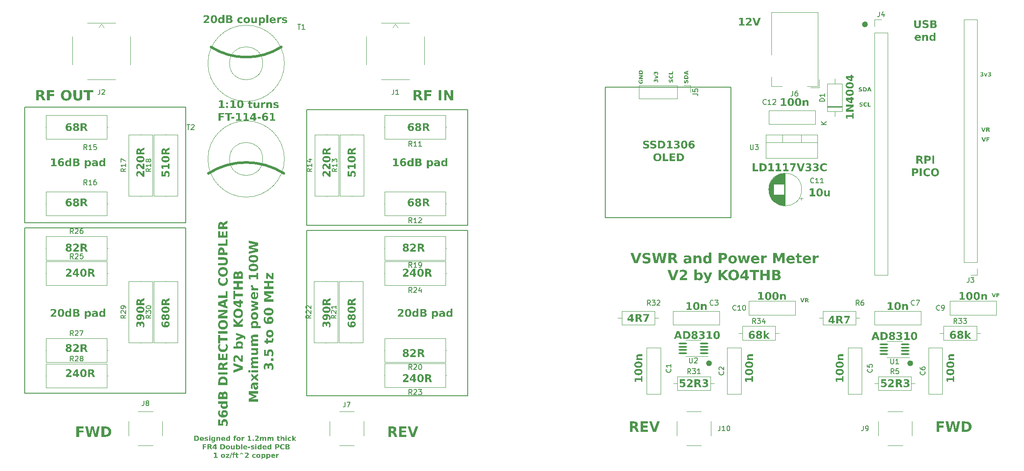
<source format=gbr>
%TF.GenerationSoftware,KiCad,Pcbnew,7.0.9*%
%TF.CreationDate,2023-12-22T07:41:01-05:00*%
%TF.ProjectId,swr_meter,7377725f-6d65-4746-9572-2e6b69636164,2*%
%TF.SameCoordinates,Original*%
%TF.FileFunction,Legend,Top*%
%TF.FilePolarity,Positive*%
%FSLAX46Y46*%
G04 Gerber Fmt 4.6, Leading zero omitted, Abs format (unit mm)*
G04 Created by KiCad (PCBNEW 7.0.9) date 2023-12-22 07:41:01*
%MOMM*%
%LPD*%
G01*
G04 APERTURE LIST*
G04 Aperture macros list*
%AMRoundRect*
0 Rectangle with rounded corners*
0 $1 Rounding radius*
0 $2 $3 $4 $5 $6 $7 $8 $9 X,Y pos of 4 corners*
0 Add a 4 corners polygon primitive as box body*
4,1,4,$2,$3,$4,$5,$6,$7,$8,$9,$2,$3,0*
0 Add four circle primitives for the rounded corners*
1,1,$1+$1,$2,$3*
1,1,$1+$1,$4,$5*
1,1,$1+$1,$6,$7*
1,1,$1+$1,$8,$9*
0 Add four rect primitives between the rounded corners*
20,1,$1+$1,$2,$3,$4,$5,0*
20,1,$1+$1,$4,$5,$6,$7,0*
20,1,$1+$1,$6,$7,$8,$9,0*
20,1,$1+$1,$8,$9,$2,$3,0*%
G04 Aperture macros list end*
%ADD10C,0.575000*%
%ADD11C,0.150000*%
%ADD12C,0.500000*%
%ADD13C,0.200000*%
%ADD14C,0.120000*%
%ADD15C,2.400000*%
%ADD16O,2.400000X2.400000*%
%ADD17C,3.000000*%
%ADD18C,1.600000*%
%ADD19R,1.700000X1.700000*%
%ADD20O,1.700000X1.700000*%
%ADD21R,1.905000X2.000000*%
%ADD22O,1.905000X2.000000*%
%ADD23R,2.200000X2.200000*%
%ADD24O,2.200000X2.200000*%
%ADD25C,2.050000*%
%ADD26C,2.250000*%
%ADD27O,1.600000X1.600000*%
%ADD28RoundRect,0.100000X0.712500X0.100000X-0.712500X0.100000X-0.712500X-0.100000X0.712500X-0.100000X0*%
%ADD29R,3.500000X3.500000*%
%ADD30C,4.000000*%
%ADD31R,4.400000X1.800000*%
%ADD32O,4.000000X1.800000*%
%ADD33O,1.800000X4.000000*%
%ADD34R,1.600000X1.600000*%
G04 APERTURE END LIST*
D10*
X223287500Y-108000000D02*
G75*
G03*
X223287500Y-108000000I-287500J0D01*
G01*
D11*
X47000000Y-81000000D02*
X79000000Y-81000000D01*
X79000000Y-114000000D01*
X47000000Y-114000000D01*
X47000000Y-81000000D01*
D10*
X183287500Y-108000000D02*
G75*
G03*
X183287500Y-108000000I-287500J0D01*
G01*
D12*
X98516257Y-70188739D02*
G75*
G03*
X83483743Y-70188739I-7516257J-11811262D01*
G01*
X84000001Y-44999998D02*
G75*
G03*
X97999999Y-44999998I6999999J10999998D01*
G01*
D11*
X162379000Y-52984000D02*
X187379000Y-52984000D01*
X187379000Y-78984000D01*
X162379000Y-78984000D01*
X162379000Y-52984000D01*
D10*
X214287500Y-40500000D02*
G75*
G03*
X214287500Y-40500000I-287500J0D01*
G01*
D11*
X103000000Y-81500000D02*
X135000000Y-81500000D01*
X135000000Y-114500000D01*
X103000000Y-114500000D01*
X103000000Y-81500000D01*
X47000000Y-57000000D02*
X79000000Y-57000000D01*
X79000000Y-80000000D01*
X47000000Y-80000000D01*
X47000000Y-57000000D01*
X103000000Y-57500000D02*
X135000000Y-57500000D01*
X135000000Y-80500000D01*
X103000000Y-80500000D01*
X103000000Y-57500000D01*
D13*
G36*
X123869831Y-60174184D02*
G01*
X123889588Y-60174648D01*
X123909235Y-60175421D01*
X123928773Y-60176502D01*
X123948201Y-60177894D01*
X123967520Y-60179594D01*
X123986730Y-60181603D01*
X124005830Y-60183921D01*
X124024820Y-60186549D01*
X124043701Y-60189485D01*
X124056228Y-60191615D01*
X124074962Y-60195067D01*
X124093657Y-60198828D01*
X124112314Y-60202898D01*
X124130932Y-60207277D01*
X124149511Y-60211965D01*
X124168052Y-60216963D01*
X124186554Y-60222269D01*
X124205017Y-60227885D01*
X124223442Y-60233810D01*
X124241828Y-60240044D01*
X124254064Y-60244371D01*
X124254064Y-60525739D01*
X124235820Y-60516963D01*
X124217769Y-60508630D01*
X124199910Y-60500742D01*
X124182246Y-60493299D01*
X124164774Y-60486300D01*
X124147495Y-60479745D01*
X124130410Y-60473634D01*
X124113518Y-60467968D01*
X124096819Y-60462746D01*
X124080313Y-60457969D01*
X124069417Y-60455031D01*
X124053241Y-60450906D01*
X124037135Y-60447187D01*
X124021101Y-60443874D01*
X124005137Y-60440966D01*
X123989244Y-60438464D01*
X123973422Y-60436368D01*
X123957671Y-60434677D01*
X123941991Y-60433393D01*
X123926381Y-60432513D01*
X123910843Y-60432040D01*
X123900523Y-60431950D01*
X123878664Y-60432328D01*
X123857418Y-60433461D01*
X123836784Y-60435350D01*
X123816763Y-60437995D01*
X123797354Y-60441395D01*
X123778558Y-60445551D01*
X123760374Y-60450463D01*
X123742803Y-60456130D01*
X123725844Y-60462553D01*
X123709498Y-60469731D01*
X123693765Y-60477665D01*
X123678644Y-60486355D01*
X123664135Y-60495800D01*
X123650239Y-60506001D01*
X123636955Y-60516958D01*
X123624284Y-60528670D01*
X123612241Y-60541081D01*
X123600843Y-60554224D01*
X123590088Y-60568100D01*
X123579977Y-60582709D01*
X123570510Y-60598050D01*
X123561687Y-60614125D01*
X123553509Y-60630932D01*
X123545974Y-60648471D01*
X123539083Y-60666744D01*
X123532836Y-60685749D01*
X123527233Y-60705487D01*
X123522275Y-60725957D01*
X123517960Y-60747161D01*
X123514289Y-60769097D01*
X123511262Y-60791765D01*
X123508879Y-60815167D01*
X123521753Y-60805844D01*
X123534820Y-60796972D01*
X123548080Y-60788550D01*
X123561533Y-60780580D01*
X123575179Y-60773060D01*
X123589019Y-60765991D01*
X123603052Y-60759373D01*
X123617278Y-60753206D01*
X123631697Y-60747489D01*
X123646309Y-60742223D01*
X123656158Y-60738963D01*
X123671190Y-60734380D01*
X123686473Y-60730248D01*
X123702007Y-60726566D01*
X123717793Y-60723335D01*
X123733830Y-60720556D01*
X123750117Y-60718226D01*
X123766656Y-60716348D01*
X123783447Y-60714921D01*
X123800488Y-60713944D01*
X123817780Y-60713418D01*
X123829448Y-60713318D01*
X123844105Y-60713454D01*
X123872885Y-60714545D01*
X123900952Y-60716726D01*
X123928306Y-60719997D01*
X123954948Y-60724359D01*
X123980877Y-60729812D01*
X124006093Y-60736355D01*
X124030596Y-60743988D01*
X124054387Y-60752712D01*
X124077465Y-60762527D01*
X124099830Y-60773432D01*
X124121483Y-60785427D01*
X124142423Y-60798514D01*
X124162650Y-60812690D01*
X124182165Y-60827957D01*
X124200967Y-60844315D01*
X124210101Y-60852903D01*
X124227625Y-60870644D01*
X124244018Y-60889064D01*
X124259281Y-60908162D01*
X124273413Y-60927938D01*
X124286415Y-60948393D01*
X124298286Y-60969527D01*
X124309026Y-60991338D01*
X124318636Y-61013828D01*
X124327115Y-61036996D01*
X124334464Y-61060843D01*
X124340682Y-61085368D01*
X124345770Y-61110571D01*
X124349727Y-61136453D01*
X124352553Y-61163013D01*
X124354249Y-61190251D01*
X124354815Y-61218168D01*
X124354656Y-61233664D01*
X124354182Y-61248968D01*
X124353391Y-61264078D01*
X124352284Y-61278996D01*
X124350861Y-61293720D01*
X124347066Y-61322588D01*
X124342005Y-61350683D01*
X124335680Y-61378006D01*
X124328089Y-61404556D01*
X124319234Y-61430333D01*
X124309113Y-61455338D01*
X124297727Y-61479569D01*
X124285076Y-61503028D01*
X124271160Y-61525714D01*
X124255979Y-61547627D01*
X124239532Y-61568768D01*
X124221821Y-61589135D01*
X124202844Y-61608730D01*
X124192882Y-61618237D01*
X124172254Y-61636427D01*
X124150761Y-61653443D01*
X124128404Y-61669285D01*
X124105183Y-61683954D01*
X124081098Y-61697449D01*
X124056148Y-61709771D01*
X124030333Y-61720920D01*
X124003654Y-61730894D01*
X123976111Y-61739696D01*
X123947704Y-61747324D01*
X123933176Y-61750697D01*
X123918432Y-61753778D01*
X123903472Y-61756565D01*
X123888295Y-61759059D01*
X123872903Y-61761259D01*
X123857295Y-61763166D01*
X123841470Y-61764780D01*
X123825430Y-61766100D01*
X123809173Y-61767127D01*
X123792700Y-61767860D01*
X123776011Y-61768300D01*
X123759106Y-61768447D01*
X123740508Y-61768249D01*
X123722174Y-61767655D01*
X123704103Y-61766666D01*
X123686297Y-61765281D01*
X123668755Y-61763501D01*
X123651477Y-61761324D01*
X123634463Y-61758752D01*
X123617713Y-61755784D01*
X123601227Y-61752421D01*
X123585005Y-61748662D01*
X123569047Y-61744507D01*
X123553353Y-61739956D01*
X123537923Y-61735010D01*
X123522757Y-61729668D01*
X123507855Y-61723930D01*
X123493217Y-61717797D01*
X123478844Y-61711268D01*
X123464734Y-61704343D01*
X123450888Y-61697023D01*
X123437307Y-61689306D01*
X123423989Y-61681195D01*
X123410936Y-61672687D01*
X123398146Y-61663784D01*
X123385621Y-61654485D01*
X123373359Y-61644790D01*
X123361362Y-61634700D01*
X123349629Y-61624213D01*
X123338159Y-61613332D01*
X123326954Y-61602054D01*
X123316013Y-61590381D01*
X123305336Y-61578312D01*
X123294923Y-61565847D01*
X123284825Y-61553020D01*
X123275047Y-61539861D01*
X123265591Y-61526372D01*
X123256454Y-61512553D01*
X123247639Y-61498403D01*
X123239144Y-61483922D01*
X123230969Y-61469111D01*
X123223115Y-61453969D01*
X123215582Y-61438496D01*
X123208369Y-61422693D01*
X123201477Y-61406560D01*
X123194905Y-61390096D01*
X123188654Y-61373301D01*
X123182724Y-61356175D01*
X123177114Y-61338719D01*
X123171824Y-61320933D01*
X123166856Y-61302816D01*
X123162207Y-61284368D01*
X123157880Y-61265590D01*
X123153872Y-61246481D01*
X123152810Y-61240882D01*
X123555408Y-61240882D01*
X123555611Y-61257472D01*
X123556221Y-61273534D01*
X123557237Y-61289071D01*
X123558659Y-61304080D01*
X123561555Y-61325607D01*
X123565365Y-61345949D01*
X123570090Y-61365106D01*
X123575730Y-61383077D01*
X123582283Y-61399864D01*
X123589752Y-61415466D01*
X123598134Y-61429883D01*
X123607431Y-61443115D01*
X123617643Y-61455162D01*
X123628769Y-61466025D01*
X123640810Y-61475702D01*
X123653765Y-61484194D01*
X123667635Y-61491501D01*
X123682419Y-61497623D01*
X123698117Y-61502561D01*
X123714730Y-61506313D01*
X123732258Y-61508881D01*
X123750700Y-61510263D01*
X123763503Y-61510526D01*
X123782751Y-61509934D01*
X123801065Y-61508156D01*
X123818445Y-61505194D01*
X123834892Y-61501047D01*
X123850405Y-61495714D01*
X123864984Y-61489197D01*
X123878629Y-61481495D01*
X123891341Y-61472608D01*
X123903119Y-61462536D01*
X123913962Y-61451278D01*
X123920673Y-61443115D01*
X123929970Y-61429883D01*
X123938353Y-61415466D01*
X123945821Y-61399864D01*
X123952375Y-61383077D01*
X123958014Y-61365106D01*
X123962739Y-61345949D01*
X123966549Y-61325607D01*
X123969445Y-61304080D01*
X123970868Y-61289071D01*
X123971884Y-61273534D01*
X123972493Y-61257472D01*
X123972697Y-61240882D01*
X123972493Y-61224293D01*
X123971884Y-61208230D01*
X123970868Y-61192694D01*
X123969445Y-61177684D01*
X123966549Y-61156158D01*
X123962739Y-61135816D01*
X123958014Y-61116659D01*
X123952375Y-61098687D01*
X123945821Y-61081900D01*
X123938353Y-61066298D01*
X123929970Y-61051881D01*
X123920673Y-61038649D01*
X123910452Y-61026602D01*
X123899296Y-61015740D01*
X123887207Y-61006063D01*
X123874185Y-60997571D01*
X123860228Y-60990263D01*
X123845338Y-60984141D01*
X123829514Y-60979204D01*
X123812756Y-60975451D01*
X123795064Y-60972884D01*
X123776438Y-60971501D01*
X123763503Y-60971238D01*
X123744451Y-60971831D01*
X123726314Y-60973608D01*
X123709091Y-60976570D01*
X123692783Y-60980718D01*
X123677389Y-60986050D01*
X123662910Y-60992567D01*
X123649345Y-61000270D01*
X123636695Y-61009157D01*
X123624959Y-61019229D01*
X123614138Y-61030486D01*
X123607431Y-61038649D01*
X123598134Y-61051881D01*
X123589752Y-61066298D01*
X123582283Y-61081900D01*
X123575730Y-61098687D01*
X123570090Y-61116659D01*
X123565365Y-61135816D01*
X123561555Y-61156158D01*
X123558659Y-61177684D01*
X123557237Y-61192694D01*
X123556221Y-61208230D01*
X123555611Y-61224293D01*
X123555408Y-61240882D01*
X123152810Y-61240882D01*
X123150186Y-61227041D01*
X123146820Y-61207271D01*
X123143775Y-61187171D01*
X123141050Y-61166739D01*
X123138645Y-61145977D01*
X123136562Y-61124885D01*
X123134799Y-61103462D01*
X123133356Y-61081708D01*
X123132234Y-61059624D01*
X123131433Y-61037209D01*
X123130952Y-61014464D01*
X123130792Y-60991388D01*
X123130979Y-60967711D01*
X123131541Y-60944353D01*
X123132479Y-60921315D01*
X123133791Y-60898595D01*
X123135478Y-60876195D01*
X123137541Y-60854113D01*
X123139978Y-60832351D01*
X123142790Y-60810908D01*
X123145977Y-60789784D01*
X123149539Y-60768979D01*
X123153476Y-60748494D01*
X123157788Y-60728327D01*
X123162475Y-60708480D01*
X123167537Y-60688952D01*
X123172974Y-60669743D01*
X123178785Y-60650853D01*
X123184972Y-60632282D01*
X123191534Y-60614030D01*
X123198470Y-60596098D01*
X123205782Y-60578484D01*
X123213468Y-60561190D01*
X123221530Y-60544215D01*
X123229966Y-60527559D01*
X123238777Y-60511222D01*
X123247964Y-60495204D01*
X123257525Y-60479506D01*
X123267461Y-60464126D01*
X123277772Y-60449066D01*
X123288458Y-60434325D01*
X123299519Y-60419903D01*
X123310955Y-60405800D01*
X123322766Y-60392016D01*
X123334927Y-60378605D01*
X123347366Y-60365619D01*
X123360083Y-60353060D01*
X123373079Y-60340926D01*
X123386352Y-60329217D01*
X123399905Y-60317935D01*
X123413735Y-60307078D01*
X123427844Y-60296647D01*
X123442232Y-60286642D01*
X123456897Y-60277062D01*
X123471841Y-60267909D01*
X123487064Y-60259181D01*
X123502564Y-60250878D01*
X123518343Y-60243002D01*
X123534401Y-60235551D01*
X123550737Y-60228526D01*
X123567351Y-60221927D01*
X123584243Y-60215754D01*
X123601414Y-60210006D01*
X123618863Y-60204684D01*
X123636591Y-60199788D01*
X123654597Y-60195317D01*
X123672881Y-60191273D01*
X123691443Y-60187654D01*
X123710284Y-60184461D01*
X123729404Y-60181693D01*
X123748801Y-60179351D01*
X123768477Y-60177436D01*
X123788432Y-60175945D01*
X123808664Y-60174881D01*
X123829175Y-60174242D01*
X123849965Y-60174030D01*
X123869831Y-60174184D01*
G37*
G36*
X125212960Y-60174127D02*
G01*
X125230037Y-60174419D01*
X125246852Y-60174905D01*
X125263404Y-60175587D01*
X125279693Y-60176462D01*
X125295720Y-60177533D01*
X125311484Y-60178798D01*
X125326985Y-60180258D01*
X125342224Y-60181912D01*
X125357200Y-60183761D01*
X125371914Y-60185805D01*
X125400553Y-60190476D01*
X125428142Y-60195925D01*
X125454681Y-60202154D01*
X125480169Y-60209160D01*
X125504606Y-60216946D01*
X125527993Y-60225509D01*
X125550330Y-60234852D01*
X125571617Y-60244973D01*
X125591852Y-60255872D01*
X125611038Y-60267550D01*
X125620237Y-60273681D01*
X125637849Y-60286452D01*
X125654326Y-60299944D01*
X125669666Y-60314158D01*
X125683870Y-60329093D01*
X125696937Y-60344750D01*
X125708868Y-60361127D01*
X125719663Y-60378226D01*
X125729322Y-60396046D01*
X125737844Y-60414588D01*
X125745230Y-60433850D01*
X125751480Y-60453834D01*
X125756593Y-60474540D01*
X125760570Y-60495966D01*
X125763411Y-60518114D01*
X125765115Y-60540983D01*
X125765683Y-60564574D01*
X125765403Y-60580436D01*
X125764561Y-60595967D01*
X125763159Y-60611165D01*
X125761195Y-60626031D01*
X125758671Y-60640566D01*
X125753832Y-60661745D01*
X125747732Y-60682177D01*
X125740368Y-60701862D01*
X125731743Y-60720800D01*
X125721856Y-60738990D01*
X125710706Y-60756434D01*
X125698294Y-60773131D01*
X125693876Y-60778531D01*
X125679875Y-60794215D01*
X125664664Y-60809121D01*
X125648242Y-60823247D01*
X125636622Y-60832231D01*
X125624463Y-60840869D01*
X125611766Y-60849161D01*
X125598531Y-60857107D01*
X125584758Y-60864706D01*
X125570447Y-60871959D01*
X125555598Y-60878865D01*
X125540211Y-60885426D01*
X125524285Y-60891639D01*
X125507822Y-60897507D01*
X125490820Y-60903028D01*
X125482117Y-60905659D01*
X125501417Y-60911369D01*
X125520116Y-60917509D01*
X125538214Y-60924077D01*
X125555711Y-60931075D01*
X125572607Y-60938503D01*
X125588901Y-60946360D01*
X125604595Y-60954646D01*
X125619687Y-60963361D01*
X125634179Y-60972506D01*
X125648069Y-60982080D01*
X125661358Y-60992084D01*
X125674047Y-61002517D01*
X125686134Y-61013379D01*
X125697620Y-61024670D01*
X125708505Y-61036391D01*
X125718789Y-61048541D01*
X125728460Y-61061109D01*
X125737508Y-61074083D01*
X125745931Y-61087464D01*
X125753731Y-61101252D01*
X125760906Y-61115445D01*
X125767458Y-61130046D01*
X125773386Y-61145052D01*
X125778689Y-61160465D01*
X125783369Y-61176285D01*
X125787425Y-61192511D01*
X125790857Y-61209143D01*
X125793664Y-61226182D01*
X125795848Y-61243627D01*
X125797408Y-61261479D01*
X125798344Y-61279737D01*
X125798656Y-61298401D01*
X125798062Y-61326994D01*
X125796281Y-61354701D01*
X125793311Y-61381525D01*
X125789154Y-61407464D01*
X125783808Y-61432518D01*
X125777275Y-61456688D01*
X125769555Y-61479974D01*
X125760646Y-61502375D01*
X125750549Y-61523892D01*
X125739265Y-61544524D01*
X125726793Y-61564272D01*
X125713133Y-61583135D01*
X125698285Y-61601114D01*
X125682250Y-61618209D01*
X125665026Y-61634419D01*
X125646615Y-61649745D01*
X125627037Y-61664119D01*
X125606315Y-61677566D01*
X125584448Y-61690085D01*
X125561435Y-61701677D01*
X125537278Y-61712342D01*
X125511976Y-61722079D01*
X125485529Y-61730889D01*
X125457937Y-61738771D01*
X125443712Y-61742365D01*
X125429201Y-61745727D01*
X125414403Y-61748856D01*
X125399319Y-61751754D01*
X125383949Y-61754420D01*
X125368293Y-61756855D01*
X125352350Y-61759057D01*
X125336121Y-61761028D01*
X125319606Y-61762767D01*
X125302805Y-61764274D01*
X125285718Y-61765549D01*
X125268344Y-61766592D01*
X125250684Y-61767404D01*
X125232738Y-61767983D01*
X125214506Y-61768331D01*
X125195987Y-61768447D01*
X125177377Y-61768331D01*
X125159054Y-61767983D01*
X125141018Y-61767404D01*
X125123269Y-61766592D01*
X125105807Y-61765549D01*
X125088632Y-61764274D01*
X125071744Y-61762767D01*
X125055143Y-61761028D01*
X125038828Y-61759057D01*
X125022801Y-61756855D01*
X125007061Y-61754420D01*
X124991607Y-61751754D01*
X124976441Y-61748856D01*
X124961561Y-61745727D01*
X124946968Y-61742365D01*
X124932663Y-61738771D01*
X124904912Y-61730889D01*
X124878309Y-61722079D01*
X124852854Y-61712342D01*
X124828546Y-61701677D01*
X124805387Y-61690085D01*
X124783375Y-61677566D01*
X124762511Y-61664119D01*
X124742794Y-61649745D01*
X124724294Y-61634419D01*
X124706988Y-61618209D01*
X124690875Y-61601114D01*
X124675956Y-61583135D01*
X124662230Y-61564272D01*
X124649698Y-61544524D01*
X124638359Y-61523892D01*
X124628214Y-61502375D01*
X124619262Y-61479974D01*
X124611504Y-61456688D01*
X124604940Y-61432518D01*
X124599569Y-61407464D01*
X124595391Y-61381525D01*
X124592408Y-61354701D01*
X124590617Y-61326994D01*
X124590020Y-61298401D01*
X124590332Y-61279737D01*
X124590502Y-61276420D01*
X124964811Y-61276420D01*
X124965336Y-61297248D01*
X124966911Y-61317142D01*
X124969535Y-61336102D01*
X124973209Y-61354129D01*
X124977933Y-61371222D01*
X124983706Y-61387381D01*
X124990529Y-61402606D01*
X124998402Y-61416897D01*
X125007325Y-61430255D01*
X125017297Y-61442679D01*
X125024528Y-61450443D01*
X125036179Y-61461180D01*
X125048739Y-61470862D01*
X125062206Y-61479487D01*
X125076581Y-61487056D01*
X125091864Y-61493569D01*
X125108055Y-61499026D01*
X125125154Y-61503427D01*
X125143162Y-61506771D01*
X125162077Y-61509059D01*
X125181901Y-61510292D01*
X125195621Y-61510526D01*
X125215843Y-61509998D01*
X125235158Y-61508414D01*
X125253564Y-61505774D01*
X125271063Y-61502077D01*
X125287653Y-61497324D01*
X125303336Y-61491515D01*
X125318110Y-61484650D01*
X125331977Y-61476729D01*
X125344935Y-61467752D01*
X125356985Y-61457718D01*
X125364515Y-61450443D01*
X125375056Y-61438641D01*
X125384560Y-61425906D01*
X125393028Y-61412237D01*
X125400458Y-61397635D01*
X125406852Y-61382098D01*
X125412209Y-61365628D01*
X125416529Y-61348224D01*
X125419813Y-61329886D01*
X125422059Y-61310614D01*
X125423269Y-61290409D01*
X125423499Y-61276420D01*
X125422981Y-61255464D01*
X125421425Y-61235461D01*
X125418833Y-61216412D01*
X125415204Y-61198315D01*
X125410539Y-61181172D01*
X125404836Y-61164982D01*
X125398097Y-61149745D01*
X125390320Y-61135461D01*
X125381507Y-61122130D01*
X125371657Y-61109752D01*
X125364515Y-61102030D01*
X125353070Y-61091227D01*
X125340717Y-61081487D01*
X125327456Y-61072809D01*
X125313286Y-61065193D01*
X125298209Y-61058641D01*
X125282224Y-61053151D01*
X125265331Y-61048723D01*
X125247530Y-61045358D01*
X125228821Y-61043056D01*
X125209203Y-61041816D01*
X125195621Y-61041580D01*
X125175192Y-61042115D01*
X125155671Y-61043718D01*
X125137058Y-61046391D01*
X125119354Y-61050132D01*
X125102557Y-61054943D01*
X125086669Y-61060823D01*
X125071688Y-61067772D01*
X125057616Y-61075789D01*
X125044451Y-61084876D01*
X125032195Y-61095032D01*
X125024528Y-61102397D01*
X125013856Y-61114260D01*
X125004234Y-61127045D01*
X124995661Y-61140750D01*
X124988138Y-61155376D01*
X124981665Y-61170924D01*
X124976241Y-61187392D01*
X124971868Y-61204781D01*
X124968543Y-61223091D01*
X124966269Y-61242322D01*
X124965044Y-61262473D01*
X124964811Y-61276420D01*
X124590502Y-61276420D01*
X124591268Y-61261479D01*
X124592828Y-61243627D01*
X124595012Y-61226182D01*
X124597820Y-61209143D01*
X124601252Y-61192511D01*
X124605308Y-61176285D01*
X124609987Y-61160465D01*
X124615291Y-61145052D01*
X124621219Y-61130046D01*
X124627770Y-61115445D01*
X124634946Y-61101252D01*
X124642745Y-61087464D01*
X124651169Y-61074083D01*
X124660216Y-61061109D01*
X124669888Y-61048541D01*
X124680170Y-61036391D01*
X124691051Y-61024670D01*
X124702530Y-61013379D01*
X124714607Y-61002517D01*
X124727283Y-60992084D01*
X124740556Y-60982080D01*
X124754428Y-60972506D01*
X124768898Y-60963361D01*
X124783966Y-60954646D01*
X124799632Y-60946360D01*
X124815897Y-60938503D01*
X124832760Y-60931075D01*
X124850221Y-60924077D01*
X124868280Y-60917509D01*
X124886937Y-60911369D01*
X124906193Y-60905659D01*
X124888924Y-60900311D01*
X124872195Y-60894617D01*
X124856008Y-60888576D01*
X124840362Y-60882189D01*
X124825256Y-60875455D01*
X124810692Y-60868376D01*
X124796668Y-60860950D01*
X124783186Y-60853177D01*
X124770244Y-60845059D01*
X124757844Y-60836594D01*
X124745984Y-60827782D01*
X124729209Y-60813916D01*
X124713651Y-60799270D01*
X124699310Y-60783845D01*
X124694801Y-60778531D01*
X124682099Y-60762083D01*
X124670646Y-60744888D01*
X124660443Y-60726946D01*
X124651489Y-60708257D01*
X124643785Y-60688821D01*
X124637330Y-60668638D01*
X124632124Y-60647708D01*
X124628168Y-60626031D01*
X124626225Y-60611165D01*
X124625884Y-60607438D01*
X124998883Y-60607438D01*
X124999331Y-60622965D01*
X125000673Y-60637809D01*
X125003856Y-60656540D01*
X125008630Y-60674057D01*
X125014996Y-60690360D01*
X125022953Y-60705449D01*
X125032501Y-60719326D01*
X125043641Y-60731988D01*
X125049808Y-60737864D01*
X125063226Y-60748597D01*
X125078018Y-60757900D01*
X125094183Y-60765771D01*
X125111723Y-60772211D01*
X125130637Y-60777220D01*
X125145723Y-60780037D01*
X125161583Y-60782050D01*
X125178215Y-60783257D01*
X125195621Y-60783660D01*
X125212630Y-60783257D01*
X125228898Y-60782050D01*
X125244426Y-60780037D01*
X125259213Y-60777220D01*
X125277778Y-60772211D01*
X125295026Y-60765771D01*
X125310957Y-60757900D01*
X125325571Y-60748597D01*
X125338869Y-60737864D01*
X125350719Y-60725808D01*
X125360988Y-60712539D01*
X125369678Y-60698056D01*
X125376788Y-60682360D01*
X125382318Y-60665450D01*
X125386267Y-60647326D01*
X125388637Y-60627989D01*
X125389378Y-60612690D01*
X125389427Y-60607438D01*
X125388983Y-60591853D01*
X125387650Y-60576969D01*
X125384490Y-60558215D01*
X125379750Y-60540710D01*
X125373430Y-60524453D01*
X125365531Y-60509443D01*
X125356051Y-60495682D01*
X125344991Y-60483168D01*
X125338869Y-60477379D01*
X125325571Y-60466732D01*
X125310957Y-60457504D01*
X125295026Y-60449696D01*
X125277778Y-60443307D01*
X125259213Y-60438338D01*
X125244426Y-60435543D01*
X125228898Y-60433547D01*
X125212630Y-60432349D01*
X125195621Y-60431950D01*
X125178215Y-60432352D01*
X125161583Y-60433560D01*
X125145723Y-60435572D01*
X125130637Y-60438390D01*
X125116323Y-60442012D01*
X125098440Y-60448095D01*
X125081930Y-60455608D01*
X125066795Y-60464552D01*
X125053033Y-60474928D01*
X125049808Y-60477745D01*
X125037872Y-60489790D01*
X125027528Y-60503025D01*
X125018775Y-60517450D01*
X125011614Y-60533066D01*
X125006044Y-60549873D01*
X125002066Y-60567871D01*
X124999679Y-60587059D01*
X124998933Y-60602232D01*
X124998883Y-60607438D01*
X124625884Y-60607438D01*
X124624836Y-60595967D01*
X124624004Y-60580436D01*
X124623726Y-60564574D01*
X124624293Y-60541071D01*
X124625993Y-60518280D01*
X124628826Y-60496203D01*
X124632793Y-60474837D01*
X124637894Y-60454185D01*
X124644128Y-60434245D01*
X124651495Y-60415018D01*
X124659996Y-60396504D01*
X124669630Y-60378703D01*
X124680398Y-60361614D01*
X124692299Y-60345238D01*
X124705334Y-60329574D01*
X124719502Y-60314623D01*
X124734803Y-60300385D01*
X124751238Y-60286860D01*
X124768806Y-60274047D01*
X124787518Y-60261935D01*
X124807292Y-60250605D01*
X124828127Y-60240057D01*
X124850025Y-60230289D01*
X124872984Y-60221303D01*
X124897005Y-60213099D01*
X124922088Y-60205676D01*
X124948233Y-60199034D01*
X124975440Y-60193173D01*
X125003709Y-60188094D01*
X125018241Y-60185848D01*
X125033039Y-60183797D01*
X125048103Y-60181941D01*
X125063432Y-60180281D01*
X125079026Y-60178815D01*
X125094886Y-60177546D01*
X125111012Y-60176471D01*
X125127402Y-60175592D01*
X125144059Y-60174909D01*
X125160981Y-60174420D01*
X125178168Y-60174127D01*
X125195621Y-60174030D01*
X125212960Y-60174127D01*
G37*
G36*
X126740740Y-60197577D02*
G01*
X126759269Y-60197876D01*
X126777480Y-60198375D01*
X126795373Y-60199074D01*
X126812949Y-60199972D01*
X126830206Y-60201070D01*
X126847146Y-60202368D01*
X126863769Y-60203865D01*
X126880073Y-60205562D01*
X126896060Y-60207459D01*
X126911729Y-60209555D01*
X126927081Y-60211851D01*
X126942115Y-60214346D01*
X126956831Y-60217042D01*
X126971229Y-60219936D01*
X126999073Y-60226325D01*
X127025646Y-60233512D01*
X127050948Y-60241497D01*
X127074979Y-60250282D01*
X127097740Y-60259864D01*
X127119229Y-60270246D01*
X127139448Y-60281425D01*
X127158396Y-60293404D01*
X127167393Y-60299692D01*
X127184562Y-60312933D01*
X127200623Y-60327101D01*
X127215577Y-60342196D01*
X127229423Y-60358219D01*
X127242161Y-60375169D01*
X127253792Y-60393047D01*
X127264315Y-60411851D01*
X127273730Y-60431584D01*
X127282038Y-60452243D01*
X127289238Y-60473830D01*
X127295330Y-60496344D01*
X127300315Y-60519786D01*
X127304191Y-60544155D01*
X127306961Y-60569451D01*
X127308622Y-60595675D01*
X127309176Y-60622826D01*
X127308887Y-60641709D01*
X127308020Y-60660166D01*
X127306574Y-60678197D01*
X127304551Y-60695801D01*
X127301949Y-60712979D01*
X127298769Y-60729730D01*
X127295011Y-60746054D01*
X127290675Y-60761953D01*
X127285760Y-60777424D01*
X127280268Y-60792470D01*
X127274197Y-60807088D01*
X127267548Y-60821281D01*
X127260321Y-60835047D01*
X127252516Y-60848386D01*
X127244132Y-60861299D01*
X127235170Y-60873785D01*
X127225674Y-60885812D01*
X127215593Y-60897439D01*
X127204928Y-60908664D01*
X127193680Y-60919489D01*
X127181847Y-60929913D01*
X127169431Y-60939937D01*
X127156431Y-60949560D01*
X127142847Y-60958782D01*
X127128679Y-60967603D01*
X127113927Y-60976024D01*
X127098591Y-60984044D01*
X127082671Y-60991663D01*
X127066168Y-60998881D01*
X127049080Y-61005699D01*
X127031409Y-61012116D01*
X127013154Y-61018133D01*
X127028256Y-61022058D01*
X127043061Y-61026827D01*
X127057570Y-61032439D01*
X127071783Y-61038895D01*
X127085700Y-61046195D01*
X127099321Y-61054338D01*
X127112645Y-61063325D01*
X127125673Y-61073156D01*
X127138405Y-61083830D01*
X127150841Y-61095348D01*
X127158967Y-61103496D01*
X127171070Y-61116535D01*
X127183198Y-61130784D01*
X127195353Y-61146244D01*
X127207533Y-61162915D01*
X127219739Y-61180797D01*
X127227890Y-61193391D01*
X127236053Y-61206523D01*
X127244228Y-61220193D01*
X127252414Y-61234401D01*
X127260611Y-61249147D01*
X127268820Y-61264431D01*
X127277040Y-61280254D01*
X127285272Y-61296614D01*
X127289392Y-61304996D01*
X127504815Y-61745000D01*
X127082397Y-61745000D01*
X126894818Y-61359951D01*
X126887714Y-61345721D01*
X126880599Y-61332067D01*
X126873472Y-61318988D01*
X126862760Y-61300448D01*
X126852022Y-61283203D01*
X126841259Y-61267252D01*
X126830470Y-61252596D01*
X126819655Y-61239234D01*
X126808814Y-61227167D01*
X126797948Y-61216393D01*
X126783419Y-61204043D01*
X126779780Y-61201315D01*
X126764616Y-61191354D01*
X126748249Y-61182722D01*
X126730681Y-61175418D01*
X126716716Y-61170811D01*
X126702075Y-61166951D01*
X126686757Y-61163838D01*
X126670763Y-61161473D01*
X126654093Y-61159854D01*
X126636747Y-61158983D01*
X126624808Y-61158817D01*
X126512700Y-61158817D01*
X126512700Y-61745000D01*
X126115928Y-61745000D01*
X126115928Y-60478845D01*
X126512700Y-60478845D01*
X126512700Y-60877449D01*
X126679396Y-60877449D01*
X126694735Y-60877266D01*
X126709518Y-60876716D01*
X126730652Y-60875205D01*
X126750536Y-60872869D01*
X126769172Y-60869709D01*
X126786557Y-60865725D01*
X126802694Y-60860917D01*
X126817581Y-60855284D01*
X126831219Y-60848827D01*
X126847459Y-60838935D01*
X126858182Y-60830554D01*
X126870890Y-60817892D01*
X126881904Y-60803352D01*
X126891223Y-60786934D01*
X126897101Y-60773389D01*
X126902025Y-60758787D01*
X126905996Y-60743129D01*
X126909015Y-60726415D01*
X126911080Y-60708645D01*
X126912192Y-60689819D01*
X126912404Y-60676681D01*
X126911927Y-60657292D01*
X126910497Y-60638964D01*
X126908115Y-60621700D01*
X126904779Y-60605498D01*
X126900490Y-60590358D01*
X126895247Y-60576282D01*
X126886775Y-60559166D01*
X126876609Y-60543939D01*
X126864748Y-60530601D01*
X126858182Y-60524640D01*
X126843607Y-60513907D01*
X126826812Y-60504605D01*
X126812757Y-60498567D01*
X126797454Y-60493335D01*
X126780901Y-60488907D01*
X126763099Y-60485285D01*
X126744047Y-60482467D01*
X126723746Y-60480455D01*
X126702196Y-60479247D01*
X126687135Y-60478889D01*
X126679396Y-60478845D01*
X126512700Y-60478845D01*
X126115928Y-60478845D01*
X126115928Y-60197477D01*
X126721894Y-60197477D01*
X126740740Y-60197577D01*
G37*
G36*
X209463632Y-111691678D02*
G01*
X209463632Y-111341433D01*
X208478845Y-111341433D01*
X208549187Y-111700837D01*
X208267819Y-111700837D01*
X208197477Y-111343265D01*
X208197477Y-110966276D01*
X209463632Y-110966276D01*
X209463632Y-110616032D01*
X209745000Y-110616032D01*
X209745000Y-111691678D01*
X209463632Y-111691678D01*
G37*
G36*
X208995316Y-109110802D02*
G01*
X209018687Y-109111285D01*
X209041716Y-109112090D01*
X209064403Y-109113217D01*
X209086750Y-109114666D01*
X209108755Y-109116437D01*
X209130419Y-109118530D01*
X209151741Y-109120945D01*
X209172722Y-109123682D01*
X209193362Y-109126741D01*
X209213661Y-109130122D01*
X209233618Y-109133825D01*
X209253234Y-109137850D01*
X209272508Y-109142197D01*
X209291442Y-109146866D01*
X209310034Y-109151857D01*
X209328284Y-109157170D01*
X209346193Y-109162805D01*
X209363761Y-109168762D01*
X209380988Y-109175041D01*
X209397873Y-109181642D01*
X209414417Y-109188565D01*
X209430620Y-109195810D01*
X209446481Y-109203377D01*
X209462001Y-109211266D01*
X209477180Y-109219477D01*
X209492017Y-109228010D01*
X209506514Y-109236865D01*
X209520668Y-109246042D01*
X209534482Y-109255541D01*
X209547954Y-109265362D01*
X209561085Y-109275505D01*
X209573842Y-109285944D01*
X209586195Y-109296653D01*
X209598143Y-109307631D01*
X209609685Y-109318879D01*
X209620823Y-109330397D01*
X209631555Y-109342185D01*
X209641883Y-109354242D01*
X209651806Y-109366570D01*
X209661323Y-109379167D01*
X209670436Y-109392033D01*
X209679143Y-109405170D01*
X209687446Y-109418576D01*
X209695344Y-109432252D01*
X209702836Y-109446198D01*
X209709924Y-109460414D01*
X209716606Y-109474899D01*
X209722884Y-109489654D01*
X209728756Y-109504679D01*
X209734224Y-109519974D01*
X209739287Y-109535538D01*
X209743944Y-109551372D01*
X209748197Y-109567476D01*
X209752044Y-109583850D01*
X209755487Y-109600493D01*
X209758524Y-109617406D01*
X209761157Y-109634589D01*
X209763384Y-109652042D01*
X209765207Y-109669765D01*
X209766624Y-109687757D01*
X209767637Y-109706019D01*
X209768244Y-109724551D01*
X209768447Y-109743352D01*
X209768244Y-109762199D01*
X209767637Y-109780775D01*
X209766624Y-109799079D01*
X209765207Y-109817112D01*
X209763384Y-109834874D01*
X209761157Y-109852364D01*
X209758524Y-109869584D01*
X209755487Y-109886532D01*
X209752044Y-109903209D01*
X209748197Y-109919615D01*
X209743944Y-109935750D01*
X209739287Y-109951613D01*
X209734224Y-109967206D01*
X209728756Y-109982527D01*
X209722884Y-109997577D01*
X209716606Y-110012355D01*
X209709924Y-110026863D01*
X209702836Y-110041099D01*
X209695344Y-110055064D01*
X209687446Y-110068758D01*
X209679143Y-110082181D01*
X209670436Y-110095333D01*
X209661323Y-110108213D01*
X209651806Y-110120822D01*
X209641883Y-110133160D01*
X209631555Y-110145227D01*
X209620823Y-110157022D01*
X209609685Y-110168547D01*
X209598143Y-110179800D01*
X209586195Y-110190782D01*
X209573842Y-110201493D01*
X209561085Y-110211932D01*
X209547954Y-110222075D01*
X209534482Y-110231896D01*
X209520668Y-110241395D01*
X209506514Y-110250572D01*
X209492017Y-110259427D01*
X209477180Y-110267960D01*
X209462001Y-110276171D01*
X209446481Y-110284060D01*
X209430620Y-110291627D01*
X209414417Y-110298872D01*
X209397873Y-110305795D01*
X209380988Y-110312396D01*
X209363761Y-110318675D01*
X209346193Y-110324632D01*
X209328284Y-110330267D01*
X209310034Y-110335580D01*
X209291442Y-110340571D01*
X209272508Y-110345240D01*
X209253234Y-110349587D01*
X209233618Y-110353612D01*
X209213661Y-110357315D01*
X209193362Y-110360696D01*
X209172722Y-110363755D01*
X209151741Y-110366492D01*
X209130419Y-110368907D01*
X209108755Y-110371000D01*
X209086750Y-110372771D01*
X209064403Y-110374220D01*
X209041716Y-110375347D01*
X209018687Y-110376152D01*
X208995316Y-110376635D01*
X208971605Y-110376796D01*
X208947848Y-110376635D01*
X208924434Y-110376152D01*
X208901362Y-110375347D01*
X208878634Y-110374220D01*
X208856248Y-110372771D01*
X208834205Y-110371000D01*
X208812505Y-110368907D01*
X208791147Y-110366492D01*
X208770132Y-110363755D01*
X208749460Y-110360696D01*
X208729131Y-110357315D01*
X208709145Y-110353612D01*
X208689501Y-110349587D01*
X208670200Y-110345240D01*
X208651242Y-110340571D01*
X208632626Y-110335580D01*
X208614353Y-110330267D01*
X208596423Y-110324632D01*
X208578836Y-110318675D01*
X208561591Y-110312396D01*
X208544690Y-110305795D01*
X208528131Y-110298872D01*
X208511914Y-110291627D01*
X208496041Y-110284060D01*
X208480510Y-110276171D01*
X208465322Y-110267960D01*
X208450477Y-110259427D01*
X208435974Y-110250572D01*
X208421814Y-110241395D01*
X208407997Y-110231896D01*
X208394523Y-110222075D01*
X208381392Y-110211932D01*
X208368634Y-110201493D01*
X208356281Y-110190782D01*
X208344334Y-110179800D01*
X208332791Y-110168547D01*
X208321654Y-110157022D01*
X208310921Y-110145227D01*
X208300593Y-110133160D01*
X208290671Y-110120822D01*
X208281153Y-110108213D01*
X208272041Y-110095333D01*
X208263333Y-110082181D01*
X208255030Y-110068758D01*
X208247133Y-110055064D01*
X208239640Y-110041099D01*
X208232553Y-110026863D01*
X208225870Y-110012355D01*
X208219592Y-109997577D01*
X208213720Y-109982527D01*
X208208252Y-109967206D01*
X208203190Y-109951613D01*
X208198532Y-109935750D01*
X208194280Y-109919615D01*
X208190432Y-109903209D01*
X208186990Y-109886532D01*
X208183952Y-109869584D01*
X208181320Y-109852364D01*
X208179092Y-109834874D01*
X208177270Y-109817112D01*
X208175852Y-109799079D01*
X208174840Y-109780775D01*
X208174232Y-109762199D01*
X208174030Y-109743352D01*
X208431950Y-109743352D01*
X208432421Y-109759049D01*
X208433833Y-109774173D01*
X208436187Y-109788724D01*
X208441484Y-109809478D01*
X208448900Y-109828944D01*
X208458434Y-109847122D01*
X208470088Y-109864012D01*
X208483860Y-109879614D01*
X208499750Y-109893928D01*
X208511521Y-109902755D01*
X208524234Y-109911010D01*
X208537888Y-109918692D01*
X208552484Y-109925802D01*
X208568232Y-109932412D01*
X208585342Y-109938596D01*
X208603815Y-109944353D01*
X208623650Y-109949684D01*
X208644848Y-109954589D01*
X208667408Y-109959067D01*
X208691330Y-109963118D01*
X208716615Y-109966743D01*
X208743262Y-109969942D01*
X208771272Y-109972714D01*
X208800644Y-109975059D01*
X208815841Y-109976072D01*
X208831379Y-109976978D01*
X208847257Y-109977778D01*
X208863476Y-109978471D01*
X208880035Y-109979057D01*
X208896935Y-109979537D01*
X208914175Y-109979910D01*
X208931757Y-109980177D01*
X208949678Y-109980337D01*
X208967941Y-109980390D01*
X208986408Y-109980337D01*
X209004532Y-109980177D01*
X209022312Y-109979910D01*
X209039748Y-109979537D01*
X209056841Y-109979057D01*
X209073591Y-109978471D01*
X209089997Y-109977778D01*
X209106060Y-109976978D01*
X209121780Y-109976072D01*
X209137155Y-109975059D01*
X209152188Y-109973940D01*
X209166877Y-109972714D01*
X209195224Y-109969942D01*
X209222198Y-109966743D01*
X209247797Y-109963118D01*
X209272023Y-109959067D01*
X209294875Y-109954589D01*
X209316353Y-109949684D01*
X209336458Y-109944353D01*
X209355188Y-109938596D01*
X209372544Y-109932412D01*
X209388527Y-109925802D01*
X209403300Y-109918692D01*
X209417121Y-109911010D01*
X209429988Y-109902755D01*
X209441902Y-109893928D01*
X209457986Y-109879614D01*
X209471925Y-109864012D01*
X209483720Y-109847122D01*
X209493370Y-109828944D01*
X209500876Y-109809478D01*
X209506237Y-109788724D01*
X209508620Y-109774173D01*
X209510050Y-109759049D01*
X209510526Y-109743352D01*
X209510050Y-109727789D01*
X209508620Y-109712790D01*
X209504689Y-109691348D01*
X209498612Y-109671174D01*
X209490392Y-109652270D01*
X209480027Y-109634634D01*
X209467517Y-109618267D01*
X209452863Y-109603168D01*
X209436064Y-109589338D01*
X209423673Y-109580823D01*
X209410330Y-109572872D01*
X209396033Y-109565484D01*
X209388527Y-109562002D01*
X209372544Y-109555392D01*
X209355188Y-109549208D01*
X209336458Y-109543451D01*
X209316353Y-109538120D01*
X209294875Y-109533215D01*
X209272023Y-109528737D01*
X209247797Y-109524686D01*
X209222198Y-109521061D01*
X209195224Y-109517862D01*
X209166877Y-109515090D01*
X209152188Y-109513864D01*
X209137155Y-109512745D01*
X209121780Y-109511732D01*
X209106060Y-109510826D01*
X209089997Y-109510026D01*
X209073591Y-109509333D01*
X209056841Y-109508747D01*
X209039748Y-109508267D01*
X209022312Y-109507894D01*
X209004532Y-109507627D01*
X208986408Y-109507467D01*
X208967941Y-109507414D01*
X208949678Y-109507467D01*
X208931757Y-109507626D01*
X208914175Y-109507890D01*
X208896935Y-109508261D01*
X208880035Y-109508738D01*
X208863476Y-109509320D01*
X208847257Y-109510008D01*
X208831379Y-109510803D01*
X208815841Y-109511703D01*
X208800644Y-109512709D01*
X208785788Y-109513821D01*
X208757097Y-109516363D01*
X208729768Y-109519328D01*
X208703802Y-109522717D01*
X208679199Y-109526529D01*
X208655957Y-109530765D01*
X208634079Y-109535425D01*
X208613562Y-109540508D01*
X208594408Y-109546015D01*
X208576617Y-109551946D01*
X208560187Y-109558300D01*
X208552484Y-109561636D01*
X208537888Y-109568657D01*
X208524234Y-109576256D01*
X208511521Y-109584433D01*
X208499750Y-109593189D01*
X208483860Y-109607406D01*
X208470088Y-109622924D01*
X208458434Y-109639744D01*
X208448900Y-109657864D01*
X208441484Y-109677284D01*
X208436187Y-109698006D01*
X208433833Y-109712543D01*
X208432421Y-109727659D01*
X208431950Y-109743352D01*
X208174030Y-109743352D01*
X208174232Y-109724551D01*
X208174840Y-109706019D01*
X208175852Y-109687757D01*
X208177270Y-109669765D01*
X208179092Y-109652042D01*
X208181320Y-109634589D01*
X208183952Y-109617406D01*
X208186990Y-109600493D01*
X208190432Y-109583850D01*
X208194280Y-109567476D01*
X208198532Y-109551372D01*
X208203190Y-109535538D01*
X208208252Y-109519974D01*
X208213720Y-109504679D01*
X208219592Y-109489654D01*
X208225870Y-109474899D01*
X208232553Y-109460414D01*
X208239640Y-109446198D01*
X208247133Y-109432252D01*
X208255030Y-109418576D01*
X208263333Y-109405170D01*
X208272041Y-109392033D01*
X208281153Y-109379167D01*
X208290671Y-109366570D01*
X208300593Y-109354242D01*
X208310921Y-109342185D01*
X208321654Y-109330397D01*
X208332791Y-109318879D01*
X208344334Y-109307631D01*
X208356281Y-109296653D01*
X208368634Y-109285944D01*
X208381392Y-109275505D01*
X208394523Y-109265362D01*
X208407997Y-109255541D01*
X208421814Y-109246042D01*
X208435974Y-109236865D01*
X208450477Y-109228010D01*
X208465322Y-109219477D01*
X208480510Y-109211266D01*
X208496041Y-109203377D01*
X208511914Y-109195810D01*
X208528131Y-109188565D01*
X208544690Y-109181642D01*
X208561591Y-109175041D01*
X208578836Y-109168762D01*
X208596423Y-109162805D01*
X208614353Y-109157170D01*
X208632626Y-109151857D01*
X208651242Y-109146866D01*
X208670200Y-109142197D01*
X208689501Y-109137850D01*
X208709145Y-109133825D01*
X208729131Y-109130122D01*
X208749460Y-109126741D01*
X208770132Y-109123682D01*
X208791147Y-109120945D01*
X208812505Y-109118530D01*
X208834205Y-109116437D01*
X208856248Y-109114666D01*
X208878634Y-109113217D01*
X208901362Y-109112090D01*
X208924434Y-109111285D01*
X208947848Y-109110802D01*
X208971605Y-109110641D01*
X208995316Y-109110802D01*
G37*
G36*
X208995316Y-107649742D02*
G01*
X209018687Y-107650225D01*
X209041716Y-107651030D01*
X209064403Y-107652157D01*
X209086750Y-107653606D01*
X209108755Y-107655377D01*
X209130419Y-107657470D01*
X209151741Y-107659885D01*
X209172722Y-107662622D01*
X209193362Y-107665681D01*
X209213661Y-107669062D01*
X209233618Y-107672765D01*
X209253234Y-107676790D01*
X209272508Y-107681137D01*
X209291442Y-107685806D01*
X209310034Y-107690797D01*
X209328284Y-107696110D01*
X209346193Y-107701745D01*
X209363761Y-107707702D01*
X209380988Y-107713981D01*
X209397873Y-107720582D01*
X209414417Y-107727505D01*
X209430620Y-107734750D01*
X209446481Y-107742317D01*
X209462001Y-107750206D01*
X209477180Y-107758417D01*
X209492017Y-107766950D01*
X209506514Y-107775805D01*
X209520668Y-107784982D01*
X209534482Y-107794481D01*
X209547954Y-107804302D01*
X209561085Y-107814445D01*
X209573842Y-107824883D01*
X209586195Y-107835592D01*
X209598143Y-107846570D01*
X209609685Y-107857819D01*
X209620823Y-107869337D01*
X209631555Y-107881124D01*
X209641883Y-107893182D01*
X209651806Y-107905509D01*
X209661323Y-107918106D01*
X209670436Y-107930973D01*
X209679143Y-107944109D01*
X209687446Y-107957516D01*
X209695344Y-107971192D01*
X209702836Y-107985137D01*
X209709924Y-107999353D01*
X209716606Y-108013838D01*
X209722884Y-108028593D01*
X209728756Y-108043618D01*
X209734224Y-108058913D01*
X209739287Y-108074477D01*
X209743944Y-108090311D01*
X209748197Y-108106415D01*
X209752044Y-108122789D01*
X209755487Y-108139433D01*
X209758524Y-108156346D01*
X209761157Y-108173529D01*
X209763384Y-108190982D01*
X209765207Y-108208704D01*
X209766624Y-108226696D01*
X209767637Y-108244958D01*
X209768244Y-108263490D01*
X209768447Y-108282292D01*
X209768244Y-108301138D01*
X209767637Y-108319714D01*
X209766624Y-108338018D01*
X209765207Y-108356051D01*
X209763384Y-108373813D01*
X209761157Y-108391304D01*
X209758524Y-108408523D01*
X209755487Y-108425471D01*
X209752044Y-108442149D01*
X209748197Y-108458554D01*
X209743944Y-108474689D01*
X209739287Y-108490553D01*
X209734224Y-108506145D01*
X209728756Y-108521466D01*
X209722884Y-108536516D01*
X209716606Y-108551295D01*
X209709924Y-108565802D01*
X209702836Y-108580039D01*
X209695344Y-108594004D01*
X209687446Y-108607698D01*
X209679143Y-108621120D01*
X209670436Y-108634272D01*
X209661323Y-108647152D01*
X209651806Y-108659761D01*
X209641883Y-108672099D01*
X209631555Y-108684166D01*
X209620823Y-108695962D01*
X209609685Y-108707486D01*
X209598143Y-108718739D01*
X209586195Y-108729721D01*
X209573842Y-108740432D01*
X209561085Y-108750872D01*
X209547954Y-108761015D01*
X209534482Y-108770836D01*
X209520668Y-108780335D01*
X209506514Y-108789512D01*
X209492017Y-108798367D01*
X209477180Y-108806900D01*
X209462001Y-108815111D01*
X209446481Y-108823000D01*
X209430620Y-108830567D01*
X209414417Y-108837812D01*
X209397873Y-108844735D01*
X209380988Y-108851336D01*
X209363761Y-108857615D01*
X209346193Y-108863572D01*
X209328284Y-108869207D01*
X209310034Y-108874520D01*
X209291442Y-108879511D01*
X209272508Y-108884180D01*
X209253234Y-108888527D01*
X209233618Y-108892552D01*
X209213661Y-108896255D01*
X209193362Y-108899636D01*
X209172722Y-108902695D01*
X209151741Y-108905432D01*
X209130419Y-108907847D01*
X209108755Y-108909940D01*
X209086750Y-108911711D01*
X209064403Y-108913160D01*
X209041716Y-108914287D01*
X209018687Y-108915092D01*
X208995316Y-108915575D01*
X208971605Y-108915736D01*
X208947848Y-108915575D01*
X208924434Y-108915092D01*
X208901362Y-108914287D01*
X208878634Y-108913160D01*
X208856248Y-108911711D01*
X208834205Y-108909940D01*
X208812505Y-108907847D01*
X208791147Y-108905432D01*
X208770132Y-108902695D01*
X208749460Y-108899636D01*
X208729131Y-108896255D01*
X208709145Y-108892552D01*
X208689501Y-108888527D01*
X208670200Y-108884180D01*
X208651242Y-108879511D01*
X208632626Y-108874520D01*
X208614353Y-108869207D01*
X208596423Y-108863572D01*
X208578836Y-108857615D01*
X208561591Y-108851336D01*
X208544690Y-108844735D01*
X208528131Y-108837812D01*
X208511914Y-108830567D01*
X208496041Y-108823000D01*
X208480510Y-108815111D01*
X208465322Y-108806900D01*
X208450477Y-108798367D01*
X208435974Y-108789512D01*
X208421814Y-108780335D01*
X208407997Y-108770836D01*
X208394523Y-108761015D01*
X208381392Y-108750872D01*
X208368634Y-108740432D01*
X208356281Y-108729721D01*
X208344334Y-108718739D01*
X208332791Y-108707486D01*
X208321654Y-108695962D01*
X208310921Y-108684166D01*
X208300593Y-108672099D01*
X208290671Y-108659761D01*
X208281153Y-108647152D01*
X208272041Y-108634272D01*
X208263333Y-108621120D01*
X208255030Y-108607698D01*
X208247133Y-108594004D01*
X208239640Y-108580039D01*
X208232553Y-108565802D01*
X208225870Y-108551295D01*
X208219592Y-108536516D01*
X208213720Y-108521466D01*
X208208252Y-108506145D01*
X208203190Y-108490553D01*
X208198532Y-108474689D01*
X208194280Y-108458554D01*
X208190432Y-108442149D01*
X208186990Y-108425471D01*
X208183952Y-108408523D01*
X208181320Y-108391304D01*
X208179092Y-108373813D01*
X208177270Y-108356051D01*
X208175852Y-108338018D01*
X208174840Y-108319714D01*
X208174232Y-108301138D01*
X208174030Y-108282292D01*
X208431950Y-108282292D01*
X208432421Y-108297988D01*
X208433833Y-108313112D01*
X208436187Y-108327664D01*
X208441484Y-108348418D01*
X208448900Y-108367884D01*
X208458434Y-108386062D01*
X208470088Y-108402951D01*
X208483860Y-108418553D01*
X208499750Y-108432867D01*
X208511521Y-108441695D01*
X208524234Y-108449949D01*
X208537888Y-108457631D01*
X208552484Y-108464741D01*
X208568232Y-108471351D01*
X208585342Y-108477535D01*
X208603815Y-108483293D01*
X208623650Y-108488623D01*
X208644848Y-108493528D01*
X208667408Y-108498006D01*
X208691330Y-108502057D01*
X208716615Y-108505682D01*
X208743262Y-108508881D01*
X208771272Y-108511653D01*
X208800644Y-108513999D01*
X208815841Y-108515011D01*
X208831379Y-108515918D01*
X208847257Y-108516717D01*
X208863476Y-108517410D01*
X208880035Y-108517997D01*
X208896935Y-108518476D01*
X208914175Y-108518850D01*
X208931757Y-108519116D01*
X208949678Y-108519276D01*
X208967941Y-108519329D01*
X208986408Y-108519276D01*
X209004532Y-108519116D01*
X209022312Y-108518850D01*
X209039748Y-108518476D01*
X209056841Y-108517997D01*
X209073591Y-108517410D01*
X209089997Y-108516717D01*
X209106060Y-108515918D01*
X209121780Y-108515011D01*
X209137155Y-108513999D01*
X209152188Y-108512879D01*
X209166877Y-108511653D01*
X209195224Y-108508881D01*
X209222198Y-108505682D01*
X209247797Y-108502057D01*
X209272023Y-108498006D01*
X209294875Y-108493528D01*
X209316353Y-108488623D01*
X209336458Y-108483293D01*
X209355188Y-108477535D01*
X209372544Y-108471351D01*
X209388527Y-108464741D01*
X209403300Y-108457631D01*
X209417121Y-108449949D01*
X209429988Y-108441695D01*
X209441902Y-108432867D01*
X209457986Y-108418553D01*
X209471925Y-108402951D01*
X209483720Y-108386062D01*
X209493370Y-108367884D01*
X209500876Y-108348418D01*
X209506237Y-108327664D01*
X209508620Y-108313112D01*
X209510050Y-108297988D01*
X209510526Y-108282292D01*
X209510050Y-108266728D01*
X209508620Y-108251729D01*
X209504689Y-108230287D01*
X209498612Y-108210114D01*
X209490392Y-108191209D01*
X209480027Y-108173573D01*
X209467517Y-108157206D01*
X209452863Y-108142107D01*
X209436064Y-108128277D01*
X209423673Y-108119762D01*
X209410330Y-108111811D01*
X209396033Y-108104424D01*
X209388527Y-108100941D01*
X209372544Y-108094331D01*
X209355188Y-108088147D01*
X209336458Y-108082390D01*
X209316353Y-108077059D01*
X209294875Y-108072155D01*
X209272023Y-108067677D01*
X209247797Y-108063625D01*
X209222198Y-108060000D01*
X209195224Y-108056802D01*
X209166877Y-108054030D01*
X209152188Y-108052803D01*
X209137155Y-108051684D01*
X209121780Y-108050671D01*
X209106060Y-108049765D01*
X209089997Y-108048965D01*
X209073591Y-108048272D01*
X209056841Y-108047686D01*
X209039748Y-108047206D01*
X209022312Y-108046833D01*
X209004532Y-108046566D01*
X208986408Y-108046406D01*
X208967941Y-108046353D01*
X208949678Y-108046406D01*
X208931757Y-108046565D01*
X208914175Y-108046830D01*
X208896935Y-108047200D01*
X208880035Y-108047677D01*
X208863476Y-108048259D01*
X208847257Y-108048948D01*
X208831379Y-108049742D01*
X208815841Y-108050642D01*
X208800644Y-108051648D01*
X208785788Y-108052760D01*
X208757097Y-108055302D01*
X208729768Y-108058267D01*
X208703802Y-108061656D01*
X208679199Y-108065468D01*
X208655957Y-108069705D01*
X208634079Y-108074364D01*
X208613562Y-108079448D01*
X208594408Y-108084954D01*
X208576617Y-108090885D01*
X208560187Y-108097239D01*
X208552484Y-108100575D01*
X208537888Y-108107596D01*
X208524234Y-108115195D01*
X208511521Y-108123373D01*
X208499750Y-108132128D01*
X208483860Y-108146346D01*
X208470088Y-108161864D01*
X208458434Y-108178683D01*
X208448900Y-108196803D01*
X208441484Y-108216224D01*
X208436187Y-108236946D01*
X208433833Y-108251483D01*
X208432421Y-108266598D01*
X208431950Y-108282292D01*
X208174030Y-108282292D01*
X208174232Y-108263490D01*
X208174840Y-108244958D01*
X208175852Y-108226696D01*
X208177270Y-108208704D01*
X208179092Y-108190982D01*
X208181320Y-108173529D01*
X208183952Y-108156346D01*
X208186990Y-108139433D01*
X208190432Y-108122789D01*
X208194280Y-108106415D01*
X208198532Y-108090311D01*
X208203190Y-108074477D01*
X208208252Y-108058913D01*
X208213720Y-108043618D01*
X208219592Y-108028593D01*
X208225870Y-108013838D01*
X208232553Y-107999353D01*
X208239640Y-107985137D01*
X208247133Y-107971192D01*
X208255030Y-107957516D01*
X208263333Y-107944109D01*
X208272041Y-107930973D01*
X208281153Y-107918106D01*
X208290671Y-107905509D01*
X208300593Y-107893182D01*
X208310921Y-107881124D01*
X208321654Y-107869337D01*
X208332791Y-107857819D01*
X208344334Y-107846570D01*
X208356281Y-107835592D01*
X208368634Y-107824883D01*
X208381392Y-107814445D01*
X208394523Y-107804302D01*
X208407997Y-107794481D01*
X208421814Y-107784982D01*
X208435974Y-107775805D01*
X208450477Y-107766950D01*
X208465322Y-107758417D01*
X208480510Y-107750206D01*
X208496041Y-107742317D01*
X208511914Y-107734750D01*
X208528131Y-107727505D01*
X208544690Y-107720582D01*
X208561591Y-107713981D01*
X208578836Y-107707702D01*
X208596423Y-107701745D01*
X208614353Y-107696110D01*
X208632626Y-107690797D01*
X208651242Y-107685806D01*
X208670200Y-107681137D01*
X208689501Y-107676790D01*
X208709145Y-107672765D01*
X208729131Y-107669062D01*
X208749460Y-107665681D01*
X208770132Y-107662622D01*
X208791147Y-107659885D01*
X208812505Y-107657470D01*
X208834205Y-107655377D01*
X208856248Y-107653606D01*
X208878634Y-107652157D01*
X208901362Y-107651030D01*
X208924434Y-107650225D01*
X208947848Y-107649742D01*
X208971605Y-107649581D01*
X208995316Y-107649742D01*
G37*
G36*
X209052205Y-106218195D02*
G01*
X209745000Y-106218195D01*
X209745000Y-106589322D01*
X209632159Y-106589322D01*
X209214504Y-106589322D01*
X209196452Y-106589350D01*
X209179116Y-106589431D01*
X209162495Y-106589567D01*
X209146589Y-106589757D01*
X209131399Y-106590002D01*
X209109956Y-106590471D01*
X209090123Y-106591063D01*
X209071900Y-106591776D01*
X209055287Y-106592613D01*
X209040284Y-106593571D01*
X209022785Y-106595039D01*
X209011538Y-106596283D01*
X208994746Y-106598586D01*
X208979403Y-106601371D01*
X208962903Y-106605351D01*
X208948491Y-106610026D01*
X208934313Y-106616360D01*
X208929106Y-106619364D01*
X208916334Y-106628011D01*
X208904669Y-106637740D01*
X208894111Y-106648550D01*
X208884662Y-106660443D01*
X208876320Y-106673417D01*
X208873785Y-106677983D01*
X208867062Y-106692219D01*
X208861730Y-106707177D01*
X208857788Y-106722856D01*
X208855238Y-106739257D01*
X208854079Y-106756379D01*
X208854002Y-106762246D01*
X208854774Y-106783450D01*
X208857093Y-106803784D01*
X208860957Y-106823249D01*
X208866366Y-106841845D01*
X208873322Y-106859571D01*
X208881822Y-106876428D01*
X208891869Y-106892415D01*
X208903461Y-106907533D01*
X208916598Y-106921781D01*
X208931282Y-106935160D01*
X208941929Y-106943597D01*
X208959008Y-106955382D01*
X208977272Y-106966008D01*
X208996721Y-106975475D01*
X209010345Y-106981142D01*
X209024496Y-106986294D01*
X209039173Y-106990931D01*
X209054377Y-106995052D01*
X209070108Y-106998659D01*
X209086365Y-107001750D01*
X209103149Y-107004326D01*
X209120460Y-107006387D01*
X209138297Y-107007932D01*
X209156661Y-107008963D01*
X209175552Y-107009478D01*
X209185195Y-107009542D01*
X209745000Y-107009542D01*
X209745000Y-107378471D01*
X208596081Y-107378471D01*
X208596081Y-107009542D01*
X208760212Y-107009542D01*
X208748367Y-106999061D01*
X208736920Y-106988499D01*
X208725870Y-106977857D01*
X208715218Y-106967136D01*
X208704964Y-106956334D01*
X208695108Y-106945451D01*
X208681070Y-106928978D01*
X208667927Y-106912324D01*
X208655679Y-106895490D01*
X208644327Y-106878475D01*
X208633869Y-106861281D01*
X208624307Y-106843906D01*
X208618429Y-106832222D01*
X208610245Y-106814466D01*
X208602866Y-106796368D01*
X208596292Y-106777930D01*
X208590523Y-106759149D01*
X208585559Y-106740028D01*
X208581399Y-106720565D01*
X208578045Y-106700761D01*
X208575496Y-106680616D01*
X208573752Y-106660129D01*
X208572813Y-106639301D01*
X208572634Y-106625226D01*
X208573113Y-106600600D01*
X208574552Y-106576729D01*
X208576949Y-106553613D01*
X208580305Y-106531254D01*
X208584619Y-106509650D01*
X208589893Y-106488801D01*
X208596126Y-106468708D01*
X208603317Y-106449371D01*
X208611467Y-106430790D01*
X208620576Y-106412964D01*
X208630644Y-106395894D01*
X208641671Y-106379579D01*
X208653656Y-106364020D01*
X208666601Y-106349216D01*
X208680504Y-106335169D01*
X208695366Y-106321877D01*
X208711142Y-106309321D01*
X208727789Y-106297576D01*
X208745306Y-106286641D01*
X208763693Y-106276516D01*
X208782950Y-106267201D01*
X208803077Y-106258696D01*
X208824074Y-106251001D01*
X208845942Y-106244116D01*
X208868679Y-106238041D01*
X208892287Y-106232776D01*
X208916764Y-106228321D01*
X208942112Y-106224675D01*
X208968330Y-106221840D01*
X208995418Y-106219815D01*
X209023376Y-106218600D01*
X209052205Y-106218195D01*
G37*
G36*
X74197477Y-70776517D02*
G01*
X74197477Y-69790265D01*
X74502292Y-69790265D01*
X74502292Y-70459979D01*
X74737864Y-70459979D01*
X74733661Y-70442930D01*
X74729844Y-70425855D01*
X74726414Y-70408755D01*
X74723370Y-70391629D01*
X74720712Y-70374477D01*
X74719912Y-70368754D01*
X74717671Y-70351452D01*
X74716158Y-70336837D01*
X74714966Y-70322042D01*
X74714097Y-70307069D01*
X74713550Y-70291918D01*
X74713324Y-70276587D01*
X74713318Y-70273499D01*
X74713454Y-70256036D01*
X74713863Y-70238816D01*
X74714545Y-70221841D01*
X74715499Y-70205109D01*
X74716726Y-70188622D01*
X74718225Y-70172378D01*
X74719997Y-70156379D01*
X74722042Y-70140623D01*
X74724359Y-70125112D01*
X74726949Y-70109845D01*
X74729812Y-70094821D01*
X74732947Y-70080042D01*
X74736355Y-70065506D01*
X74740035Y-70051215D01*
X74748214Y-70023364D01*
X74757483Y-69996489D01*
X74767843Y-69970590D01*
X74779293Y-69945668D01*
X74791834Y-69921721D01*
X74805465Y-69898750D01*
X74820187Y-69876755D01*
X74836000Y-69855737D01*
X74852903Y-69835694D01*
X74870734Y-69816706D01*
X74889424Y-69798943D01*
X74908973Y-69782405D01*
X74929381Y-69767092D01*
X74950647Y-69753004D01*
X74972772Y-69740141D01*
X74995756Y-69728504D01*
X75019598Y-69718091D01*
X75044299Y-69708903D01*
X75069859Y-69700940D01*
X75096277Y-69694203D01*
X75123554Y-69688690D01*
X75151690Y-69684403D01*
X75180684Y-69681340D01*
X75195503Y-69680268D01*
X75210537Y-69679502D01*
X75225785Y-69679043D01*
X75241249Y-69678890D01*
X75256600Y-69679057D01*
X75271741Y-69679557D01*
X75286673Y-69680390D01*
X75301395Y-69681558D01*
X75330211Y-69684892D01*
X75358188Y-69689560D01*
X75385326Y-69695562D01*
X75411625Y-69702898D01*
X75437086Y-69711568D01*
X75461708Y-69721571D01*
X75485492Y-69732909D01*
X75508437Y-69745580D01*
X75530543Y-69759585D01*
X75551811Y-69774923D01*
X75572240Y-69791596D01*
X75591831Y-69809602D01*
X75610582Y-69828942D01*
X75628496Y-69849616D01*
X75645443Y-69871429D01*
X75661297Y-69894278D01*
X75676057Y-69918163D01*
X75689724Y-69943084D01*
X75702298Y-69969042D01*
X75713778Y-69996035D01*
X75719109Y-70009921D01*
X75724165Y-70024065D01*
X75728949Y-70038469D01*
X75733459Y-70053131D01*
X75737696Y-70068053D01*
X75741659Y-70083233D01*
X75745349Y-70098673D01*
X75748766Y-70114371D01*
X75751910Y-70130329D01*
X75754780Y-70146545D01*
X75757376Y-70163021D01*
X75759700Y-70179756D01*
X75761750Y-70196749D01*
X75763527Y-70214002D01*
X75765030Y-70231514D01*
X75766260Y-70249285D01*
X75767217Y-70267315D01*
X75767900Y-70285603D01*
X75768310Y-70304151D01*
X75768447Y-70322958D01*
X75768355Y-70339342D01*
X75768080Y-70355702D01*
X75767622Y-70372040D01*
X75766981Y-70388354D01*
X75766157Y-70404646D01*
X75765150Y-70420915D01*
X75763959Y-70437161D01*
X75762585Y-70453384D01*
X75761028Y-70469584D01*
X75759288Y-70485761D01*
X75757364Y-70501916D01*
X75755258Y-70518047D01*
X75752968Y-70534156D01*
X75750495Y-70550242D01*
X75747839Y-70566304D01*
X75745000Y-70582344D01*
X75742020Y-70598367D01*
X75738851Y-70614378D01*
X75735494Y-70630378D01*
X75731948Y-70646366D01*
X75728213Y-70662343D01*
X75724288Y-70678309D01*
X75720175Y-70694263D01*
X75715874Y-70710205D01*
X75711383Y-70726136D01*
X75706703Y-70742056D01*
X75701834Y-70757964D01*
X75696777Y-70773861D01*
X75691530Y-70789746D01*
X75686095Y-70805620D01*
X75680471Y-70821483D01*
X75674658Y-70837334D01*
X75369842Y-70837334D01*
X75378498Y-70821676D01*
X75386878Y-70806118D01*
X75394984Y-70790661D01*
X75402815Y-70775304D01*
X75410372Y-70760047D01*
X75417653Y-70744890D01*
X75424660Y-70729833D01*
X75431392Y-70714877D01*
X75437849Y-70700020D01*
X75444031Y-70685264D01*
X75449939Y-70670608D01*
X75455572Y-70656052D01*
X75460930Y-70641596D01*
X75466013Y-70627241D01*
X75470822Y-70612986D01*
X75475355Y-70598831D01*
X75479614Y-70584776D01*
X75485488Y-70563881D01*
X75490743Y-70543212D01*
X75495379Y-70522768D01*
X75499398Y-70502550D01*
X75502798Y-70482557D01*
X75505580Y-70462789D01*
X75507744Y-70443247D01*
X75509290Y-70423930D01*
X75510217Y-70404839D01*
X75510526Y-70385973D01*
X75510243Y-70368170D01*
X75509393Y-70350848D01*
X75507976Y-70334007D01*
X75505993Y-70317646D01*
X75503442Y-70301766D01*
X75500325Y-70286368D01*
X75496642Y-70271450D01*
X75492391Y-70257013D01*
X75487574Y-70243057D01*
X75479286Y-70223024D01*
X75469723Y-70204073D01*
X75458884Y-70186204D01*
X75446770Y-70169417D01*
X75437986Y-70158827D01*
X75423865Y-70143965D01*
X75408843Y-70130564D01*
X75392919Y-70118625D01*
X75376094Y-70108149D01*
X75358366Y-70099134D01*
X75339738Y-70091581D01*
X75320207Y-70085490D01*
X75299775Y-70080860D01*
X75278442Y-70077693D01*
X75263718Y-70076393D01*
X75248595Y-70075744D01*
X75240882Y-70075662D01*
X75225428Y-70075987D01*
X75210388Y-70076962D01*
X75195764Y-70078586D01*
X75174605Y-70082241D01*
X75154380Y-70087357D01*
X75135089Y-70093936D01*
X75116732Y-70101976D01*
X75099309Y-70111478D01*
X75082819Y-70122443D01*
X75067263Y-70134869D01*
X75052641Y-70148756D01*
X75043412Y-70158827D01*
X75030514Y-70174893D01*
X75018884Y-70192040D01*
X75008523Y-70210270D01*
X74999431Y-70229581D01*
X74991608Y-70249975D01*
X74987097Y-70264171D01*
X74983150Y-70278849D01*
X74979767Y-70294007D01*
X74976947Y-70309646D01*
X74974692Y-70325766D01*
X74973000Y-70342367D01*
X74971872Y-70359449D01*
X74971309Y-70377011D01*
X74971238Y-70385973D01*
X74971441Y-70402082D01*
X74972050Y-70418396D01*
X74973064Y-70434917D01*
X74974484Y-70451644D01*
X74976310Y-70468577D01*
X74978541Y-70485716D01*
X74981178Y-70503061D01*
X74984221Y-70520612D01*
X74987670Y-70538369D01*
X74991524Y-70556332D01*
X74994319Y-70568422D01*
X74998800Y-70586686D01*
X75003726Y-70605208D01*
X75009096Y-70623987D01*
X75014910Y-70643023D01*
X75021169Y-70662318D01*
X75027871Y-70681869D01*
X75035019Y-70701679D01*
X75042610Y-70721746D01*
X75050647Y-70742070D01*
X75056251Y-70755763D01*
X75062052Y-70769571D01*
X75065027Y-70776517D01*
X74197477Y-70776517D01*
G37*
G36*
X75463632Y-69291643D02*
G01*
X75463632Y-68941399D01*
X74478845Y-68941399D01*
X74549187Y-69300802D01*
X74267819Y-69300802D01*
X74197477Y-68943230D01*
X74197477Y-68566242D01*
X75463632Y-68566242D01*
X75463632Y-68215997D01*
X75745000Y-68215997D01*
X75745000Y-69291643D01*
X75463632Y-69291643D01*
G37*
G36*
X74995316Y-66710768D02*
G01*
X75018687Y-66711251D01*
X75041716Y-66712056D01*
X75064403Y-66713183D01*
X75086750Y-66714632D01*
X75108755Y-66716403D01*
X75130419Y-66718496D01*
X75151741Y-66720911D01*
X75172722Y-66723648D01*
X75193362Y-66726707D01*
X75213661Y-66730088D01*
X75233618Y-66733791D01*
X75253234Y-66737816D01*
X75272508Y-66742163D01*
X75291442Y-66746832D01*
X75310034Y-66751823D01*
X75328284Y-66757136D01*
X75346193Y-66762771D01*
X75363761Y-66768728D01*
X75380988Y-66775007D01*
X75397873Y-66781608D01*
X75414417Y-66788531D01*
X75430620Y-66795776D01*
X75446481Y-66803343D01*
X75462001Y-66811232D01*
X75477180Y-66819443D01*
X75492017Y-66827976D01*
X75506514Y-66836831D01*
X75520668Y-66846008D01*
X75534482Y-66855507D01*
X75547954Y-66865328D01*
X75561085Y-66875471D01*
X75573842Y-66885909D01*
X75586195Y-66896618D01*
X75598143Y-66907596D01*
X75609685Y-66918845D01*
X75620823Y-66930363D01*
X75631555Y-66942150D01*
X75641883Y-66954208D01*
X75651806Y-66966535D01*
X75661323Y-66979132D01*
X75670436Y-66991999D01*
X75679143Y-67005135D01*
X75687446Y-67018542D01*
X75695344Y-67032218D01*
X75702836Y-67046163D01*
X75709924Y-67060379D01*
X75716606Y-67074864D01*
X75722884Y-67089619D01*
X75728756Y-67104644D01*
X75734224Y-67119939D01*
X75739287Y-67135503D01*
X75743944Y-67151337D01*
X75748197Y-67167441D01*
X75752044Y-67183815D01*
X75755487Y-67200459D01*
X75758524Y-67217372D01*
X75761157Y-67234555D01*
X75763384Y-67252008D01*
X75765207Y-67269730D01*
X75766624Y-67287722D01*
X75767637Y-67305984D01*
X75768244Y-67324516D01*
X75768447Y-67343318D01*
X75768244Y-67362164D01*
X75767637Y-67380740D01*
X75766624Y-67399044D01*
X75765207Y-67417077D01*
X75763384Y-67434839D01*
X75761157Y-67452330D01*
X75758524Y-67469549D01*
X75755487Y-67486497D01*
X75752044Y-67503175D01*
X75748197Y-67519580D01*
X75743944Y-67535715D01*
X75739287Y-67551579D01*
X75734224Y-67567171D01*
X75728756Y-67582492D01*
X75722884Y-67597542D01*
X75716606Y-67612321D01*
X75709924Y-67626828D01*
X75702836Y-67641065D01*
X75695344Y-67655030D01*
X75687446Y-67668724D01*
X75679143Y-67682146D01*
X75670436Y-67695298D01*
X75661323Y-67708178D01*
X75651806Y-67720787D01*
X75641883Y-67733125D01*
X75631555Y-67745192D01*
X75620823Y-67756988D01*
X75609685Y-67768512D01*
X75598143Y-67779765D01*
X75586195Y-67790747D01*
X75573842Y-67801458D01*
X75561085Y-67811898D01*
X75547954Y-67822041D01*
X75534482Y-67831862D01*
X75520668Y-67841361D01*
X75506514Y-67850538D01*
X75492017Y-67859393D01*
X75477180Y-67867926D01*
X75462001Y-67876137D01*
X75446481Y-67884026D01*
X75430620Y-67891593D01*
X75414417Y-67898838D01*
X75397873Y-67905761D01*
X75380988Y-67912362D01*
X75363761Y-67918641D01*
X75346193Y-67924598D01*
X75328284Y-67930233D01*
X75310034Y-67935546D01*
X75291442Y-67940537D01*
X75272508Y-67945206D01*
X75253234Y-67949553D01*
X75233618Y-67953578D01*
X75213661Y-67957281D01*
X75193362Y-67960662D01*
X75172722Y-67963721D01*
X75151741Y-67966458D01*
X75130419Y-67968873D01*
X75108755Y-67970966D01*
X75086750Y-67972737D01*
X75064403Y-67974186D01*
X75041716Y-67975313D01*
X75018687Y-67976118D01*
X74995316Y-67976601D01*
X74971605Y-67976762D01*
X74947848Y-67976601D01*
X74924434Y-67976118D01*
X74901362Y-67975313D01*
X74878634Y-67974186D01*
X74856248Y-67972737D01*
X74834205Y-67970966D01*
X74812505Y-67968873D01*
X74791147Y-67966458D01*
X74770132Y-67963721D01*
X74749460Y-67960662D01*
X74729131Y-67957281D01*
X74709145Y-67953578D01*
X74689501Y-67949553D01*
X74670200Y-67945206D01*
X74651242Y-67940537D01*
X74632626Y-67935546D01*
X74614353Y-67930233D01*
X74596423Y-67924598D01*
X74578836Y-67918641D01*
X74561591Y-67912362D01*
X74544690Y-67905761D01*
X74528131Y-67898838D01*
X74511914Y-67891593D01*
X74496041Y-67884026D01*
X74480510Y-67876137D01*
X74465322Y-67867926D01*
X74450477Y-67859393D01*
X74435974Y-67850538D01*
X74421814Y-67841361D01*
X74407997Y-67831862D01*
X74394523Y-67822041D01*
X74381392Y-67811898D01*
X74368634Y-67801458D01*
X74356281Y-67790747D01*
X74344334Y-67779765D01*
X74332791Y-67768512D01*
X74321654Y-67756988D01*
X74310921Y-67745192D01*
X74300593Y-67733125D01*
X74290671Y-67720787D01*
X74281153Y-67708178D01*
X74272041Y-67695298D01*
X74263333Y-67682146D01*
X74255030Y-67668724D01*
X74247133Y-67655030D01*
X74239640Y-67641065D01*
X74232553Y-67626828D01*
X74225870Y-67612321D01*
X74219592Y-67597542D01*
X74213720Y-67582492D01*
X74208252Y-67567171D01*
X74203190Y-67551579D01*
X74198532Y-67535715D01*
X74194280Y-67519580D01*
X74190432Y-67503175D01*
X74186990Y-67486497D01*
X74183952Y-67469549D01*
X74181320Y-67452330D01*
X74179092Y-67434839D01*
X74177270Y-67417077D01*
X74175852Y-67399044D01*
X74174840Y-67380740D01*
X74174232Y-67362164D01*
X74174030Y-67343318D01*
X74431950Y-67343318D01*
X74432421Y-67359014D01*
X74433833Y-67374138D01*
X74436187Y-67388690D01*
X74441484Y-67409444D01*
X74448900Y-67428910D01*
X74458434Y-67447088D01*
X74470088Y-67463977D01*
X74483860Y-67479579D01*
X74499750Y-67493893D01*
X74511521Y-67502721D01*
X74524234Y-67510975D01*
X74537888Y-67518657D01*
X74552484Y-67525767D01*
X74568232Y-67532377D01*
X74585342Y-67538561D01*
X74603815Y-67544319D01*
X74623650Y-67549649D01*
X74644848Y-67554554D01*
X74667408Y-67559032D01*
X74691330Y-67563083D01*
X74716615Y-67566708D01*
X74743262Y-67569907D01*
X74771272Y-67572679D01*
X74800644Y-67575025D01*
X74815841Y-67576037D01*
X74831379Y-67576944D01*
X74847257Y-67577743D01*
X74863476Y-67578436D01*
X74880035Y-67579023D01*
X74896935Y-67579502D01*
X74914175Y-67579876D01*
X74931757Y-67580142D01*
X74949678Y-67580302D01*
X74967941Y-67580355D01*
X74986408Y-67580302D01*
X75004532Y-67580142D01*
X75022312Y-67579876D01*
X75039748Y-67579502D01*
X75056841Y-67579023D01*
X75073591Y-67578436D01*
X75089997Y-67577743D01*
X75106060Y-67576944D01*
X75121780Y-67576037D01*
X75137155Y-67575025D01*
X75152188Y-67573905D01*
X75166877Y-67572679D01*
X75195224Y-67569907D01*
X75222198Y-67566708D01*
X75247797Y-67563083D01*
X75272023Y-67559032D01*
X75294875Y-67554554D01*
X75316353Y-67549649D01*
X75336458Y-67544319D01*
X75355188Y-67538561D01*
X75372544Y-67532377D01*
X75388527Y-67525767D01*
X75403300Y-67518657D01*
X75417121Y-67510975D01*
X75429988Y-67502721D01*
X75441902Y-67493893D01*
X75457986Y-67479579D01*
X75471925Y-67463977D01*
X75483720Y-67447088D01*
X75493370Y-67428910D01*
X75500876Y-67409444D01*
X75506237Y-67388690D01*
X75508620Y-67374138D01*
X75510050Y-67359014D01*
X75510526Y-67343318D01*
X75510050Y-67327754D01*
X75508620Y-67312755D01*
X75504689Y-67291313D01*
X75498612Y-67271140D01*
X75490392Y-67252235D01*
X75480027Y-67234599D01*
X75467517Y-67218232D01*
X75452863Y-67203133D01*
X75436064Y-67189303D01*
X75423673Y-67180788D01*
X75410330Y-67172837D01*
X75396033Y-67165450D01*
X75388527Y-67161967D01*
X75372544Y-67155357D01*
X75355188Y-67149173D01*
X75336458Y-67143416D01*
X75316353Y-67138085D01*
X75294875Y-67133181D01*
X75272023Y-67128703D01*
X75247797Y-67124651D01*
X75222198Y-67121026D01*
X75195224Y-67117828D01*
X75166877Y-67115056D01*
X75152188Y-67113829D01*
X75137155Y-67112710D01*
X75121780Y-67111697D01*
X75106060Y-67110791D01*
X75089997Y-67109991D01*
X75073591Y-67109298D01*
X75056841Y-67108712D01*
X75039748Y-67108232D01*
X75022312Y-67107859D01*
X75004532Y-67107592D01*
X74986408Y-67107432D01*
X74967941Y-67107379D01*
X74949678Y-67107432D01*
X74931757Y-67107591D01*
X74914175Y-67107856D01*
X74896935Y-67108226D01*
X74880035Y-67108703D01*
X74863476Y-67109285D01*
X74847257Y-67109974D01*
X74831379Y-67110768D01*
X74815841Y-67111668D01*
X74800644Y-67112674D01*
X74785788Y-67113786D01*
X74757097Y-67116328D01*
X74729768Y-67119293D01*
X74703802Y-67122682D01*
X74679199Y-67126494D01*
X74655957Y-67130731D01*
X74634079Y-67135390D01*
X74613562Y-67140474D01*
X74594408Y-67145980D01*
X74576617Y-67151911D01*
X74560187Y-67158265D01*
X74552484Y-67161601D01*
X74537888Y-67168622D01*
X74524234Y-67176221D01*
X74511521Y-67184399D01*
X74499750Y-67193154D01*
X74483860Y-67207372D01*
X74470088Y-67222890D01*
X74458434Y-67239709D01*
X74448900Y-67257829D01*
X74441484Y-67277250D01*
X74436187Y-67297972D01*
X74433833Y-67312509D01*
X74432421Y-67327624D01*
X74431950Y-67343318D01*
X74174030Y-67343318D01*
X74174232Y-67324516D01*
X74174840Y-67305984D01*
X74175852Y-67287722D01*
X74177270Y-67269730D01*
X74179092Y-67252008D01*
X74181320Y-67234555D01*
X74183952Y-67217372D01*
X74186990Y-67200459D01*
X74190432Y-67183815D01*
X74194280Y-67167441D01*
X74198532Y-67151337D01*
X74203190Y-67135503D01*
X74208252Y-67119939D01*
X74213720Y-67104644D01*
X74219592Y-67089619D01*
X74225870Y-67074864D01*
X74232553Y-67060379D01*
X74239640Y-67046163D01*
X74247133Y-67032218D01*
X74255030Y-67018542D01*
X74263333Y-67005135D01*
X74272041Y-66991999D01*
X74281153Y-66979132D01*
X74290671Y-66966535D01*
X74300593Y-66954208D01*
X74310921Y-66942150D01*
X74321654Y-66930363D01*
X74332791Y-66918845D01*
X74344334Y-66907596D01*
X74356281Y-66896618D01*
X74368634Y-66885909D01*
X74381392Y-66875471D01*
X74394523Y-66865328D01*
X74407997Y-66855507D01*
X74421814Y-66846008D01*
X74435974Y-66836831D01*
X74450477Y-66827976D01*
X74465322Y-66819443D01*
X74480510Y-66811232D01*
X74496041Y-66803343D01*
X74511914Y-66795776D01*
X74528131Y-66788531D01*
X74544690Y-66781608D01*
X74561591Y-66775007D01*
X74578836Y-66768728D01*
X74596423Y-66762771D01*
X74614353Y-66757136D01*
X74632626Y-66751823D01*
X74651242Y-66746832D01*
X74670200Y-66742163D01*
X74689501Y-66737816D01*
X74709145Y-66733791D01*
X74729131Y-66730088D01*
X74749460Y-66726707D01*
X74770132Y-66723648D01*
X74791147Y-66720911D01*
X74812505Y-66718496D01*
X74834205Y-66716403D01*
X74856248Y-66714632D01*
X74878634Y-66713183D01*
X74901362Y-66712056D01*
X74924434Y-66711251D01*
X74947848Y-66710768D01*
X74971605Y-66710607D01*
X74995316Y-66710768D01*
G37*
G36*
X75745000Y-65456542D02*
G01*
X75359951Y-65644120D01*
X75345721Y-65651224D01*
X75332067Y-65658340D01*
X75318988Y-65665467D01*
X75300448Y-65676179D01*
X75283203Y-65686916D01*
X75267252Y-65697680D01*
X75252596Y-65708469D01*
X75239234Y-65719284D01*
X75227167Y-65730124D01*
X75216393Y-65740991D01*
X75204043Y-65755519D01*
X75201315Y-65759159D01*
X75191354Y-65774323D01*
X75182722Y-65790689D01*
X75175418Y-65808257D01*
X75170811Y-65822222D01*
X75166951Y-65836864D01*
X75163838Y-65852181D01*
X75161473Y-65868175D01*
X75159854Y-65884845D01*
X75158983Y-65902191D01*
X75158817Y-65914131D01*
X75158817Y-66026238D01*
X75745000Y-66026238D01*
X75745000Y-66423011D01*
X74197477Y-66423011D01*
X74197477Y-66026238D01*
X74478845Y-66026238D01*
X74877449Y-66026238D01*
X74877449Y-65859542D01*
X74877266Y-65844204D01*
X74876716Y-65829420D01*
X74875205Y-65808286D01*
X74872869Y-65788402D01*
X74869709Y-65769767D01*
X74865725Y-65752381D01*
X74860917Y-65736244D01*
X74855284Y-65721357D01*
X74848827Y-65707719D01*
X74838935Y-65691479D01*
X74830554Y-65680757D01*
X74817892Y-65668048D01*
X74803352Y-65657035D01*
X74786934Y-65647715D01*
X74773389Y-65641838D01*
X74758787Y-65636913D01*
X74743129Y-65632942D01*
X74726415Y-65629924D01*
X74708645Y-65627859D01*
X74689819Y-65626747D01*
X74676681Y-65626535D01*
X74657292Y-65627011D01*
X74638964Y-65628441D01*
X74621700Y-65630824D01*
X74605498Y-65634160D01*
X74590358Y-65638449D01*
X74576282Y-65643691D01*
X74559166Y-65652163D01*
X74543939Y-65662330D01*
X74530601Y-65674191D01*
X74524640Y-65680757D01*
X74513907Y-65695331D01*
X74504605Y-65712127D01*
X74498567Y-65726181D01*
X74493335Y-65741484D01*
X74488907Y-65758037D01*
X74485285Y-65775840D01*
X74482467Y-65794891D01*
X74480455Y-65815192D01*
X74479247Y-65836743D01*
X74478889Y-65851804D01*
X74478845Y-65859542D01*
X74478845Y-66026238D01*
X74197477Y-66026238D01*
X74197477Y-65817044D01*
X74197577Y-65798198D01*
X74197876Y-65779669D01*
X74198375Y-65761458D01*
X74199074Y-65743565D01*
X74199972Y-65725990D01*
X74201070Y-65708732D01*
X74202368Y-65691792D01*
X74203865Y-65675170D01*
X74205562Y-65658865D01*
X74207459Y-65642878D01*
X74209555Y-65627209D01*
X74211851Y-65611857D01*
X74214346Y-65596823D01*
X74217042Y-65582107D01*
X74219936Y-65567709D01*
X74226325Y-65539865D01*
X74233512Y-65513292D01*
X74241497Y-65487990D01*
X74250282Y-65463959D01*
X74259864Y-65441199D01*
X74270246Y-65419709D01*
X74281425Y-65399491D01*
X74293404Y-65380543D01*
X74299692Y-65371545D01*
X74312933Y-65354376D01*
X74327101Y-65338315D01*
X74342196Y-65323361D01*
X74358219Y-65309515D01*
X74375169Y-65296777D01*
X74393047Y-65285146D01*
X74411851Y-65274623D01*
X74431584Y-65265208D01*
X74452243Y-65256900D01*
X74473830Y-65249700D01*
X74496344Y-65243608D01*
X74519786Y-65238624D01*
X74544155Y-65234747D01*
X74569451Y-65231978D01*
X74595675Y-65230316D01*
X74622826Y-65229762D01*
X74641709Y-65230051D01*
X74660166Y-65230919D01*
X74678197Y-65232364D01*
X74695801Y-65234388D01*
X74712979Y-65236989D01*
X74729730Y-65240169D01*
X74746054Y-65243927D01*
X74761953Y-65248264D01*
X74777424Y-65253178D01*
X74792470Y-65258671D01*
X74807088Y-65264741D01*
X74821281Y-65271390D01*
X74835047Y-65278617D01*
X74848386Y-65286423D01*
X74861299Y-65294806D01*
X74873785Y-65303768D01*
X74885812Y-65313265D01*
X74897439Y-65323345D01*
X74908664Y-65334010D01*
X74919489Y-65345259D01*
X74929913Y-65357091D01*
X74939937Y-65369507D01*
X74949560Y-65382508D01*
X74958782Y-65396092D01*
X74967603Y-65410260D01*
X74976024Y-65425011D01*
X74984044Y-65440347D01*
X74991663Y-65456267D01*
X74998881Y-65472771D01*
X75005699Y-65489858D01*
X75012116Y-65507529D01*
X75018133Y-65525785D01*
X75022058Y-65510683D01*
X75026827Y-65495877D01*
X75032439Y-65481368D01*
X75038895Y-65467155D01*
X75046195Y-65453238D01*
X75054338Y-65439617D01*
X75063325Y-65426293D01*
X75073156Y-65413265D01*
X75083830Y-65400533D01*
X75095348Y-65388097D01*
X75103496Y-65379972D01*
X75116535Y-65367869D01*
X75130784Y-65355740D01*
X75146244Y-65343586D01*
X75162915Y-65331405D01*
X75180797Y-65319199D01*
X75193391Y-65311048D01*
X75206523Y-65302885D01*
X75220193Y-65294710D01*
X75234401Y-65286524D01*
X75249147Y-65278327D01*
X75264431Y-65270118D01*
X75280254Y-65261898D01*
X75296614Y-65253666D01*
X75304996Y-65249546D01*
X75745000Y-65034124D01*
X75745000Y-65456542D01*
G37*
G36*
X188973639Y-40463632D02*
G01*
X189323884Y-40463632D01*
X189323884Y-39478845D01*
X188964480Y-39549187D01*
X188964480Y-39267819D01*
X189322052Y-39197477D01*
X189699041Y-39197477D01*
X189699041Y-40463632D01*
X190049285Y-40463632D01*
X190049285Y-40745000D01*
X188973639Y-40745000D01*
X188973639Y-40463632D01*
G37*
G36*
X190795203Y-40440184D02*
G01*
X191472244Y-40440184D01*
X191472244Y-40745000D01*
X190354466Y-40745000D01*
X190354466Y-40440184D01*
X190915736Y-39945593D01*
X190929539Y-39932707D01*
X190942647Y-39919880D01*
X190955059Y-39907110D01*
X190966776Y-39894399D01*
X190977796Y-39881745D01*
X190988122Y-39869150D01*
X190997752Y-39856612D01*
X191006686Y-39844133D01*
X191014925Y-39831711D01*
X191024828Y-39815239D01*
X191027111Y-39811137D01*
X191035612Y-39794662D01*
X191042979Y-39778027D01*
X191049213Y-39761231D01*
X191054314Y-39744275D01*
X191058281Y-39727159D01*
X191061114Y-39709883D01*
X191062814Y-39692446D01*
X191063381Y-39674849D01*
X191062740Y-39654687D01*
X191060818Y-39635278D01*
X191057614Y-39616622D01*
X191053129Y-39598720D01*
X191047362Y-39581571D01*
X191040313Y-39565176D01*
X191031983Y-39549535D01*
X191022371Y-39534646D01*
X191011478Y-39520512D01*
X190999303Y-39507130D01*
X190990475Y-39498628D01*
X190976452Y-39486712D01*
X190961585Y-39475968D01*
X190945874Y-39466396D01*
X190929320Y-39457996D01*
X190911923Y-39450768D01*
X190893682Y-39444713D01*
X190874597Y-39439829D01*
X190854668Y-39436117D01*
X190833896Y-39433578D01*
X190812280Y-39432210D01*
X190797401Y-39431950D01*
X190779867Y-39432314D01*
X190762024Y-39433405D01*
X190743871Y-39435225D01*
X190725410Y-39437772D01*
X190706640Y-39441046D01*
X190687560Y-39445049D01*
X190668171Y-39449779D01*
X190648474Y-39455237D01*
X190628467Y-39461423D01*
X190608151Y-39468336D01*
X190594435Y-39473349D01*
X190580590Y-39478637D01*
X190566626Y-39484243D01*
X190552541Y-39490166D01*
X190538335Y-39496407D01*
X190524010Y-39502966D01*
X190509564Y-39509842D01*
X190494999Y-39517037D01*
X190480312Y-39524549D01*
X190465506Y-39532378D01*
X190450580Y-39540525D01*
X190435533Y-39548990D01*
X190420366Y-39557773D01*
X190405079Y-39566874D01*
X190389672Y-39576292D01*
X190374144Y-39586028D01*
X190358496Y-39596081D01*
X190358496Y-39267819D01*
X190375245Y-39262180D01*
X190391967Y-39256713D01*
X190408664Y-39251418D01*
X190425335Y-39246295D01*
X190441980Y-39241343D01*
X190458600Y-39236563D01*
X190475193Y-39231955D01*
X190491761Y-39227519D01*
X190508304Y-39223254D01*
X190524820Y-39219161D01*
X190541311Y-39215240D01*
X190557776Y-39211490D01*
X190574215Y-39207912D01*
X190590628Y-39204506D01*
X190607016Y-39201272D01*
X190623378Y-39198210D01*
X190639707Y-39195281D01*
X190655996Y-39192542D01*
X190672244Y-39189992D01*
X190688453Y-39187631D01*
X190704622Y-39185458D01*
X190720750Y-39183475D01*
X190736839Y-39181680D01*
X190752887Y-39180075D01*
X190768896Y-39178658D01*
X190784864Y-39177430D01*
X190800792Y-39176391D01*
X190816681Y-39175541D01*
X190832529Y-39174880D01*
X190848337Y-39174407D01*
X190864105Y-39174124D01*
X190879833Y-39174030D01*
X190896977Y-39174147D01*
X190913880Y-39174500D01*
X190930542Y-39175089D01*
X190946963Y-39175913D01*
X190963143Y-39176972D01*
X190979082Y-39178267D01*
X190994779Y-39179797D01*
X191010235Y-39181563D01*
X191025451Y-39183564D01*
X191040425Y-39185800D01*
X191055158Y-39188272D01*
X191069649Y-39190980D01*
X191097910Y-39197100D01*
X191125205Y-39204163D01*
X191151536Y-39212167D01*
X191176903Y-39221113D01*
X191201304Y-39231001D01*
X191224742Y-39241830D01*
X191247214Y-39253601D01*
X191268723Y-39266313D01*
X191289266Y-39279967D01*
X191308845Y-39294563D01*
X191327390Y-39310002D01*
X191344737Y-39326185D01*
X191360889Y-39343112D01*
X191375844Y-39360784D01*
X191389603Y-39379199D01*
X191402165Y-39398359D01*
X191413531Y-39418263D01*
X191423700Y-39438911D01*
X191432674Y-39460303D01*
X191440450Y-39482440D01*
X191447030Y-39505320D01*
X191452414Y-39528945D01*
X191456602Y-39553314D01*
X191459593Y-39578427D01*
X191461387Y-39604284D01*
X191461986Y-39630886D01*
X191461732Y-39646392D01*
X191460972Y-39661769D01*
X191459706Y-39677018D01*
X191457933Y-39692137D01*
X191455653Y-39707128D01*
X191452866Y-39721990D01*
X191449573Y-39736724D01*
X191445774Y-39751328D01*
X191441468Y-39765804D01*
X191436655Y-39780151D01*
X191431335Y-39794369D01*
X191425509Y-39808458D01*
X191419177Y-39822418D01*
X191412337Y-39836250D01*
X191404992Y-39849953D01*
X191397139Y-39863527D01*
X191388474Y-39877277D01*
X191378689Y-39891600D01*
X191367786Y-39906495D01*
X191355763Y-39921962D01*
X191342621Y-39938002D01*
X191328360Y-39954614D01*
X191312980Y-39971799D01*
X191296480Y-39989556D01*
X191278862Y-40007886D01*
X191260125Y-40026788D01*
X191240268Y-40046263D01*
X191219292Y-40066310D01*
X191208385Y-40076548D01*
X191197197Y-40086929D01*
X191185730Y-40097454D01*
X191173983Y-40108121D01*
X191161956Y-40118932D01*
X191149650Y-40129885D01*
X191137064Y-40140982D01*
X191124198Y-40152222D01*
X190795203Y-40440184D01*
G37*
G36*
X191658723Y-39197477D02*
G01*
X192057694Y-39197477D01*
X192465457Y-40339801D01*
X192872488Y-39197477D01*
X193271459Y-39197477D01*
X192701396Y-40745000D01*
X192228420Y-40745000D01*
X191658723Y-39197477D01*
G37*
G36*
X224850511Y-66677577D02*
G01*
X224869040Y-66677876D01*
X224887250Y-66678375D01*
X224905144Y-66679074D01*
X224922719Y-66679972D01*
X224939977Y-66681070D01*
X224956917Y-66682368D01*
X224973539Y-66683865D01*
X224989844Y-66685562D01*
X225005831Y-66687459D01*
X225021500Y-66689555D01*
X225036852Y-66691851D01*
X225051885Y-66694346D01*
X225066602Y-66697042D01*
X225081000Y-66699936D01*
X225108844Y-66706325D01*
X225135416Y-66713512D01*
X225160718Y-66721497D01*
X225184750Y-66730282D01*
X225207510Y-66739864D01*
X225229000Y-66750246D01*
X225249218Y-66761425D01*
X225268166Y-66773404D01*
X225277164Y-66779692D01*
X225294333Y-66792933D01*
X225310394Y-66807101D01*
X225325348Y-66822196D01*
X225339194Y-66838219D01*
X225351932Y-66855169D01*
X225363563Y-66873047D01*
X225374086Y-66891851D01*
X225383501Y-66911584D01*
X225391808Y-66932243D01*
X225399008Y-66953830D01*
X225405101Y-66976344D01*
X225410085Y-66999786D01*
X225413962Y-67024155D01*
X225416731Y-67049451D01*
X225418393Y-67075675D01*
X225418947Y-67102826D01*
X225418658Y-67121709D01*
X225417790Y-67140166D01*
X225416345Y-67158197D01*
X225414321Y-67175801D01*
X225411720Y-67192979D01*
X225408540Y-67209730D01*
X225404781Y-67226054D01*
X225400445Y-67241953D01*
X225395531Y-67257424D01*
X225390038Y-67272470D01*
X225383967Y-67287088D01*
X225377318Y-67301281D01*
X225370091Y-67315047D01*
X225362286Y-67328386D01*
X225353903Y-67341299D01*
X225344941Y-67353785D01*
X225335444Y-67365812D01*
X225325363Y-67377439D01*
X225314699Y-67388664D01*
X225303450Y-67399489D01*
X225291618Y-67409913D01*
X225279202Y-67419937D01*
X225266201Y-67429560D01*
X225252617Y-67438782D01*
X225238449Y-67447603D01*
X225223697Y-67456024D01*
X225208362Y-67464044D01*
X225192442Y-67471663D01*
X225175938Y-67478881D01*
X225158851Y-67485699D01*
X225141180Y-67492116D01*
X225122924Y-67498133D01*
X225138026Y-67502058D01*
X225152832Y-67506827D01*
X225167341Y-67512439D01*
X225181554Y-67518895D01*
X225195471Y-67526195D01*
X225209091Y-67534338D01*
X225222416Y-67543325D01*
X225235444Y-67553156D01*
X225248176Y-67563830D01*
X225260611Y-67575348D01*
X225268737Y-67583496D01*
X225280840Y-67596535D01*
X225292969Y-67610784D01*
X225305123Y-67626244D01*
X225317303Y-67642915D01*
X225329509Y-67660797D01*
X225337661Y-67673391D01*
X225345824Y-67686523D01*
X225353999Y-67700193D01*
X225362184Y-67714401D01*
X225370382Y-67729147D01*
X225378591Y-67744431D01*
X225386811Y-67760254D01*
X225395043Y-67776614D01*
X225399163Y-67784996D01*
X225614585Y-68225000D01*
X225192167Y-68225000D01*
X225004589Y-67839951D01*
X224997485Y-67825721D01*
X224990369Y-67812067D01*
X224983242Y-67798988D01*
X224972530Y-67780448D01*
X224961793Y-67763203D01*
X224951029Y-67747252D01*
X224940240Y-67732596D01*
X224929425Y-67719234D01*
X224918585Y-67707167D01*
X224907718Y-67696393D01*
X224893190Y-67684043D01*
X224889550Y-67681315D01*
X224874386Y-67671354D01*
X224858020Y-67662722D01*
X224840452Y-67655418D01*
X224826487Y-67650811D01*
X224811845Y-67646951D01*
X224796528Y-67643838D01*
X224780534Y-67641473D01*
X224763864Y-67639854D01*
X224746518Y-67638983D01*
X224734578Y-67638817D01*
X224622471Y-67638817D01*
X224622471Y-68225000D01*
X224225698Y-68225000D01*
X224225698Y-66958845D01*
X224622471Y-66958845D01*
X224622471Y-67357449D01*
X224789166Y-67357449D01*
X224804505Y-67357266D01*
X224819288Y-67356716D01*
X224840422Y-67355205D01*
X224860307Y-67352869D01*
X224878942Y-67349709D01*
X224896328Y-67345725D01*
X224912464Y-67340917D01*
X224927352Y-67335284D01*
X224940989Y-67328827D01*
X224957230Y-67318935D01*
X224967952Y-67310554D01*
X224980660Y-67297892D01*
X224991674Y-67283352D01*
X225000994Y-67266934D01*
X225006871Y-67253389D01*
X225011796Y-67238787D01*
X225015767Y-67223129D01*
X225018785Y-67206415D01*
X225020850Y-67188645D01*
X225021962Y-67169819D01*
X225022174Y-67156681D01*
X225021698Y-67137292D01*
X225020268Y-67118964D01*
X225017885Y-67101700D01*
X225014549Y-67085498D01*
X225010260Y-67070358D01*
X225005018Y-67056282D01*
X224996546Y-67039166D01*
X224986379Y-67023939D01*
X224974518Y-67010601D01*
X224967952Y-67004640D01*
X224953378Y-66993907D01*
X224936582Y-66984605D01*
X224922528Y-66978567D01*
X224907224Y-66973335D01*
X224890672Y-66968907D01*
X224872869Y-66965285D01*
X224853818Y-66962467D01*
X224833517Y-66960455D01*
X224811966Y-66959247D01*
X224796905Y-66958889D01*
X224789166Y-66958845D01*
X224622471Y-66958845D01*
X224225698Y-66958845D01*
X224225698Y-66677477D01*
X224831665Y-66677477D01*
X224850511Y-66677577D01*
G37*
G36*
X226518662Y-66677605D02*
G01*
X226536604Y-66677988D01*
X226554279Y-66678626D01*
X226571689Y-66679520D01*
X226588832Y-66680670D01*
X226605709Y-66682075D01*
X226622320Y-66683735D01*
X226638665Y-66685651D01*
X226654743Y-66687823D01*
X226670556Y-66690249D01*
X226686102Y-66692932D01*
X226701382Y-66695869D01*
X226716396Y-66699063D01*
X226731143Y-66702511D01*
X226745625Y-66706215D01*
X226759840Y-66710175D01*
X226787472Y-66718860D01*
X226814039Y-66728567D01*
X226839541Y-66739296D01*
X226863979Y-66751047D01*
X226887352Y-66763820D01*
X226909660Y-66777614D01*
X226930903Y-66792431D01*
X226951082Y-66808269D01*
X226970114Y-66825053D01*
X226987919Y-66842707D01*
X227004495Y-66861231D01*
X227019844Y-66880626D01*
X227033965Y-66900890D01*
X227046858Y-66922025D01*
X227058523Y-66944030D01*
X227068960Y-66966905D01*
X227078169Y-66990650D01*
X227086150Y-67015265D01*
X227092904Y-67040750D01*
X227098429Y-67067105D01*
X227102727Y-67094331D01*
X227105796Y-67122426D01*
X227107638Y-67151392D01*
X227108099Y-67166201D01*
X227108252Y-67181228D01*
X227108099Y-67196299D01*
X227107638Y-67211152D01*
X227105796Y-67240201D01*
X227102727Y-67268374D01*
X227098429Y-67295671D01*
X227092904Y-67322092D01*
X227086150Y-67347637D01*
X227078169Y-67372307D01*
X227068960Y-67396100D01*
X227058523Y-67419018D01*
X227046858Y-67441060D01*
X227033965Y-67462226D01*
X227019844Y-67482517D01*
X227004495Y-67501931D01*
X226987919Y-67520470D01*
X226970114Y-67538132D01*
X226951082Y-67554919D01*
X226930903Y-67570757D01*
X226909660Y-67585574D01*
X226887352Y-67599368D01*
X226863979Y-67612141D01*
X226839541Y-67623892D01*
X226814039Y-67634621D01*
X226787472Y-67644328D01*
X226759840Y-67653013D01*
X226745625Y-67656973D01*
X226731143Y-67660677D01*
X226716396Y-67664125D01*
X226701382Y-67667319D01*
X226686102Y-67670256D01*
X226670556Y-67672939D01*
X226654743Y-67675365D01*
X226638665Y-67677537D01*
X226622320Y-67679453D01*
X226605709Y-67681113D01*
X226588832Y-67682518D01*
X226571689Y-67683668D01*
X226554279Y-67684562D01*
X226536604Y-67685200D01*
X226518662Y-67685584D01*
X226500454Y-67685711D01*
X226238870Y-67685711D01*
X226238870Y-68225000D01*
X225842097Y-68225000D01*
X225842097Y-66958845D01*
X226238870Y-66958845D01*
X226238870Y-67404344D01*
X226458322Y-67404344D01*
X226479497Y-67403832D01*
X226499744Y-67402296D01*
X226519064Y-67399736D01*
X226537457Y-67396152D01*
X226554922Y-67391544D01*
X226571460Y-67385912D01*
X226587070Y-67379257D01*
X226601754Y-67371577D01*
X226615510Y-67362873D01*
X226628338Y-67353146D01*
X226636375Y-67346092D01*
X226647637Y-67334744D01*
X226657790Y-67322547D01*
X226666836Y-67309500D01*
X226674775Y-67295602D01*
X226681605Y-67280854D01*
X226687328Y-67265257D01*
X226691944Y-67248809D01*
X226695451Y-67231511D01*
X226697851Y-67213363D01*
X226699144Y-67194365D01*
X226699390Y-67181228D01*
X226698836Y-67161604D01*
X226697174Y-67142850D01*
X226694405Y-67124965D01*
X226690528Y-67107949D01*
X226685544Y-67091803D01*
X226679452Y-67076526D01*
X226672252Y-67062119D01*
X226663944Y-67048581D01*
X226654529Y-67035912D01*
X226644006Y-67024113D01*
X226636375Y-67016730D01*
X226624165Y-67006385D01*
X226611027Y-66997058D01*
X226596962Y-66988748D01*
X226581970Y-66981456D01*
X226566050Y-66975181D01*
X226549203Y-66969924D01*
X226531429Y-66965685D01*
X226512727Y-66962462D01*
X226493098Y-66960258D01*
X226472542Y-66959071D01*
X226458322Y-66958845D01*
X226238870Y-66958845D01*
X225842097Y-66958845D01*
X225842097Y-66677477D01*
X226500454Y-66677477D01*
X226518662Y-66677605D01*
G37*
G36*
X227380827Y-66677477D02*
G01*
X227777600Y-66677477D01*
X227777600Y-68225000D01*
X227380827Y-68225000D01*
X227380827Y-66677477D01*
G37*
G36*
X224047901Y-69197605D02*
G01*
X224065843Y-69197988D01*
X224083518Y-69198626D01*
X224100928Y-69199520D01*
X224118071Y-69200670D01*
X224134948Y-69202075D01*
X224151559Y-69203735D01*
X224167904Y-69205651D01*
X224183982Y-69207823D01*
X224199795Y-69210249D01*
X224215341Y-69212932D01*
X224230621Y-69215869D01*
X224245634Y-69219063D01*
X224260382Y-69222511D01*
X224274863Y-69226215D01*
X224289079Y-69230175D01*
X224316711Y-69238860D01*
X224343278Y-69248567D01*
X224368780Y-69259296D01*
X224393218Y-69271047D01*
X224416591Y-69283820D01*
X224438899Y-69297614D01*
X224460142Y-69312431D01*
X224480321Y-69328269D01*
X224499353Y-69345053D01*
X224517158Y-69362707D01*
X224533734Y-69381231D01*
X224549083Y-69400626D01*
X224563204Y-69420890D01*
X224576096Y-69442025D01*
X224587761Y-69464030D01*
X224598199Y-69486905D01*
X224607408Y-69510650D01*
X224615389Y-69535265D01*
X224622142Y-69560750D01*
X224627668Y-69587105D01*
X224631966Y-69614331D01*
X224635035Y-69642426D01*
X224636877Y-69671392D01*
X224637338Y-69686201D01*
X224637491Y-69701228D01*
X224637338Y-69716299D01*
X224636877Y-69731152D01*
X224635035Y-69760201D01*
X224631966Y-69788374D01*
X224627668Y-69815671D01*
X224622142Y-69842092D01*
X224615389Y-69867637D01*
X224607408Y-69892307D01*
X224598199Y-69916100D01*
X224587761Y-69939018D01*
X224576096Y-69961060D01*
X224563204Y-69982226D01*
X224549083Y-70002517D01*
X224533734Y-70021931D01*
X224517158Y-70040470D01*
X224499353Y-70058132D01*
X224480321Y-70074919D01*
X224460142Y-70090757D01*
X224438899Y-70105574D01*
X224416591Y-70119368D01*
X224393218Y-70132141D01*
X224368780Y-70143892D01*
X224343278Y-70154621D01*
X224316711Y-70164328D01*
X224289079Y-70173013D01*
X224274863Y-70176973D01*
X224260382Y-70180677D01*
X224245634Y-70184125D01*
X224230621Y-70187319D01*
X224215341Y-70190256D01*
X224199795Y-70192939D01*
X224183982Y-70195365D01*
X224167904Y-70197537D01*
X224151559Y-70199453D01*
X224134948Y-70201113D01*
X224118071Y-70202518D01*
X224100928Y-70203668D01*
X224083518Y-70204562D01*
X224065843Y-70205200D01*
X224047901Y-70205584D01*
X224029693Y-70205711D01*
X223768109Y-70205711D01*
X223768109Y-70745000D01*
X223371336Y-70745000D01*
X223371336Y-69478845D01*
X223768109Y-69478845D01*
X223768109Y-69924344D01*
X223987561Y-69924344D01*
X224008736Y-69923832D01*
X224028983Y-69922296D01*
X224048303Y-69919736D01*
X224066696Y-69916152D01*
X224084161Y-69911544D01*
X224100699Y-69905912D01*
X224116309Y-69899257D01*
X224130993Y-69891577D01*
X224144748Y-69882873D01*
X224157577Y-69873146D01*
X224165614Y-69866092D01*
X224176875Y-69854744D01*
X224187029Y-69842547D01*
X224196075Y-69829500D01*
X224204013Y-69815602D01*
X224210844Y-69800854D01*
X224216567Y-69785257D01*
X224221183Y-69768809D01*
X224224690Y-69751511D01*
X224227090Y-69733363D01*
X224228382Y-69714365D01*
X224228629Y-69701228D01*
X224228075Y-69681604D01*
X224226413Y-69662850D01*
X224223644Y-69644965D01*
X224219767Y-69627949D01*
X224214783Y-69611803D01*
X224208690Y-69596526D01*
X224201490Y-69582119D01*
X224193183Y-69568581D01*
X224183768Y-69555912D01*
X224173245Y-69544113D01*
X224165614Y-69536730D01*
X224153404Y-69526385D01*
X224140266Y-69517058D01*
X224126201Y-69508748D01*
X224111209Y-69501456D01*
X224095289Y-69495181D01*
X224078442Y-69489924D01*
X224060668Y-69485685D01*
X224041966Y-69482462D01*
X224022337Y-69480258D01*
X224001780Y-69479071D01*
X223987561Y-69478845D01*
X223768109Y-69478845D01*
X223371336Y-69478845D01*
X223371336Y-69197477D01*
X224029693Y-69197477D01*
X224047901Y-69197605D01*
G37*
G36*
X224910066Y-69197477D02*
G01*
X225306839Y-69197477D01*
X225306839Y-70745000D01*
X224910066Y-70745000D01*
X224910066Y-69197477D01*
G37*
G36*
X226911148Y-70656339D02*
G01*
X226897464Y-70663193D01*
X226883705Y-70669832D01*
X226869872Y-70676256D01*
X226855964Y-70682466D01*
X226841982Y-70688461D01*
X226827926Y-70694241D01*
X226813795Y-70699806D01*
X226799590Y-70705157D01*
X226785310Y-70710294D01*
X226770956Y-70715215D01*
X226756528Y-70719922D01*
X226742025Y-70724414D01*
X226727448Y-70728692D01*
X226712796Y-70732755D01*
X226698070Y-70736603D01*
X226683269Y-70740237D01*
X226668436Y-70743653D01*
X226653519Y-70746848D01*
X226638520Y-70749824D01*
X226623437Y-70752579D01*
X226608272Y-70755113D01*
X226593023Y-70757427D01*
X226577692Y-70759521D01*
X226562277Y-70761394D01*
X226546780Y-70763047D01*
X226531199Y-70764480D01*
X226515536Y-70765692D01*
X226499789Y-70766684D01*
X226483960Y-70767455D01*
X226468047Y-70768006D01*
X226452052Y-70768337D01*
X226435973Y-70768447D01*
X226412110Y-70768237D01*
X226388558Y-70767608D01*
X226365318Y-70766560D01*
X226342390Y-70765092D01*
X226319774Y-70763205D01*
X226297470Y-70760899D01*
X226275479Y-70758174D01*
X226253799Y-70755029D01*
X226232431Y-70751465D01*
X226211375Y-70747481D01*
X226190631Y-70743078D01*
X226170199Y-70738256D01*
X226150079Y-70733015D01*
X226130271Y-70727354D01*
X226110775Y-70721274D01*
X226091591Y-70714774D01*
X226072719Y-70707856D01*
X226054159Y-70700518D01*
X226035911Y-70692760D01*
X226017975Y-70684584D01*
X226000350Y-70675988D01*
X225983038Y-70666972D01*
X225966038Y-70657538D01*
X225949350Y-70647684D01*
X225932974Y-70637411D01*
X225916910Y-70626718D01*
X225901157Y-70615606D01*
X225885717Y-70604075D01*
X225870589Y-70592125D01*
X225855773Y-70579755D01*
X225841268Y-70566966D01*
X225827076Y-70553757D01*
X225813259Y-70540190D01*
X225799881Y-70526324D01*
X225786941Y-70512160D01*
X225774440Y-70497698D01*
X225762377Y-70482937D01*
X225750753Y-70467878D01*
X225739568Y-70452520D01*
X225728822Y-70436864D01*
X225718514Y-70420910D01*
X225708644Y-70404657D01*
X225699214Y-70388106D01*
X225690222Y-70371256D01*
X225681668Y-70354109D01*
X225673554Y-70336662D01*
X225665877Y-70318917D01*
X225658640Y-70300874D01*
X225651841Y-70282533D01*
X225645481Y-70263893D01*
X225639559Y-70244955D01*
X225634076Y-70225718D01*
X225629032Y-70206183D01*
X225624426Y-70186350D01*
X225620259Y-70166218D01*
X225616531Y-70145788D01*
X225613241Y-70125059D01*
X225610390Y-70104032D01*
X225607978Y-70082707D01*
X225606004Y-70061083D01*
X225604468Y-70039161D01*
X225603372Y-70016941D01*
X225602714Y-69994422D01*
X225602495Y-69971605D01*
X225602714Y-69948742D01*
X225603372Y-69926180D01*
X225604468Y-69903917D01*
X225606004Y-69881954D01*
X225607978Y-69860291D01*
X225610390Y-69838928D01*
X225613241Y-69817864D01*
X225616531Y-69797101D01*
X225620259Y-69776637D01*
X225624426Y-69756473D01*
X225629032Y-69736609D01*
X225634076Y-69717044D01*
X225639559Y-69697780D01*
X225645481Y-69678815D01*
X225651841Y-69660150D01*
X225658640Y-69641785D01*
X225665877Y-69623720D01*
X225673554Y-69605954D01*
X225681668Y-69588489D01*
X225690222Y-69571323D01*
X225699214Y-69554457D01*
X225708644Y-69537891D01*
X225718514Y-69521624D01*
X225728822Y-69505658D01*
X225739568Y-69489991D01*
X225750753Y-69474624D01*
X225762377Y-69459557D01*
X225774440Y-69444790D01*
X225786941Y-69430322D01*
X225799881Y-69416155D01*
X225813259Y-69402287D01*
X225827076Y-69388719D01*
X225841268Y-69375511D01*
X225855773Y-69362721D01*
X225870589Y-69350352D01*
X225885717Y-69338401D01*
X225901157Y-69326870D01*
X225916910Y-69315758D01*
X225932974Y-69305066D01*
X225949350Y-69294792D01*
X225966038Y-69284938D01*
X225983038Y-69275504D01*
X226000350Y-69266489D01*
X226017975Y-69257893D01*
X226035911Y-69249716D01*
X226054159Y-69241959D01*
X226072719Y-69234621D01*
X226091591Y-69227702D01*
X226110775Y-69221202D01*
X226130271Y-69215122D01*
X226150079Y-69209462D01*
X226170199Y-69204220D01*
X226190631Y-69199398D01*
X226211375Y-69194995D01*
X226232431Y-69191012D01*
X226253799Y-69187448D01*
X226275479Y-69184303D01*
X226297470Y-69181577D01*
X226319774Y-69179271D01*
X226342390Y-69177384D01*
X226365318Y-69175916D01*
X226388558Y-69174868D01*
X226412110Y-69174239D01*
X226435973Y-69174030D01*
X226452052Y-69174140D01*
X226468047Y-69174470D01*
X226483960Y-69175021D01*
X226499789Y-69175793D01*
X226515536Y-69176784D01*
X226531199Y-69177997D01*
X226546780Y-69179429D01*
X226562277Y-69181082D01*
X226577692Y-69182955D01*
X226593023Y-69185049D01*
X226608272Y-69187363D01*
X226623437Y-69189898D01*
X226638520Y-69192653D01*
X226653519Y-69195628D01*
X226668436Y-69198823D01*
X226683269Y-69202240D01*
X226698070Y-69205873D01*
X226712796Y-69209721D01*
X226727448Y-69213784D01*
X226742025Y-69218062D01*
X226756528Y-69222554D01*
X226770956Y-69227261D01*
X226785310Y-69232183D01*
X226799590Y-69237319D01*
X226813795Y-69242670D01*
X226827926Y-69248235D01*
X226841982Y-69254016D01*
X226855964Y-69260011D01*
X226869872Y-69266220D01*
X226883705Y-69272644D01*
X226897464Y-69279283D01*
X226911148Y-69286137D01*
X226911148Y-69596081D01*
X226897375Y-69587121D01*
X226883625Y-69578467D01*
X226869897Y-69570119D01*
X226856193Y-69562078D01*
X226842512Y-69554343D01*
X226828853Y-69546914D01*
X226815218Y-69539791D01*
X226801605Y-69532975D01*
X226788015Y-69526465D01*
X226774448Y-69520261D01*
X226760904Y-69514363D01*
X226740631Y-69506091D01*
X226720409Y-69498508D01*
X226700239Y-69491614D01*
X226693527Y-69489469D01*
X226673366Y-69483380D01*
X226652998Y-69477890D01*
X226632425Y-69472999D01*
X226611645Y-69468707D01*
X226590659Y-69465013D01*
X226569467Y-69461919D01*
X226548069Y-69459423D01*
X226526465Y-69457527D01*
X226504655Y-69456229D01*
X226490001Y-69455697D01*
X226475254Y-69455431D01*
X226467847Y-69455397D01*
X226441685Y-69455934D01*
X226416230Y-69457544D01*
X226391482Y-69460227D01*
X226367440Y-69463984D01*
X226344106Y-69468814D01*
X226321479Y-69474717D01*
X226299558Y-69481694D01*
X226278345Y-69489744D01*
X226257839Y-69498867D01*
X226238039Y-69509064D01*
X226218947Y-69520334D01*
X226200561Y-69532677D01*
X226182883Y-69546094D01*
X226165911Y-69560584D01*
X226149647Y-69576147D01*
X226134089Y-69592784D01*
X226119360Y-69610364D01*
X226105581Y-69628756D01*
X226092753Y-69647962D01*
X226080875Y-69667980D01*
X226069947Y-69688811D01*
X226059969Y-69710455D01*
X226050942Y-69732912D01*
X226042864Y-69756182D01*
X226035738Y-69780265D01*
X226029561Y-69805161D01*
X226024334Y-69830869D01*
X226020058Y-69857390D01*
X226016732Y-69884725D01*
X226014357Y-69912872D01*
X226012931Y-69941832D01*
X226012575Y-69956617D01*
X226012456Y-69971605D01*
X226012575Y-69986547D01*
X226012931Y-70001289D01*
X226014357Y-70030166D01*
X226016732Y-70058235D01*
X226020058Y-70085498D01*
X226024334Y-70111954D01*
X226029561Y-70137602D01*
X226035738Y-70162443D01*
X226042864Y-70186477D01*
X226050942Y-70209704D01*
X226059969Y-70232124D01*
X226069947Y-70253736D01*
X226080875Y-70274542D01*
X226092753Y-70294540D01*
X226105581Y-70313732D01*
X226119360Y-70332116D01*
X226134089Y-70349692D01*
X226149647Y-70366329D01*
X226165911Y-70381892D01*
X226182883Y-70396382D01*
X226200561Y-70409799D01*
X226218947Y-70422142D01*
X226238039Y-70433412D01*
X226257839Y-70443609D01*
X226278345Y-70452732D01*
X226299558Y-70460782D01*
X226321479Y-70467759D01*
X226344106Y-70473662D01*
X226367440Y-70478492D01*
X226391482Y-70482249D01*
X226416230Y-70484932D01*
X226441685Y-70486542D01*
X226467847Y-70487079D01*
X226482639Y-70486947D01*
X226497339Y-70486552D01*
X226519218Y-70485466D01*
X226540891Y-70483787D01*
X226562358Y-70481516D01*
X226583618Y-70478653D01*
X226604673Y-70475197D01*
X226625521Y-70471148D01*
X226646163Y-70466507D01*
X226666600Y-70461273D01*
X226686830Y-70455447D01*
X226693527Y-70453374D01*
X226713680Y-70446644D01*
X226733885Y-70439231D01*
X226754141Y-70431136D01*
X226767673Y-70425360D01*
X226781229Y-70419281D01*
X226794807Y-70412898D01*
X226808408Y-70406212D01*
X226822033Y-70399222D01*
X226835680Y-70391930D01*
X226849350Y-70384333D01*
X226863042Y-70376433D01*
X226876758Y-70368230D01*
X226890497Y-70359724D01*
X226904258Y-70350914D01*
X226911148Y-70346395D01*
X226911148Y-70656339D01*
G37*
G36*
X227957075Y-69174237D02*
G01*
X227979798Y-69174858D01*
X228002206Y-69175894D01*
X228024300Y-69177344D01*
X228046078Y-69179208D01*
X228067542Y-69181487D01*
X228088691Y-69184180D01*
X228109525Y-69187287D01*
X228130045Y-69190809D01*
X228150249Y-69194745D01*
X228170139Y-69199095D01*
X228189713Y-69203860D01*
X228208973Y-69209038D01*
X228227918Y-69214632D01*
X228246548Y-69220639D01*
X228264864Y-69227061D01*
X228282864Y-69233897D01*
X228300550Y-69241147D01*
X228317921Y-69248812D01*
X228334977Y-69256891D01*
X228351718Y-69265384D01*
X228368144Y-69274292D01*
X228384256Y-69283614D01*
X228400052Y-69293350D01*
X228415534Y-69303500D01*
X228430701Y-69314065D01*
X228445553Y-69325044D01*
X228460090Y-69336438D01*
X228474313Y-69348245D01*
X228488220Y-69360467D01*
X228501813Y-69373104D01*
X228515091Y-69386154D01*
X228528029Y-69399570D01*
X228540556Y-69413300D01*
X228552672Y-69427345D01*
X228564378Y-69441704D01*
X228575673Y-69456379D01*
X228586557Y-69471368D01*
X228597031Y-69486673D01*
X228607094Y-69502292D01*
X228616746Y-69518226D01*
X228625987Y-69534475D01*
X228634818Y-69551038D01*
X228643238Y-69567917D01*
X228651247Y-69585110D01*
X228658846Y-69602618D01*
X228666033Y-69620442D01*
X228672810Y-69638579D01*
X228679177Y-69657032D01*
X228685132Y-69675800D01*
X228690677Y-69694882D01*
X228695811Y-69714279D01*
X228700535Y-69733992D01*
X228704847Y-69754018D01*
X228708749Y-69774360D01*
X228712240Y-69795017D01*
X228715321Y-69815988D01*
X228717991Y-69837275D01*
X228720250Y-69858876D01*
X228722098Y-69880792D01*
X228723535Y-69903023D01*
X228724562Y-69925569D01*
X228725178Y-69948429D01*
X228725384Y-69971605D01*
X228725178Y-69994735D01*
X228724562Y-70017552D01*
X228723535Y-70040055D01*
X228722098Y-70062245D01*
X228720250Y-70084122D01*
X228717991Y-70105685D01*
X228715321Y-70126935D01*
X228712240Y-70147872D01*
X228708749Y-70168495D01*
X228704847Y-70188804D01*
X228700535Y-70208800D01*
X228695811Y-70228483D01*
X228690677Y-70247852D01*
X228685132Y-70266908D01*
X228679177Y-70285651D01*
X228672810Y-70304080D01*
X228666033Y-70322196D01*
X228658846Y-70339998D01*
X228651247Y-70357487D01*
X228643238Y-70374662D01*
X228634818Y-70391525D01*
X228625987Y-70408073D01*
X228616746Y-70424308D01*
X228607094Y-70440230D01*
X228597031Y-70455839D01*
X228586557Y-70471134D01*
X228575673Y-70486115D01*
X228564378Y-70500783D01*
X228552672Y-70515138D01*
X228540556Y-70529179D01*
X228528029Y-70542907D01*
X228515091Y-70556322D01*
X228501813Y-70569373D01*
X228488220Y-70582009D01*
X228474313Y-70594231D01*
X228460090Y-70606039D01*
X228445553Y-70617432D01*
X228430701Y-70628411D01*
X228415534Y-70638976D01*
X228400052Y-70649127D01*
X228384256Y-70658863D01*
X228368144Y-70668185D01*
X228351718Y-70677092D01*
X228334977Y-70685586D01*
X228317921Y-70693664D01*
X228300550Y-70701329D01*
X228282864Y-70708580D01*
X228264864Y-70715416D01*
X228246548Y-70721837D01*
X228227918Y-70727845D01*
X228208973Y-70733438D01*
X228189713Y-70738617D01*
X228170139Y-70743381D01*
X228150249Y-70747731D01*
X228130045Y-70751667D01*
X228109525Y-70755189D01*
X228088691Y-70758296D01*
X228067542Y-70760989D01*
X228046078Y-70763268D01*
X228024300Y-70765132D01*
X228002206Y-70766582D01*
X227979798Y-70767618D01*
X227957075Y-70768240D01*
X227934037Y-70768447D01*
X227911066Y-70768240D01*
X227888406Y-70767618D01*
X227866057Y-70766582D01*
X227844020Y-70765132D01*
X227822294Y-70763268D01*
X227800879Y-70760989D01*
X227779776Y-70758296D01*
X227758983Y-70755189D01*
X227738502Y-70751667D01*
X227718333Y-70747731D01*
X227698474Y-70743381D01*
X227678927Y-70738617D01*
X227659691Y-70733438D01*
X227640767Y-70727845D01*
X227622153Y-70721837D01*
X227603851Y-70715416D01*
X227585860Y-70708580D01*
X227568181Y-70701329D01*
X227550812Y-70693664D01*
X227533755Y-70685586D01*
X227517009Y-70677092D01*
X227500575Y-70668185D01*
X227484452Y-70658863D01*
X227468640Y-70649127D01*
X227453139Y-70638976D01*
X227437950Y-70628411D01*
X227423071Y-70617432D01*
X227408504Y-70606039D01*
X227394249Y-70594231D01*
X227380304Y-70582009D01*
X227366671Y-70569373D01*
X227353349Y-70556322D01*
X227340389Y-70542907D01*
X227327840Y-70529179D01*
X227315702Y-70515138D01*
X227303976Y-70500783D01*
X227292661Y-70486115D01*
X227281758Y-70471134D01*
X227271266Y-70455839D01*
X227261186Y-70440230D01*
X227251517Y-70424308D01*
X227242260Y-70408073D01*
X227233413Y-70391525D01*
X227224979Y-70374662D01*
X227216956Y-70357487D01*
X227209344Y-70339998D01*
X227202144Y-70322196D01*
X227195355Y-70304080D01*
X227188977Y-70285651D01*
X227183012Y-70266908D01*
X227177457Y-70247852D01*
X227172314Y-70228483D01*
X227167582Y-70208800D01*
X227163262Y-70188804D01*
X227159353Y-70168495D01*
X227155856Y-70147872D01*
X227152770Y-70126935D01*
X227150096Y-70105685D01*
X227147833Y-70084122D01*
X227145982Y-70062245D01*
X227144542Y-70040055D01*
X227143513Y-70017552D01*
X227142896Y-69994735D01*
X227142690Y-69971605D01*
X227552652Y-69971605D01*
X227552749Y-69986794D01*
X227553042Y-70001769D01*
X227553531Y-70016532D01*
X227555093Y-70045418D01*
X227557438Y-70073450D01*
X227560563Y-70100630D01*
X227564470Y-70126957D01*
X227569158Y-70152430D01*
X227574628Y-70177051D01*
X227580879Y-70200819D01*
X227587912Y-70223734D01*
X227595726Y-70245796D01*
X227604321Y-70267005D01*
X227613697Y-70287361D01*
X227623855Y-70306864D01*
X227634795Y-70325515D01*
X227646516Y-70343312D01*
X227652669Y-70351891D01*
X227665489Y-70368261D01*
X227678944Y-70383575D01*
X227693035Y-70397834D01*
X227707761Y-70411036D01*
X227723123Y-70423181D01*
X227739120Y-70434271D01*
X227755752Y-70444305D01*
X227773020Y-70453282D01*
X227790923Y-70461203D01*
X227809462Y-70468068D01*
X227828636Y-70473877D01*
X227848445Y-70478630D01*
X227868890Y-70482326D01*
X227889970Y-70484967D01*
X227911686Y-70486551D01*
X227934037Y-70487079D01*
X227956477Y-70486551D01*
X227978275Y-70484967D01*
X227999433Y-70482326D01*
X228019949Y-70478630D01*
X228039825Y-70473877D01*
X228059059Y-70468068D01*
X228077652Y-70461203D01*
X228095603Y-70453282D01*
X228112914Y-70444305D01*
X228129584Y-70434271D01*
X228145612Y-70423181D01*
X228160999Y-70411036D01*
X228175746Y-70397834D01*
X228189851Y-70383575D01*
X228203315Y-70368261D01*
X228216137Y-70351891D01*
X228228249Y-70334520D01*
X228239579Y-70316296D01*
X228250128Y-70297219D01*
X228259895Y-70277290D01*
X228268881Y-70256507D01*
X228277085Y-70234872D01*
X228284509Y-70212383D01*
X228291150Y-70189042D01*
X228297011Y-70164847D01*
X228302090Y-70139800D01*
X228306387Y-70113900D01*
X228309904Y-70087147D01*
X228312639Y-70059541D01*
X228314592Y-70031081D01*
X228315764Y-70001769D01*
X228316057Y-69986794D01*
X228316155Y-69971605D01*
X228316057Y-69956371D01*
X228315764Y-69941352D01*
X228315276Y-69926549D01*
X228313713Y-69897589D01*
X228311369Y-69869491D01*
X228308243Y-69842254D01*
X228304336Y-69815879D01*
X228299648Y-69790365D01*
X228294178Y-69765712D01*
X228287927Y-69741922D01*
X228280895Y-69718992D01*
X228273081Y-69696925D01*
X228264486Y-69675719D01*
X228255109Y-69655374D01*
X228244951Y-69635891D01*
X228234012Y-69617269D01*
X228222291Y-69599509D01*
X228216137Y-69590952D01*
X228203315Y-69574537D01*
X228189851Y-69559181D01*
X228175746Y-69544885D01*
X228160999Y-69531647D01*
X228145612Y-69519468D01*
X228129584Y-69508348D01*
X228112914Y-69498288D01*
X228095603Y-69489286D01*
X228077652Y-69481343D01*
X228059059Y-69474460D01*
X228039825Y-69468635D01*
X228019949Y-69463869D01*
X227999433Y-69460163D01*
X227978275Y-69457515D01*
X227956477Y-69455927D01*
X227934037Y-69455397D01*
X227911686Y-69455927D01*
X227889970Y-69457515D01*
X227868890Y-69460163D01*
X227848445Y-69463869D01*
X227828636Y-69468635D01*
X227809462Y-69474460D01*
X227790923Y-69481343D01*
X227773020Y-69489286D01*
X227755752Y-69498288D01*
X227739120Y-69508348D01*
X227723123Y-69519468D01*
X227707761Y-69531647D01*
X227693035Y-69544885D01*
X227678944Y-69559181D01*
X227665489Y-69574537D01*
X227652669Y-69590952D01*
X227640558Y-69608281D01*
X227629227Y-69626472D01*
X227618679Y-69645525D01*
X227608911Y-69665438D01*
X227599925Y-69686214D01*
X227591721Y-69707851D01*
X227584298Y-69730349D01*
X227577656Y-69753709D01*
X227571796Y-69777931D01*
X227566717Y-69803014D01*
X227562419Y-69828959D01*
X227558903Y-69855765D01*
X227556168Y-69883432D01*
X227554214Y-69911962D01*
X227553042Y-69941352D01*
X227552749Y-69956371D01*
X227552652Y-69971605D01*
X227142690Y-69971605D01*
X227142896Y-69948429D01*
X227143513Y-69925569D01*
X227144542Y-69903023D01*
X227145982Y-69880792D01*
X227147833Y-69858876D01*
X227150096Y-69837275D01*
X227152770Y-69815988D01*
X227155856Y-69795017D01*
X227159353Y-69774360D01*
X227163262Y-69754018D01*
X227167582Y-69733992D01*
X227172314Y-69714279D01*
X227177457Y-69694882D01*
X227183012Y-69675800D01*
X227188977Y-69657032D01*
X227195355Y-69638579D01*
X227202144Y-69620442D01*
X227209344Y-69602618D01*
X227216956Y-69585110D01*
X227224979Y-69567917D01*
X227233413Y-69551038D01*
X227242260Y-69534475D01*
X227251517Y-69518226D01*
X227261186Y-69502292D01*
X227271266Y-69486673D01*
X227281758Y-69471368D01*
X227292661Y-69456379D01*
X227303976Y-69441704D01*
X227315702Y-69427345D01*
X227327840Y-69413300D01*
X227340389Y-69399570D01*
X227353349Y-69386154D01*
X227366671Y-69373104D01*
X227380304Y-69360467D01*
X227394249Y-69348245D01*
X227408504Y-69336438D01*
X227423071Y-69325044D01*
X227437950Y-69314065D01*
X227453139Y-69303500D01*
X227468640Y-69293350D01*
X227484452Y-69283614D01*
X227500575Y-69274292D01*
X227517009Y-69265384D01*
X227533755Y-69256891D01*
X227550812Y-69248812D01*
X227568181Y-69241147D01*
X227585860Y-69233897D01*
X227603851Y-69227061D01*
X227622153Y-69220639D01*
X227640767Y-69214632D01*
X227659691Y-69209038D01*
X227678927Y-69203860D01*
X227698474Y-69199095D01*
X227718333Y-69194745D01*
X227738502Y-69190809D01*
X227758983Y-69187287D01*
X227779776Y-69184180D01*
X227800879Y-69181487D01*
X227822294Y-69179208D01*
X227844020Y-69177344D01*
X227866057Y-69175894D01*
X227888406Y-69174858D01*
X227911066Y-69174237D01*
X227934037Y-69174030D01*
X227957075Y-69174237D01*
G37*
G36*
X111197477Y-70776517D02*
G01*
X111197477Y-69790265D01*
X111502292Y-69790265D01*
X111502292Y-70459979D01*
X111737864Y-70459979D01*
X111733661Y-70442930D01*
X111729844Y-70425855D01*
X111726414Y-70408755D01*
X111723370Y-70391629D01*
X111720712Y-70374477D01*
X111719912Y-70368754D01*
X111717671Y-70351452D01*
X111716158Y-70336837D01*
X111714966Y-70322042D01*
X111714097Y-70307069D01*
X111713550Y-70291918D01*
X111713324Y-70276587D01*
X111713318Y-70273499D01*
X111713454Y-70256036D01*
X111713863Y-70238816D01*
X111714545Y-70221841D01*
X111715499Y-70205109D01*
X111716726Y-70188622D01*
X111718225Y-70172378D01*
X111719997Y-70156379D01*
X111722042Y-70140623D01*
X111724359Y-70125112D01*
X111726949Y-70109845D01*
X111729812Y-70094821D01*
X111732947Y-70080042D01*
X111736355Y-70065506D01*
X111740035Y-70051215D01*
X111748214Y-70023364D01*
X111757483Y-69996489D01*
X111767843Y-69970590D01*
X111779293Y-69945668D01*
X111791834Y-69921721D01*
X111805465Y-69898750D01*
X111820187Y-69876755D01*
X111836000Y-69855737D01*
X111852903Y-69835694D01*
X111870734Y-69816706D01*
X111889424Y-69798943D01*
X111908973Y-69782405D01*
X111929381Y-69767092D01*
X111950647Y-69753004D01*
X111972772Y-69740141D01*
X111995756Y-69728504D01*
X112019598Y-69718091D01*
X112044299Y-69708903D01*
X112069859Y-69700940D01*
X112096277Y-69694203D01*
X112123554Y-69688690D01*
X112151690Y-69684403D01*
X112180684Y-69681340D01*
X112195503Y-69680268D01*
X112210537Y-69679502D01*
X112225785Y-69679043D01*
X112241249Y-69678890D01*
X112256600Y-69679057D01*
X112271741Y-69679557D01*
X112286673Y-69680390D01*
X112301395Y-69681558D01*
X112330211Y-69684892D01*
X112358188Y-69689560D01*
X112385326Y-69695562D01*
X112411625Y-69702898D01*
X112437086Y-69711568D01*
X112461708Y-69721571D01*
X112485492Y-69732909D01*
X112508437Y-69745580D01*
X112530543Y-69759585D01*
X112551811Y-69774923D01*
X112572240Y-69791596D01*
X112591831Y-69809602D01*
X112610582Y-69828942D01*
X112628496Y-69849616D01*
X112645443Y-69871429D01*
X112661297Y-69894278D01*
X112676057Y-69918163D01*
X112689724Y-69943084D01*
X112702298Y-69969042D01*
X112713778Y-69996035D01*
X112719109Y-70009921D01*
X112724165Y-70024065D01*
X112728949Y-70038469D01*
X112733459Y-70053131D01*
X112737696Y-70068053D01*
X112741659Y-70083233D01*
X112745349Y-70098673D01*
X112748766Y-70114371D01*
X112751910Y-70130329D01*
X112754780Y-70146545D01*
X112757376Y-70163021D01*
X112759700Y-70179756D01*
X112761750Y-70196749D01*
X112763527Y-70214002D01*
X112765030Y-70231514D01*
X112766260Y-70249285D01*
X112767217Y-70267315D01*
X112767900Y-70285603D01*
X112768310Y-70304151D01*
X112768447Y-70322958D01*
X112768355Y-70339342D01*
X112768080Y-70355702D01*
X112767622Y-70372040D01*
X112766981Y-70388354D01*
X112766157Y-70404646D01*
X112765150Y-70420915D01*
X112763959Y-70437161D01*
X112762585Y-70453384D01*
X112761028Y-70469584D01*
X112759288Y-70485761D01*
X112757364Y-70501916D01*
X112755258Y-70518047D01*
X112752968Y-70534156D01*
X112750495Y-70550242D01*
X112747839Y-70566304D01*
X112745000Y-70582344D01*
X112742020Y-70598367D01*
X112738851Y-70614378D01*
X112735494Y-70630378D01*
X112731948Y-70646366D01*
X112728213Y-70662343D01*
X112724288Y-70678309D01*
X112720175Y-70694263D01*
X112715874Y-70710205D01*
X112711383Y-70726136D01*
X112706703Y-70742056D01*
X112701834Y-70757964D01*
X112696777Y-70773861D01*
X112691530Y-70789746D01*
X112686095Y-70805620D01*
X112680471Y-70821483D01*
X112674658Y-70837334D01*
X112369842Y-70837334D01*
X112378498Y-70821676D01*
X112386878Y-70806118D01*
X112394984Y-70790661D01*
X112402815Y-70775304D01*
X112410372Y-70760047D01*
X112417653Y-70744890D01*
X112424660Y-70729833D01*
X112431392Y-70714877D01*
X112437849Y-70700020D01*
X112444031Y-70685264D01*
X112449939Y-70670608D01*
X112455572Y-70656052D01*
X112460930Y-70641596D01*
X112466013Y-70627241D01*
X112470822Y-70612986D01*
X112475355Y-70598831D01*
X112479614Y-70584776D01*
X112485488Y-70563881D01*
X112490743Y-70543212D01*
X112495379Y-70522768D01*
X112499398Y-70502550D01*
X112502798Y-70482557D01*
X112505580Y-70462789D01*
X112507744Y-70443247D01*
X112509290Y-70423930D01*
X112510217Y-70404839D01*
X112510526Y-70385973D01*
X112510243Y-70368170D01*
X112509393Y-70350848D01*
X112507976Y-70334007D01*
X112505993Y-70317646D01*
X112503442Y-70301766D01*
X112500325Y-70286368D01*
X112496642Y-70271450D01*
X112492391Y-70257013D01*
X112487574Y-70243057D01*
X112479286Y-70223024D01*
X112469723Y-70204073D01*
X112458884Y-70186204D01*
X112446770Y-70169417D01*
X112437986Y-70158827D01*
X112423865Y-70143965D01*
X112408843Y-70130564D01*
X112392919Y-70118625D01*
X112376094Y-70108149D01*
X112358366Y-70099134D01*
X112339738Y-70091581D01*
X112320207Y-70085490D01*
X112299775Y-70080860D01*
X112278442Y-70077693D01*
X112263718Y-70076393D01*
X112248595Y-70075744D01*
X112240882Y-70075662D01*
X112225428Y-70075987D01*
X112210388Y-70076962D01*
X112195764Y-70078586D01*
X112174605Y-70082241D01*
X112154380Y-70087357D01*
X112135089Y-70093936D01*
X112116732Y-70101976D01*
X112099309Y-70111478D01*
X112082819Y-70122443D01*
X112067263Y-70134869D01*
X112052641Y-70148756D01*
X112043412Y-70158827D01*
X112030514Y-70174893D01*
X112018884Y-70192040D01*
X112008523Y-70210270D01*
X111999431Y-70229581D01*
X111991608Y-70249975D01*
X111987097Y-70264171D01*
X111983150Y-70278849D01*
X111979767Y-70294007D01*
X111976947Y-70309646D01*
X111974692Y-70325766D01*
X111973000Y-70342367D01*
X111971872Y-70359449D01*
X111971309Y-70377011D01*
X111971238Y-70385973D01*
X111971441Y-70402082D01*
X111972050Y-70418396D01*
X111973064Y-70434917D01*
X111974484Y-70451644D01*
X111976310Y-70468577D01*
X111978541Y-70485716D01*
X111981178Y-70503061D01*
X111984221Y-70520612D01*
X111987670Y-70538369D01*
X111991524Y-70556332D01*
X111994319Y-70568422D01*
X111998800Y-70586686D01*
X112003726Y-70605208D01*
X112009096Y-70623987D01*
X112014910Y-70643023D01*
X112021169Y-70662318D01*
X112027871Y-70681869D01*
X112035019Y-70701679D01*
X112042610Y-70721746D01*
X112050647Y-70742070D01*
X112056251Y-70755763D01*
X112062052Y-70769571D01*
X112065027Y-70776517D01*
X111197477Y-70776517D01*
G37*
G36*
X112463632Y-69291643D02*
G01*
X112463632Y-68941399D01*
X111478845Y-68941399D01*
X111549187Y-69300802D01*
X111267819Y-69300802D01*
X111197477Y-68943230D01*
X111197477Y-68566242D01*
X112463632Y-68566242D01*
X112463632Y-68215997D01*
X112745000Y-68215997D01*
X112745000Y-69291643D01*
X112463632Y-69291643D01*
G37*
G36*
X111995316Y-66710768D02*
G01*
X112018687Y-66711251D01*
X112041716Y-66712056D01*
X112064403Y-66713183D01*
X112086750Y-66714632D01*
X112108755Y-66716403D01*
X112130419Y-66718496D01*
X112151741Y-66720911D01*
X112172722Y-66723648D01*
X112193362Y-66726707D01*
X112213661Y-66730088D01*
X112233618Y-66733791D01*
X112253234Y-66737816D01*
X112272508Y-66742163D01*
X112291442Y-66746832D01*
X112310034Y-66751823D01*
X112328284Y-66757136D01*
X112346193Y-66762771D01*
X112363761Y-66768728D01*
X112380988Y-66775007D01*
X112397873Y-66781608D01*
X112414417Y-66788531D01*
X112430620Y-66795776D01*
X112446481Y-66803343D01*
X112462001Y-66811232D01*
X112477180Y-66819443D01*
X112492017Y-66827976D01*
X112506514Y-66836831D01*
X112520668Y-66846008D01*
X112534482Y-66855507D01*
X112547954Y-66865328D01*
X112561085Y-66875471D01*
X112573842Y-66885909D01*
X112586195Y-66896618D01*
X112598143Y-66907596D01*
X112609685Y-66918845D01*
X112620823Y-66930363D01*
X112631555Y-66942150D01*
X112641883Y-66954208D01*
X112651806Y-66966535D01*
X112661323Y-66979132D01*
X112670436Y-66991999D01*
X112679143Y-67005135D01*
X112687446Y-67018542D01*
X112695344Y-67032218D01*
X112702836Y-67046163D01*
X112709924Y-67060379D01*
X112716606Y-67074864D01*
X112722884Y-67089619D01*
X112728756Y-67104644D01*
X112734224Y-67119939D01*
X112739287Y-67135503D01*
X112743944Y-67151337D01*
X112748197Y-67167441D01*
X112752044Y-67183815D01*
X112755487Y-67200459D01*
X112758524Y-67217372D01*
X112761157Y-67234555D01*
X112763384Y-67252008D01*
X112765207Y-67269730D01*
X112766624Y-67287722D01*
X112767637Y-67305984D01*
X112768244Y-67324516D01*
X112768447Y-67343318D01*
X112768244Y-67362164D01*
X112767637Y-67380740D01*
X112766624Y-67399044D01*
X112765207Y-67417077D01*
X112763384Y-67434839D01*
X112761157Y-67452330D01*
X112758524Y-67469549D01*
X112755487Y-67486497D01*
X112752044Y-67503175D01*
X112748197Y-67519580D01*
X112743944Y-67535715D01*
X112739287Y-67551579D01*
X112734224Y-67567171D01*
X112728756Y-67582492D01*
X112722884Y-67597542D01*
X112716606Y-67612321D01*
X112709924Y-67626828D01*
X112702836Y-67641065D01*
X112695344Y-67655030D01*
X112687446Y-67668724D01*
X112679143Y-67682146D01*
X112670436Y-67695298D01*
X112661323Y-67708178D01*
X112651806Y-67720787D01*
X112641883Y-67733125D01*
X112631555Y-67745192D01*
X112620823Y-67756988D01*
X112609685Y-67768512D01*
X112598143Y-67779765D01*
X112586195Y-67790747D01*
X112573842Y-67801458D01*
X112561085Y-67811898D01*
X112547954Y-67822041D01*
X112534482Y-67831862D01*
X112520668Y-67841361D01*
X112506514Y-67850538D01*
X112492017Y-67859393D01*
X112477180Y-67867926D01*
X112462001Y-67876137D01*
X112446481Y-67884026D01*
X112430620Y-67891593D01*
X112414417Y-67898838D01*
X112397873Y-67905761D01*
X112380988Y-67912362D01*
X112363761Y-67918641D01*
X112346193Y-67924598D01*
X112328284Y-67930233D01*
X112310034Y-67935546D01*
X112291442Y-67940537D01*
X112272508Y-67945206D01*
X112253234Y-67949553D01*
X112233618Y-67953578D01*
X112213661Y-67957281D01*
X112193362Y-67960662D01*
X112172722Y-67963721D01*
X112151741Y-67966458D01*
X112130419Y-67968873D01*
X112108755Y-67970966D01*
X112086750Y-67972737D01*
X112064403Y-67974186D01*
X112041716Y-67975313D01*
X112018687Y-67976118D01*
X111995316Y-67976601D01*
X111971605Y-67976762D01*
X111947848Y-67976601D01*
X111924434Y-67976118D01*
X111901362Y-67975313D01*
X111878634Y-67974186D01*
X111856248Y-67972737D01*
X111834205Y-67970966D01*
X111812505Y-67968873D01*
X111791147Y-67966458D01*
X111770132Y-67963721D01*
X111749460Y-67960662D01*
X111729131Y-67957281D01*
X111709145Y-67953578D01*
X111689501Y-67949553D01*
X111670200Y-67945206D01*
X111651242Y-67940537D01*
X111632626Y-67935546D01*
X111614353Y-67930233D01*
X111596423Y-67924598D01*
X111578836Y-67918641D01*
X111561591Y-67912362D01*
X111544690Y-67905761D01*
X111528131Y-67898838D01*
X111511914Y-67891593D01*
X111496041Y-67884026D01*
X111480510Y-67876137D01*
X111465322Y-67867926D01*
X111450477Y-67859393D01*
X111435974Y-67850538D01*
X111421814Y-67841361D01*
X111407997Y-67831862D01*
X111394523Y-67822041D01*
X111381392Y-67811898D01*
X111368634Y-67801458D01*
X111356281Y-67790747D01*
X111344334Y-67779765D01*
X111332791Y-67768512D01*
X111321654Y-67756988D01*
X111310921Y-67745192D01*
X111300593Y-67733125D01*
X111290671Y-67720787D01*
X111281153Y-67708178D01*
X111272041Y-67695298D01*
X111263333Y-67682146D01*
X111255030Y-67668724D01*
X111247133Y-67655030D01*
X111239640Y-67641065D01*
X111232553Y-67626828D01*
X111225870Y-67612321D01*
X111219592Y-67597542D01*
X111213720Y-67582492D01*
X111208252Y-67567171D01*
X111203190Y-67551579D01*
X111198532Y-67535715D01*
X111194280Y-67519580D01*
X111190432Y-67503175D01*
X111186990Y-67486497D01*
X111183952Y-67469549D01*
X111181320Y-67452330D01*
X111179092Y-67434839D01*
X111177270Y-67417077D01*
X111175852Y-67399044D01*
X111174840Y-67380740D01*
X111174232Y-67362164D01*
X111174030Y-67343318D01*
X111431950Y-67343318D01*
X111432421Y-67359014D01*
X111433833Y-67374138D01*
X111436187Y-67388690D01*
X111441484Y-67409444D01*
X111448900Y-67428910D01*
X111458434Y-67447088D01*
X111470088Y-67463977D01*
X111483860Y-67479579D01*
X111499750Y-67493893D01*
X111511521Y-67502721D01*
X111524234Y-67510975D01*
X111537888Y-67518657D01*
X111552484Y-67525767D01*
X111568232Y-67532377D01*
X111585342Y-67538561D01*
X111603815Y-67544319D01*
X111623650Y-67549649D01*
X111644848Y-67554554D01*
X111667408Y-67559032D01*
X111691330Y-67563083D01*
X111716615Y-67566708D01*
X111743262Y-67569907D01*
X111771272Y-67572679D01*
X111800644Y-67575025D01*
X111815841Y-67576037D01*
X111831379Y-67576944D01*
X111847257Y-67577743D01*
X111863476Y-67578436D01*
X111880035Y-67579023D01*
X111896935Y-67579502D01*
X111914175Y-67579876D01*
X111931757Y-67580142D01*
X111949678Y-67580302D01*
X111967941Y-67580355D01*
X111986408Y-67580302D01*
X112004532Y-67580142D01*
X112022312Y-67579876D01*
X112039748Y-67579502D01*
X112056841Y-67579023D01*
X112073591Y-67578436D01*
X112089997Y-67577743D01*
X112106060Y-67576944D01*
X112121780Y-67576037D01*
X112137155Y-67575025D01*
X112152188Y-67573905D01*
X112166877Y-67572679D01*
X112195224Y-67569907D01*
X112222198Y-67566708D01*
X112247797Y-67563083D01*
X112272023Y-67559032D01*
X112294875Y-67554554D01*
X112316353Y-67549649D01*
X112336458Y-67544319D01*
X112355188Y-67538561D01*
X112372544Y-67532377D01*
X112388527Y-67525767D01*
X112403300Y-67518657D01*
X112417121Y-67510975D01*
X112429988Y-67502721D01*
X112441902Y-67493893D01*
X112457986Y-67479579D01*
X112471925Y-67463977D01*
X112483720Y-67447088D01*
X112493370Y-67428910D01*
X112500876Y-67409444D01*
X112506237Y-67388690D01*
X112508620Y-67374138D01*
X112510050Y-67359014D01*
X112510526Y-67343318D01*
X112510050Y-67327754D01*
X112508620Y-67312755D01*
X112504689Y-67291313D01*
X112498612Y-67271140D01*
X112490392Y-67252235D01*
X112480027Y-67234599D01*
X112467517Y-67218232D01*
X112452863Y-67203133D01*
X112436064Y-67189303D01*
X112423673Y-67180788D01*
X112410330Y-67172837D01*
X112396033Y-67165450D01*
X112388527Y-67161967D01*
X112372544Y-67155357D01*
X112355188Y-67149173D01*
X112336458Y-67143416D01*
X112316353Y-67138085D01*
X112294875Y-67133181D01*
X112272023Y-67128703D01*
X112247797Y-67124651D01*
X112222198Y-67121026D01*
X112195224Y-67117828D01*
X112166877Y-67115056D01*
X112152188Y-67113829D01*
X112137155Y-67112710D01*
X112121780Y-67111697D01*
X112106060Y-67110791D01*
X112089997Y-67109991D01*
X112073591Y-67109298D01*
X112056841Y-67108712D01*
X112039748Y-67108232D01*
X112022312Y-67107859D01*
X112004532Y-67107592D01*
X111986408Y-67107432D01*
X111967941Y-67107379D01*
X111949678Y-67107432D01*
X111931757Y-67107591D01*
X111914175Y-67107856D01*
X111896935Y-67108226D01*
X111880035Y-67108703D01*
X111863476Y-67109285D01*
X111847257Y-67109974D01*
X111831379Y-67110768D01*
X111815841Y-67111668D01*
X111800644Y-67112674D01*
X111785788Y-67113786D01*
X111757097Y-67116328D01*
X111729768Y-67119293D01*
X111703802Y-67122682D01*
X111679199Y-67126494D01*
X111655957Y-67130731D01*
X111634079Y-67135390D01*
X111613562Y-67140474D01*
X111594408Y-67145980D01*
X111576617Y-67151911D01*
X111560187Y-67158265D01*
X111552484Y-67161601D01*
X111537888Y-67168622D01*
X111524234Y-67176221D01*
X111511521Y-67184399D01*
X111499750Y-67193154D01*
X111483860Y-67207372D01*
X111470088Y-67222890D01*
X111458434Y-67239709D01*
X111448900Y-67257829D01*
X111441484Y-67277250D01*
X111436187Y-67297972D01*
X111433833Y-67312509D01*
X111432421Y-67327624D01*
X111431950Y-67343318D01*
X111174030Y-67343318D01*
X111174232Y-67324516D01*
X111174840Y-67305984D01*
X111175852Y-67287722D01*
X111177270Y-67269730D01*
X111179092Y-67252008D01*
X111181320Y-67234555D01*
X111183952Y-67217372D01*
X111186990Y-67200459D01*
X111190432Y-67183815D01*
X111194280Y-67167441D01*
X111198532Y-67151337D01*
X111203190Y-67135503D01*
X111208252Y-67119939D01*
X111213720Y-67104644D01*
X111219592Y-67089619D01*
X111225870Y-67074864D01*
X111232553Y-67060379D01*
X111239640Y-67046163D01*
X111247133Y-67032218D01*
X111255030Y-67018542D01*
X111263333Y-67005135D01*
X111272041Y-66991999D01*
X111281153Y-66979132D01*
X111290671Y-66966535D01*
X111300593Y-66954208D01*
X111310921Y-66942150D01*
X111321654Y-66930363D01*
X111332791Y-66918845D01*
X111344334Y-66907596D01*
X111356281Y-66896618D01*
X111368634Y-66885909D01*
X111381392Y-66875471D01*
X111394523Y-66865328D01*
X111407997Y-66855507D01*
X111421814Y-66846008D01*
X111435974Y-66836831D01*
X111450477Y-66827976D01*
X111465322Y-66819443D01*
X111480510Y-66811232D01*
X111496041Y-66803343D01*
X111511914Y-66795776D01*
X111528131Y-66788531D01*
X111544690Y-66781608D01*
X111561591Y-66775007D01*
X111578836Y-66768728D01*
X111596423Y-66762771D01*
X111614353Y-66757136D01*
X111632626Y-66751823D01*
X111651242Y-66746832D01*
X111670200Y-66742163D01*
X111689501Y-66737816D01*
X111709145Y-66733791D01*
X111729131Y-66730088D01*
X111749460Y-66726707D01*
X111770132Y-66723648D01*
X111791147Y-66720911D01*
X111812505Y-66718496D01*
X111834205Y-66716403D01*
X111856248Y-66714632D01*
X111878634Y-66713183D01*
X111901362Y-66712056D01*
X111924434Y-66711251D01*
X111947848Y-66710768D01*
X111971605Y-66710607D01*
X111995316Y-66710768D01*
G37*
G36*
X112745000Y-65456542D02*
G01*
X112359951Y-65644120D01*
X112345721Y-65651224D01*
X112332067Y-65658340D01*
X112318988Y-65665467D01*
X112300448Y-65676179D01*
X112283203Y-65686916D01*
X112267252Y-65697680D01*
X112252596Y-65708469D01*
X112239234Y-65719284D01*
X112227167Y-65730124D01*
X112216393Y-65740991D01*
X112204043Y-65755519D01*
X112201315Y-65759159D01*
X112191354Y-65774323D01*
X112182722Y-65790689D01*
X112175418Y-65808257D01*
X112170811Y-65822222D01*
X112166951Y-65836864D01*
X112163838Y-65852181D01*
X112161473Y-65868175D01*
X112159854Y-65884845D01*
X112158983Y-65902191D01*
X112158817Y-65914131D01*
X112158817Y-66026238D01*
X112745000Y-66026238D01*
X112745000Y-66423011D01*
X111197477Y-66423011D01*
X111197477Y-66026238D01*
X111478845Y-66026238D01*
X111877449Y-66026238D01*
X111877449Y-65859542D01*
X111877266Y-65844204D01*
X111876716Y-65829420D01*
X111875205Y-65808286D01*
X111872869Y-65788402D01*
X111869709Y-65769767D01*
X111865725Y-65752381D01*
X111860917Y-65736244D01*
X111855284Y-65721357D01*
X111848827Y-65707719D01*
X111838935Y-65691479D01*
X111830554Y-65680757D01*
X111817892Y-65668048D01*
X111803352Y-65657035D01*
X111786934Y-65647715D01*
X111773389Y-65641838D01*
X111758787Y-65636913D01*
X111743129Y-65632942D01*
X111726415Y-65629924D01*
X111708645Y-65627859D01*
X111689819Y-65626747D01*
X111676681Y-65626535D01*
X111657292Y-65627011D01*
X111638964Y-65628441D01*
X111621700Y-65630824D01*
X111605498Y-65634160D01*
X111590358Y-65638449D01*
X111576282Y-65643691D01*
X111559166Y-65652163D01*
X111543939Y-65662330D01*
X111530601Y-65674191D01*
X111524640Y-65680757D01*
X111513907Y-65695331D01*
X111504605Y-65712127D01*
X111498567Y-65726181D01*
X111493335Y-65741484D01*
X111488907Y-65758037D01*
X111485285Y-65775840D01*
X111482467Y-65794891D01*
X111480455Y-65815192D01*
X111479247Y-65836743D01*
X111478889Y-65851804D01*
X111478845Y-65859542D01*
X111478845Y-66026238D01*
X111197477Y-66026238D01*
X111197477Y-65817044D01*
X111197577Y-65798198D01*
X111197876Y-65779669D01*
X111198375Y-65761458D01*
X111199074Y-65743565D01*
X111199972Y-65725990D01*
X111201070Y-65708732D01*
X111202368Y-65691792D01*
X111203865Y-65675170D01*
X111205562Y-65658865D01*
X111207459Y-65642878D01*
X111209555Y-65627209D01*
X111211851Y-65611857D01*
X111214346Y-65596823D01*
X111217042Y-65582107D01*
X111219936Y-65567709D01*
X111226325Y-65539865D01*
X111233512Y-65513292D01*
X111241497Y-65487990D01*
X111250282Y-65463959D01*
X111259864Y-65441199D01*
X111270246Y-65419709D01*
X111281425Y-65399491D01*
X111293404Y-65380543D01*
X111299692Y-65371545D01*
X111312933Y-65354376D01*
X111327101Y-65338315D01*
X111342196Y-65323361D01*
X111358219Y-65309515D01*
X111375169Y-65296777D01*
X111393047Y-65285146D01*
X111411851Y-65274623D01*
X111431584Y-65265208D01*
X111452243Y-65256900D01*
X111473830Y-65249700D01*
X111496344Y-65243608D01*
X111519786Y-65238624D01*
X111544155Y-65234747D01*
X111569451Y-65231978D01*
X111595675Y-65230316D01*
X111622826Y-65229762D01*
X111641709Y-65230051D01*
X111660166Y-65230919D01*
X111678197Y-65232364D01*
X111695801Y-65234388D01*
X111712979Y-65236989D01*
X111729730Y-65240169D01*
X111746054Y-65243927D01*
X111761953Y-65248264D01*
X111777424Y-65253178D01*
X111792470Y-65258671D01*
X111807088Y-65264741D01*
X111821281Y-65271390D01*
X111835047Y-65278617D01*
X111848386Y-65286423D01*
X111861299Y-65294806D01*
X111873785Y-65303768D01*
X111885812Y-65313265D01*
X111897439Y-65323345D01*
X111908664Y-65334010D01*
X111919489Y-65345259D01*
X111929913Y-65357091D01*
X111939937Y-65369507D01*
X111949560Y-65382508D01*
X111958782Y-65396092D01*
X111967603Y-65410260D01*
X111976024Y-65425011D01*
X111984044Y-65440347D01*
X111991663Y-65456267D01*
X111998881Y-65472771D01*
X112005699Y-65489858D01*
X112012116Y-65507529D01*
X112018133Y-65525785D01*
X112022058Y-65510683D01*
X112026827Y-65495877D01*
X112032439Y-65481368D01*
X112038895Y-65467155D01*
X112046195Y-65453238D01*
X112054338Y-65439617D01*
X112063325Y-65426293D01*
X112073156Y-65413265D01*
X112083830Y-65400533D01*
X112095348Y-65388097D01*
X112103496Y-65379972D01*
X112116535Y-65367869D01*
X112130784Y-65355740D01*
X112146244Y-65343586D01*
X112162915Y-65331405D01*
X112180797Y-65319199D01*
X112193391Y-65311048D01*
X112206523Y-65302885D01*
X112220193Y-65294710D01*
X112234401Y-65286524D01*
X112249147Y-65278327D01*
X112264431Y-65270118D01*
X112280254Y-65261898D01*
X112296614Y-65253666D01*
X112304996Y-65249546D01*
X112745000Y-65034124D01*
X112745000Y-65456542D01*
G37*
G36*
X239189505Y-94038654D02*
G01*
X239402289Y-94038654D01*
X239619763Y-94647893D01*
X239836846Y-94038654D01*
X240049630Y-94038654D01*
X239745597Y-94864000D01*
X239493343Y-94864000D01*
X239189505Y-94038654D01*
G37*
G36*
X240154166Y-94038654D02*
G01*
X240725108Y-94038654D01*
X240725108Y-94201222D01*
X240365778Y-94201222D01*
X240365778Y-94351285D01*
X240703615Y-94351285D01*
X240703615Y-94513853D01*
X240365778Y-94513853D01*
X240365778Y-94864000D01*
X240154166Y-94864000D01*
X240154166Y-94038654D01*
G37*
G36*
X197308321Y-56463632D02*
G01*
X197658566Y-56463632D01*
X197658566Y-55478845D01*
X197299162Y-55549187D01*
X197299162Y-55267819D01*
X197656734Y-55197477D01*
X198033723Y-55197477D01*
X198033723Y-56463632D01*
X198383967Y-56463632D01*
X198383967Y-56745000D01*
X197308321Y-56745000D01*
X197308321Y-56463632D01*
G37*
G36*
X199275448Y-55174232D02*
G01*
X199293980Y-55174840D01*
X199312242Y-55175852D01*
X199330234Y-55177270D01*
X199347957Y-55179092D01*
X199365410Y-55181320D01*
X199382593Y-55183952D01*
X199399506Y-55186990D01*
X199416149Y-55190432D01*
X199432523Y-55194280D01*
X199448627Y-55198532D01*
X199464461Y-55203190D01*
X199480025Y-55208252D01*
X199495320Y-55213720D01*
X199510345Y-55219592D01*
X199525100Y-55225870D01*
X199539585Y-55232553D01*
X199553801Y-55239640D01*
X199567747Y-55247133D01*
X199581423Y-55255030D01*
X199594829Y-55263333D01*
X199607966Y-55272041D01*
X199620832Y-55281153D01*
X199633429Y-55290671D01*
X199645757Y-55300593D01*
X199657814Y-55310921D01*
X199669602Y-55321654D01*
X199681120Y-55332791D01*
X199692368Y-55344334D01*
X199703346Y-55356281D01*
X199714055Y-55368634D01*
X199724494Y-55381392D01*
X199734637Y-55394523D01*
X199744458Y-55407997D01*
X199753957Y-55421814D01*
X199763134Y-55435974D01*
X199771989Y-55450477D01*
X199780522Y-55465322D01*
X199788733Y-55480510D01*
X199796622Y-55496041D01*
X199804189Y-55511914D01*
X199811434Y-55528131D01*
X199818357Y-55544690D01*
X199824958Y-55561591D01*
X199831237Y-55578836D01*
X199837194Y-55596423D01*
X199842829Y-55614353D01*
X199848142Y-55632626D01*
X199853133Y-55651242D01*
X199857802Y-55670200D01*
X199862149Y-55689501D01*
X199866174Y-55709145D01*
X199869877Y-55729131D01*
X199873258Y-55749460D01*
X199876317Y-55770132D01*
X199879054Y-55791147D01*
X199881469Y-55812505D01*
X199883562Y-55834205D01*
X199885333Y-55856248D01*
X199886782Y-55878634D01*
X199887909Y-55901362D01*
X199888714Y-55924434D01*
X199889197Y-55947848D01*
X199889358Y-55971605D01*
X199889197Y-55995316D01*
X199888714Y-56018687D01*
X199887909Y-56041716D01*
X199886782Y-56064403D01*
X199885333Y-56086750D01*
X199883562Y-56108755D01*
X199881469Y-56130419D01*
X199879054Y-56151741D01*
X199876317Y-56172722D01*
X199873258Y-56193362D01*
X199869877Y-56213661D01*
X199866174Y-56233618D01*
X199862149Y-56253234D01*
X199857802Y-56272508D01*
X199853133Y-56291442D01*
X199848142Y-56310034D01*
X199842829Y-56328284D01*
X199837194Y-56346193D01*
X199831237Y-56363761D01*
X199824958Y-56380988D01*
X199818357Y-56397873D01*
X199811434Y-56414417D01*
X199804189Y-56430620D01*
X199796622Y-56446481D01*
X199788733Y-56462001D01*
X199780522Y-56477180D01*
X199771989Y-56492017D01*
X199763134Y-56506514D01*
X199753957Y-56520668D01*
X199744458Y-56534482D01*
X199734637Y-56547954D01*
X199724494Y-56561085D01*
X199714055Y-56573842D01*
X199703346Y-56586195D01*
X199692368Y-56598143D01*
X199681120Y-56609685D01*
X199669602Y-56620823D01*
X199657814Y-56631555D01*
X199645757Y-56641883D01*
X199633429Y-56651806D01*
X199620832Y-56661323D01*
X199607966Y-56670436D01*
X199594829Y-56679143D01*
X199581423Y-56687446D01*
X199567747Y-56695344D01*
X199553801Y-56702836D01*
X199539585Y-56709924D01*
X199525100Y-56716606D01*
X199510345Y-56722884D01*
X199495320Y-56728756D01*
X199480025Y-56734224D01*
X199464461Y-56739287D01*
X199448627Y-56743944D01*
X199432523Y-56748197D01*
X199416149Y-56752044D01*
X199399506Y-56755487D01*
X199382593Y-56758524D01*
X199365410Y-56761157D01*
X199347957Y-56763384D01*
X199330234Y-56765207D01*
X199312242Y-56766624D01*
X199293980Y-56767637D01*
X199275448Y-56768244D01*
X199256647Y-56768447D01*
X199237800Y-56768244D01*
X199219224Y-56767637D01*
X199200920Y-56766624D01*
X199182887Y-56765207D01*
X199165125Y-56763384D01*
X199147635Y-56761157D01*
X199130415Y-56758524D01*
X199113467Y-56755487D01*
X199096790Y-56752044D01*
X199080384Y-56748197D01*
X199064249Y-56743944D01*
X199048386Y-56739287D01*
X199032793Y-56734224D01*
X199017472Y-56728756D01*
X199002422Y-56722884D01*
X198987644Y-56716606D01*
X198973136Y-56709924D01*
X198958900Y-56702836D01*
X198944935Y-56695344D01*
X198931241Y-56687446D01*
X198917818Y-56679143D01*
X198904666Y-56670436D01*
X198891786Y-56661323D01*
X198879177Y-56651806D01*
X198866839Y-56641883D01*
X198854772Y-56631555D01*
X198842977Y-56620823D01*
X198831452Y-56609685D01*
X198820199Y-56598143D01*
X198809217Y-56586195D01*
X198798506Y-56573842D01*
X198788067Y-56561085D01*
X198777924Y-56547954D01*
X198768103Y-56534482D01*
X198758604Y-56520668D01*
X198749427Y-56506514D01*
X198740572Y-56492017D01*
X198732039Y-56477180D01*
X198723828Y-56462001D01*
X198715939Y-56446481D01*
X198708372Y-56430620D01*
X198701127Y-56414417D01*
X198694204Y-56397873D01*
X198687603Y-56380988D01*
X198681324Y-56363761D01*
X198675367Y-56346193D01*
X198669732Y-56328284D01*
X198664419Y-56310034D01*
X198659428Y-56291442D01*
X198654759Y-56272508D01*
X198650412Y-56253234D01*
X198646387Y-56233618D01*
X198642684Y-56213661D01*
X198639303Y-56193362D01*
X198636244Y-56172722D01*
X198633507Y-56151741D01*
X198631092Y-56130419D01*
X198628999Y-56108755D01*
X198627228Y-56086750D01*
X198625779Y-56064403D01*
X198624652Y-56041716D01*
X198623847Y-56018687D01*
X198623364Y-55995316D01*
X198623203Y-55971605D01*
X198623228Y-55967941D01*
X199019609Y-55967941D01*
X199019662Y-55986408D01*
X199019822Y-56004532D01*
X199020089Y-56022312D01*
X199020462Y-56039748D01*
X199020942Y-56056841D01*
X199021528Y-56073591D01*
X199022221Y-56089997D01*
X199023021Y-56106060D01*
X199023927Y-56121780D01*
X199024940Y-56137155D01*
X199026059Y-56152188D01*
X199027285Y-56166877D01*
X199030057Y-56195224D01*
X199033256Y-56222198D01*
X199036881Y-56247797D01*
X199040932Y-56272023D01*
X199045410Y-56294875D01*
X199050315Y-56316353D01*
X199055646Y-56336458D01*
X199061403Y-56355188D01*
X199067587Y-56372544D01*
X199074197Y-56388527D01*
X199081307Y-56403300D01*
X199088989Y-56417121D01*
X199097244Y-56429988D01*
X199106071Y-56441902D01*
X199120385Y-56457986D01*
X199135987Y-56471925D01*
X199152877Y-56483720D01*
X199171055Y-56493370D01*
X199190521Y-56500876D01*
X199211275Y-56506237D01*
X199225826Y-56508620D01*
X199240950Y-56510050D01*
X199256647Y-56510526D01*
X199272210Y-56510050D01*
X199287209Y-56508620D01*
X199308651Y-56504689D01*
X199328825Y-56498612D01*
X199347729Y-56490392D01*
X199365365Y-56480027D01*
X199381732Y-56467517D01*
X199396831Y-56452863D01*
X199410661Y-56436064D01*
X199419176Y-56423673D01*
X199427127Y-56410330D01*
X199434515Y-56396033D01*
X199437997Y-56388527D01*
X199444607Y-56372544D01*
X199450791Y-56355188D01*
X199456548Y-56336458D01*
X199461879Y-56316353D01*
X199466784Y-56294875D01*
X199471262Y-56272023D01*
X199475313Y-56247797D01*
X199478938Y-56222198D01*
X199482137Y-56195224D01*
X199484909Y-56166877D01*
X199486135Y-56152188D01*
X199487254Y-56137155D01*
X199488267Y-56121780D01*
X199489173Y-56106060D01*
X199489973Y-56089997D01*
X199490666Y-56073591D01*
X199491252Y-56056841D01*
X199491732Y-56039748D01*
X199492105Y-56022312D01*
X199492372Y-56004532D01*
X199492532Y-55986408D01*
X199492585Y-55967941D01*
X199492532Y-55949678D01*
X199492373Y-55931757D01*
X199492109Y-55914175D01*
X199491738Y-55896935D01*
X199491261Y-55880035D01*
X199490679Y-55863476D01*
X199489991Y-55847257D01*
X199489196Y-55831379D01*
X199488296Y-55815841D01*
X199487290Y-55800644D01*
X199486178Y-55785788D01*
X199483636Y-55757097D01*
X199480671Y-55729768D01*
X199477282Y-55703802D01*
X199473470Y-55679199D01*
X199469234Y-55655957D01*
X199464574Y-55634079D01*
X199459491Y-55613562D01*
X199453984Y-55594408D01*
X199448053Y-55576617D01*
X199441699Y-55560187D01*
X199438363Y-55552484D01*
X199431342Y-55537888D01*
X199423743Y-55524234D01*
X199415566Y-55511521D01*
X199406810Y-55499750D01*
X199392593Y-55483860D01*
X199377075Y-55470088D01*
X199360255Y-55458434D01*
X199342135Y-55448900D01*
X199322715Y-55441484D01*
X199301993Y-55436187D01*
X199287456Y-55433833D01*
X199272340Y-55432421D01*
X199256647Y-55431950D01*
X199240950Y-55432421D01*
X199225826Y-55433833D01*
X199211275Y-55436187D01*
X199190521Y-55441484D01*
X199171055Y-55448900D01*
X199152877Y-55458434D01*
X199135987Y-55470088D01*
X199120385Y-55483860D01*
X199106071Y-55499750D01*
X199097244Y-55511521D01*
X199088989Y-55524234D01*
X199081307Y-55537888D01*
X199074197Y-55552484D01*
X199067587Y-55568232D01*
X199061403Y-55585342D01*
X199055646Y-55603815D01*
X199050315Y-55623650D01*
X199045410Y-55644848D01*
X199040932Y-55667408D01*
X199036881Y-55691330D01*
X199033256Y-55716615D01*
X199030057Y-55743262D01*
X199027285Y-55771272D01*
X199024940Y-55800644D01*
X199023927Y-55815841D01*
X199023021Y-55831379D01*
X199022221Y-55847257D01*
X199021528Y-55863476D01*
X199020942Y-55880035D01*
X199020462Y-55896935D01*
X199020089Y-55914175D01*
X199019822Y-55931757D01*
X199019662Y-55949678D01*
X199019609Y-55967941D01*
X198623228Y-55967941D01*
X198623364Y-55947848D01*
X198623847Y-55924434D01*
X198624652Y-55901362D01*
X198625779Y-55878634D01*
X198627228Y-55856248D01*
X198628999Y-55834205D01*
X198631092Y-55812505D01*
X198633507Y-55791147D01*
X198636244Y-55770132D01*
X198639303Y-55749460D01*
X198642684Y-55729131D01*
X198646387Y-55709145D01*
X198650412Y-55689501D01*
X198654759Y-55670200D01*
X198659428Y-55651242D01*
X198664419Y-55632626D01*
X198669732Y-55614353D01*
X198675367Y-55596423D01*
X198681324Y-55578836D01*
X198687603Y-55561591D01*
X198694204Y-55544690D01*
X198701127Y-55528131D01*
X198708372Y-55511914D01*
X198715939Y-55496041D01*
X198723828Y-55480510D01*
X198732039Y-55465322D01*
X198740572Y-55450477D01*
X198749427Y-55435974D01*
X198758604Y-55421814D01*
X198768103Y-55407997D01*
X198777924Y-55394523D01*
X198788067Y-55381392D01*
X198798506Y-55368634D01*
X198809217Y-55356281D01*
X198820199Y-55344334D01*
X198831452Y-55332791D01*
X198842977Y-55321654D01*
X198854772Y-55310921D01*
X198866839Y-55300593D01*
X198879177Y-55290671D01*
X198891786Y-55281153D01*
X198904666Y-55272041D01*
X198917818Y-55263333D01*
X198931241Y-55255030D01*
X198944935Y-55247133D01*
X198958900Y-55239640D01*
X198973136Y-55232553D01*
X198987644Y-55225870D01*
X199002422Y-55219592D01*
X199017472Y-55213720D01*
X199032793Y-55208252D01*
X199048386Y-55203190D01*
X199064249Y-55198532D01*
X199080384Y-55194280D01*
X199096790Y-55190432D01*
X199113467Y-55186990D01*
X199130415Y-55183952D01*
X199147635Y-55181320D01*
X199165125Y-55179092D01*
X199182887Y-55177270D01*
X199200920Y-55175852D01*
X199219224Y-55174840D01*
X199237800Y-55174232D01*
X199256647Y-55174030D01*
X199275448Y-55174232D01*
G37*
G36*
X200736509Y-55174232D02*
G01*
X200755041Y-55174840D01*
X200773303Y-55175852D01*
X200791295Y-55177270D01*
X200809017Y-55179092D01*
X200826470Y-55181320D01*
X200843653Y-55183952D01*
X200860566Y-55186990D01*
X200877210Y-55190432D01*
X200893584Y-55194280D01*
X200909688Y-55198532D01*
X200925522Y-55203190D01*
X200941086Y-55208252D01*
X200956381Y-55213720D01*
X200971406Y-55219592D01*
X200986161Y-55225870D01*
X201000646Y-55232553D01*
X201014862Y-55239640D01*
X201028807Y-55247133D01*
X201042483Y-55255030D01*
X201055890Y-55263333D01*
X201069026Y-55272041D01*
X201081893Y-55281153D01*
X201094490Y-55290671D01*
X201106817Y-55300593D01*
X201118875Y-55310921D01*
X201130662Y-55321654D01*
X201142180Y-55332791D01*
X201153429Y-55344334D01*
X201164407Y-55356281D01*
X201175116Y-55368634D01*
X201185554Y-55381392D01*
X201195697Y-55394523D01*
X201205518Y-55407997D01*
X201215017Y-55421814D01*
X201224194Y-55435974D01*
X201233049Y-55450477D01*
X201241582Y-55465322D01*
X201249793Y-55480510D01*
X201257682Y-55496041D01*
X201265249Y-55511914D01*
X201272494Y-55528131D01*
X201279417Y-55544690D01*
X201286018Y-55561591D01*
X201292297Y-55578836D01*
X201298254Y-55596423D01*
X201303889Y-55614353D01*
X201309202Y-55632626D01*
X201314193Y-55651242D01*
X201318862Y-55670200D01*
X201323209Y-55689501D01*
X201327234Y-55709145D01*
X201330937Y-55729131D01*
X201334318Y-55749460D01*
X201337377Y-55770132D01*
X201340114Y-55791147D01*
X201342529Y-55812505D01*
X201344622Y-55834205D01*
X201346393Y-55856248D01*
X201347842Y-55878634D01*
X201348969Y-55901362D01*
X201349774Y-55924434D01*
X201350257Y-55947848D01*
X201350418Y-55971605D01*
X201350257Y-55995316D01*
X201349774Y-56018687D01*
X201348969Y-56041716D01*
X201347842Y-56064403D01*
X201346393Y-56086750D01*
X201344622Y-56108755D01*
X201342529Y-56130419D01*
X201340114Y-56151741D01*
X201337377Y-56172722D01*
X201334318Y-56193362D01*
X201330937Y-56213661D01*
X201327234Y-56233618D01*
X201323209Y-56253234D01*
X201318862Y-56272508D01*
X201314193Y-56291442D01*
X201309202Y-56310034D01*
X201303889Y-56328284D01*
X201298254Y-56346193D01*
X201292297Y-56363761D01*
X201286018Y-56380988D01*
X201279417Y-56397873D01*
X201272494Y-56414417D01*
X201265249Y-56430620D01*
X201257682Y-56446481D01*
X201249793Y-56462001D01*
X201241582Y-56477180D01*
X201233049Y-56492017D01*
X201224194Y-56506514D01*
X201215017Y-56520668D01*
X201205518Y-56534482D01*
X201195697Y-56547954D01*
X201185554Y-56561085D01*
X201175116Y-56573842D01*
X201164407Y-56586195D01*
X201153429Y-56598143D01*
X201142180Y-56609685D01*
X201130662Y-56620823D01*
X201118875Y-56631555D01*
X201106817Y-56641883D01*
X201094490Y-56651806D01*
X201081893Y-56661323D01*
X201069026Y-56670436D01*
X201055890Y-56679143D01*
X201042483Y-56687446D01*
X201028807Y-56695344D01*
X201014862Y-56702836D01*
X201000646Y-56709924D01*
X200986161Y-56716606D01*
X200971406Y-56722884D01*
X200956381Y-56728756D01*
X200941086Y-56734224D01*
X200925522Y-56739287D01*
X200909688Y-56743944D01*
X200893584Y-56748197D01*
X200877210Y-56752044D01*
X200860566Y-56755487D01*
X200843653Y-56758524D01*
X200826470Y-56761157D01*
X200809017Y-56763384D01*
X200791295Y-56765207D01*
X200773303Y-56766624D01*
X200755041Y-56767637D01*
X200736509Y-56768244D01*
X200717707Y-56768447D01*
X200698861Y-56768244D01*
X200680285Y-56767637D01*
X200661981Y-56766624D01*
X200643948Y-56765207D01*
X200626186Y-56763384D01*
X200608695Y-56761157D01*
X200591476Y-56758524D01*
X200574528Y-56755487D01*
X200557850Y-56752044D01*
X200541445Y-56748197D01*
X200525310Y-56743944D01*
X200509446Y-56739287D01*
X200493854Y-56734224D01*
X200478533Y-56728756D01*
X200463483Y-56722884D01*
X200448704Y-56716606D01*
X200434197Y-56709924D01*
X200419960Y-56702836D01*
X200405995Y-56695344D01*
X200392301Y-56687446D01*
X200378879Y-56679143D01*
X200365727Y-56670436D01*
X200352847Y-56661323D01*
X200340238Y-56651806D01*
X200327900Y-56641883D01*
X200315833Y-56631555D01*
X200304037Y-56620823D01*
X200292513Y-56609685D01*
X200281260Y-56598143D01*
X200270278Y-56586195D01*
X200259567Y-56573842D01*
X200249127Y-56561085D01*
X200238984Y-56547954D01*
X200229163Y-56534482D01*
X200219664Y-56520668D01*
X200210487Y-56506514D01*
X200201632Y-56492017D01*
X200193099Y-56477180D01*
X200184888Y-56462001D01*
X200176999Y-56446481D01*
X200169432Y-56430620D01*
X200162187Y-56414417D01*
X200155264Y-56397873D01*
X200148663Y-56380988D01*
X200142384Y-56363761D01*
X200136427Y-56346193D01*
X200130792Y-56328284D01*
X200125479Y-56310034D01*
X200120488Y-56291442D01*
X200115819Y-56272508D01*
X200111472Y-56253234D01*
X200107447Y-56233618D01*
X200103744Y-56213661D01*
X200100363Y-56193362D01*
X200097304Y-56172722D01*
X200094567Y-56151741D01*
X200092152Y-56130419D01*
X200090059Y-56108755D01*
X200088288Y-56086750D01*
X200086839Y-56064403D01*
X200085712Y-56041716D01*
X200084907Y-56018687D01*
X200084424Y-55995316D01*
X200084263Y-55971605D01*
X200084288Y-55967941D01*
X200480670Y-55967941D01*
X200480723Y-55986408D01*
X200480883Y-56004532D01*
X200481149Y-56022312D01*
X200481523Y-56039748D01*
X200482002Y-56056841D01*
X200482589Y-56073591D01*
X200483282Y-56089997D01*
X200484081Y-56106060D01*
X200484988Y-56121780D01*
X200486000Y-56137155D01*
X200487120Y-56152188D01*
X200488346Y-56166877D01*
X200491118Y-56195224D01*
X200494317Y-56222198D01*
X200497942Y-56247797D01*
X200501993Y-56272023D01*
X200506471Y-56294875D01*
X200511376Y-56316353D01*
X200516706Y-56336458D01*
X200522464Y-56355188D01*
X200528648Y-56372544D01*
X200535258Y-56388527D01*
X200542368Y-56403300D01*
X200550050Y-56417121D01*
X200558304Y-56429988D01*
X200567132Y-56441902D01*
X200581446Y-56457986D01*
X200597048Y-56471925D01*
X200613937Y-56483720D01*
X200632115Y-56493370D01*
X200651581Y-56500876D01*
X200672335Y-56506237D01*
X200686887Y-56508620D01*
X200702011Y-56510050D01*
X200717707Y-56510526D01*
X200733271Y-56510050D01*
X200748270Y-56508620D01*
X200769712Y-56504689D01*
X200789885Y-56498612D01*
X200808790Y-56490392D01*
X200826426Y-56480027D01*
X200842793Y-56467517D01*
X200857892Y-56452863D01*
X200871722Y-56436064D01*
X200880237Y-56423673D01*
X200888188Y-56410330D01*
X200895575Y-56396033D01*
X200899058Y-56388527D01*
X200905668Y-56372544D01*
X200911852Y-56355188D01*
X200917609Y-56336458D01*
X200922940Y-56316353D01*
X200927844Y-56294875D01*
X200932322Y-56272023D01*
X200936374Y-56247797D01*
X200939999Y-56222198D01*
X200943197Y-56195224D01*
X200945969Y-56166877D01*
X200947196Y-56152188D01*
X200948315Y-56137155D01*
X200949328Y-56121780D01*
X200950234Y-56106060D01*
X200951034Y-56089997D01*
X200951727Y-56073591D01*
X200952313Y-56056841D01*
X200952793Y-56039748D01*
X200953166Y-56022312D01*
X200953433Y-56004532D01*
X200953593Y-55986408D01*
X200953646Y-55967941D01*
X200953593Y-55949678D01*
X200953434Y-55931757D01*
X200953169Y-55914175D01*
X200952799Y-55896935D01*
X200952322Y-55880035D01*
X200951740Y-55863476D01*
X200951051Y-55847257D01*
X200950257Y-55831379D01*
X200949357Y-55815841D01*
X200948351Y-55800644D01*
X200947239Y-55785788D01*
X200944697Y-55757097D01*
X200941732Y-55729768D01*
X200938343Y-55703802D01*
X200934531Y-55679199D01*
X200930294Y-55655957D01*
X200925635Y-55634079D01*
X200920551Y-55613562D01*
X200915045Y-55594408D01*
X200909114Y-55576617D01*
X200902760Y-55560187D01*
X200899424Y-55552484D01*
X200892403Y-55537888D01*
X200884804Y-55524234D01*
X200876626Y-55511521D01*
X200867871Y-55499750D01*
X200853653Y-55483860D01*
X200838135Y-55470088D01*
X200821316Y-55458434D01*
X200803196Y-55448900D01*
X200783775Y-55441484D01*
X200763053Y-55436187D01*
X200748516Y-55433833D01*
X200733401Y-55432421D01*
X200717707Y-55431950D01*
X200702011Y-55432421D01*
X200686887Y-55433833D01*
X200672335Y-55436187D01*
X200651581Y-55441484D01*
X200632115Y-55448900D01*
X200613937Y-55458434D01*
X200597048Y-55470088D01*
X200581446Y-55483860D01*
X200567132Y-55499750D01*
X200558304Y-55511521D01*
X200550050Y-55524234D01*
X200542368Y-55537888D01*
X200535258Y-55552484D01*
X200528648Y-55568232D01*
X200522464Y-55585342D01*
X200516706Y-55603815D01*
X200511376Y-55623650D01*
X200506471Y-55644848D01*
X200501993Y-55667408D01*
X200497942Y-55691330D01*
X200494317Y-55716615D01*
X200491118Y-55743262D01*
X200488346Y-55771272D01*
X200486000Y-55800644D01*
X200484988Y-55815841D01*
X200484081Y-55831379D01*
X200483282Y-55847257D01*
X200482589Y-55863476D01*
X200482002Y-55880035D01*
X200481523Y-55896935D01*
X200481149Y-55914175D01*
X200480883Y-55931757D01*
X200480723Y-55949678D01*
X200480670Y-55967941D01*
X200084288Y-55967941D01*
X200084424Y-55947848D01*
X200084907Y-55924434D01*
X200085712Y-55901362D01*
X200086839Y-55878634D01*
X200088288Y-55856248D01*
X200090059Y-55834205D01*
X200092152Y-55812505D01*
X200094567Y-55791147D01*
X200097304Y-55770132D01*
X200100363Y-55749460D01*
X200103744Y-55729131D01*
X200107447Y-55709145D01*
X200111472Y-55689501D01*
X200115819Y-55670200D01*
X200120488Y-55651242D01*
X200125479Y-55632626D01*
X200130792Y-55614353D01*
X200136427Y-55596423D01*
X200142384Y-55578836D01*
X200148663Y-55561591D01*
X200155264Y-55544690D01*
X200162187Y-55528131D01*
X200169432Y-55511914D01*
X200176999Y-55496041D01*
X200184888Y-55480510D01*
X200193099Y-55465322D01*
X200201632Y-55450477D01*
X200210487Y-55435974D01*
X200219664Y-55421814D01*
X200229163Y-55407997D01*
X200238984Y-55394523D01*
X200249127Y-55381392D01*
X200259567Y-55368634D01*
X200270278Y-55356281D01*
X200281260Y-55344334D01*
X200292513Y-55332791D01*
X200304037Y-55321654D01*
X200315833Y-55310921D01*
X200327900Y-55300593D01*
X200340238Y-55290671D01*
X200352847Y-55281153D01*
X200365727Y-55272041D01*
X200378879Y-55263333D01*
X200392301Y-55255030D01*
X200405995Y-55247133D01*
X200419960Y-55239640D01*
X200434197Y-55232553D01*
X200448704Y-55225870D01*
X200463483Y-55219592D01*
X200478533Y-55213720D01*
X200493854Y-55208252D01*
X200509446Y-55203190D01*
X200525310Y-55198532D01*
X200541445Y-55194280D01*
X200557850Y-55190432D01*
X200574528Y-55186990D01*
X200591476Y-55183952D01*
X200608695Y-55181320D01*
X200626186Y-55179092D01*
X200643948Y-55177270D01*
X200661981Y-55175852D01*
X200680285Y-55174840D01*
X200698861Y-55174232D01*
X200717707Y-55174030D01*
X200736509Y-55174232D01*
G37*
G36*
X202781804Y-56052205D02*
G01*
X202781804Y-56745000D01*
X202410677Y-56745000D01*
X202410677Y-56632159D01*
X202410677Y-56214504D01*
X202410649Y-56196452D01*
X202410568Y-56179116D01*
X202410432Y-56162495D01*
X202410242Y-56146589D01*
X202409997Y-56131399D01*
X202409528Y-56109956D01*
X202408936Y-56090123D01*
X202408223Y-56071900D01*
X202407386Y-56055287D01*
X202406428Y-56040284D01*
X202404960Y-56022785D01*
X202403716Y-56011538D01*
X202401413Y-55994746D01*
X202398628Y-55979403D01*
X202394648Y-55962903D01*
X202389973Y-55948491D01*
X202383639Y-55934313D01*
X202380635Y-55929106D01*
X202371988Y-55916334D01*
X202362259Y-55904669D01*
X202351449Y-55894111D01*
X202339556Y-55884662D01*
X202326582Y-55876320D01*
X202322016Y-55873785D01*
X202307780Y-55867062D01*
X202292822Y-55861730D01*
X202277143Y-55857788D01*
X202260742Y-55855238D01*
X202243620Y-55854079D01*
X202237753Y-55854002D01*
X202216549Y-55854774D01*
X202196215Y-55857093D01*
X202176750Y-55860957D01*
X202158154Y-55866366D01*
X202140428Y-55873322D01*
X202123571Y-55881822D01*
X202107584Y-55891869D01*
X202092466Y-55903461D01*
X202078218Y-55916598D01*
X202064839Y-55931282D01*
X202056402Y-55941929D01*
X202044617Y-55959008D01*
X202033991Y-55977272D01*
X202024524Y-55996721D01*
X202018857Y-56010345D01*
X202013705Y-56024496D01*
X202009068Y-56039173D01*
X202004947Y-56054377D01*
X202001340Y-56070108D01*
X201998249Y-56086365D01*
X201995673Y-56103149D01*
X201993612Y-56120460D01*
X201992067Y-56138297D01*
X201991036Y-56156661D01*
X201990521Y-56175552D01*
X201990457Y-56185195D01*
X201990457Y-56745000D01*
X201621528Y-56745000D01*
X201621528Y-55596081D01*
X201990457Y-55596081D01*
X201990457Y-55760212D01*
X202000938Y-55748367D01*
X202011500Y-55736920D01*
X202022142Y-55725870D01*
X202032863Y-55715218D01*
X202043665Y-55704964D01*
X202054548Y-55695108D01*
X202071021Y-55681070D01*
X202087675Y-55667927D01*
X202104509Y-55655679D01*
X202121524Y-55644327D01*
X202138718Y-55633869D01*
X202156093Y-55624307D01*
X202167777Y-55618429D01*
X202185533Y-55610245D01*
X202203631Y-55602866D01*
X202222069Y-55596292D01*
X202240850Y-55590523D01*
X202259971Y-55585559D01*
X202279434Y-55581399D01*
X202299238Y-55578045D01*
X202319383Y-55575496D01*
X202339870Y-55573752D01*
X202360698Y-55572813D01*
X202374773Y-55572634D01*
X202399399Y-55573113D01*
X202423270Y-55574552D01*
X202446386Y-55576949D01*
X202468745Y-55580305D01*
X202490349Y-55584619D01*
X202511198Y-55589893D01*
X202531291Y-55596126D01*
X202550628Y-55603317D01*
X202569209Y-55611467D01*
X202587035Y-55620576D01*
X202604105Y-55630644D01*
X202620420Y-55641671D01*
X202635979Y-55653656D01*
X202650783Y-55666601D01*
X202664830Y-55680504D01*
X202678122Y-55695366D01*
X202690678Y-55711142D01*
X202702423Y-55727789D01*
X202713358Y-55745306D01*
X202723483Y-55763693D01*
X202732798Y-55782950D01*
X202741303Y-55803077D01*
X202748998Y-55824074D01*
X202755883Y-55845942D01*
X202761958Y-55868679D01*
X202767223Y-55892287D01*
X202771678Y-55916764D01*
X202775324Y-55942112D01*
X202778159Y-55968330D01*
X202780184Y-55995418D01*
X202781399Y-56023376D01*
X202781804Y-56052205D01*
G37*
G36*
X55869831Y-60174184D02*
G01*
X55889588Y-60174648D01*
X55909235Y-60175421D01*
X55928773Y-60176502D01*
X55948201Y-60177894D01*
X55967520Y-60179594D01*
X55986730Y-60181603D01*
X56005830Y-60183921D01*
X56024820Y-60186549D01*
X56043701Y-60189485D01*
X56056228Y-60191615D01*
X56074962Y-60195067D01*
X56093657Y-60198828D01*
X56112314Y-60202898D01*
X56130932Y-60207277D01*
X56149511Y-60211965D01*
X56168052Y-60216963D01*
X56186554Y-60222269D01*
X56205017Y-60227885D01*
X56223442Y-60233810D01*
X56241828Y-60240044D01*
X56254064Y-60244371D01*
X56254064Y-60525739D01*
X56235820Y-60516963D01*
X56217769Y-60508630D01*
X56199910Y-60500742D01*
X56182246Y-60493299D01*
X56164774Y-60486300D01*
X56147495Y-60479745D01*
X56130410Y-60473634D01*
X56113518Y-60467968D01*
X56096819Y-60462746D01*
X56080313Y-60457969D01*
X56069417Y-60455031D01*
X56053241Y-60450906D01*
X56037135Y-60447187D01*
X56021101Y-60443874D01*
X56005137Y-60440966D01*
X55989244Y-60438464D01*
X55973422Y-60436368D01*
X55957671Y-60434677D01*
X55941991Y-60433393D01*
X55926381Y-60432513D01*
X55910843Y-60432040D01*
X55900523Y-60431950D01*
X55878664Y-60432328D01*
X55857418Y-60433461D01*
X55836784Y-60435350D01*
X55816763Y-60437995D01*
X55797354Y-60441395D01*
X55778558Y-60445551D01*
X55760374Y-60450463D01*
X55742803Y-60456130D01*
X55725844Y-60462553D01*
X55709498Y-60469731D01*
X55693765Y-60477665D01*
X55678644Y-60486355D01*
X55664135Y-60495800D01*
X55650239Y-60506001D01*
X55636955Y-60516958D01*
X55624284Y-60528670D01*
X55612241Y-60541081D01*
X55600843Y-60554224D01*
X55590088Y-60568100D01*
X55579977Y-60582709D01*
X55570510Y-60598050D01*
X55561687Y-60614125D01*
X55553509Y-60630932D01*
X55545974Y-60648471D01*
X55539083Y-60666744D01*
X55532836Y-60685749D01*
X55527233Y-60705487D01*
X55522275Y-60725957D01*
X55517960Y-60747161D01*
X55514289Y-60769097D01*
X55511262Y-60791765D01*
X55508879Y-60815167D01*
X55521753Y-60805844D01*
X55534820Y-60796972D01*
X55548080Y-60788550D01*
X55561533Y-60780580D01*
X55575179Y-60773060D01*
X55589019Y-60765991D01*
X55603052Y-60759373D01*
X55617278Y-60753206D01*
X55631697Y-60747489D01*
X55646309Y-60742223D01*
X55656158Y-60738963D01*
X55671190Y-60734380D01*
X55686473Y-60730248D01*
X55702007Y-60726566D01*
X55717793Y-60723335D01*
X55733830Y-60720556D01*
X55750117Y-60718226D01*
X55766656Y-60716348D01*
X55783447Y-60714921D01*
X55800488Y-60713944D01*
X55817780Y-60713418D01*
X55829448Y-60713318D01*
X55844105Y-60713454D01*
X55872885Y-60714545D01*
X55900952Y-60716726D01*
X55928306Y-60719997D01*
X55954948Y-60724359D01*
X55980877Y-60729812D01*
X56006093Y-60736355D01*
X56030596Y-60743988D01*
X56054387Y-60752712D01*
X56077465Y-60762527D01*
X56099830Y-60773432D01*
X56121483Y-60785427D01*
X56142423Y-60798514D01*
X56162650Y-60812690D01*
X56182165Y-60827957D01*
X56200967Y-60844315D01*
X56210101Y-60852903D01*
X56227625Y-60870644D01*
X56244018Y-60889064D01*
X56259281Y-60908162D01*
X56273413Y-60927938D01*
X56286415Y-60948393D01*
X56298286Y-60969527D01*
X56309026Y-60991338D01*
X56318636Y-61013828D01*
X56327115Y-61036996D01*
X56334464Y-61060843D01*
X56340682Y-61085368D01*
X56345770Y-61110571D01*
X56349727Y-61136453D01*
X56352553Y-61163013D01*
X56354249Y-61190251D01*
X56354815Y-61218168D01*
X56354656Y-61233664D01*
X56354182Y-61248968D01*
X56353391Y-61264078D01*
X56352284Y-61278996D01*
X56350861Y-61293720D01*
X56347066Y-61322588D01*
X56342005Y-61350683D01*
X56335680Y-61378006D01*
X56328089Y-61404556D01*
X56319234Y-61430333D01*
X56309113Y-61455338D01*
X56297727Y-61479569D01*
X56285076Y-61503028D01*
X56271160Y-61525714D01*
X56255979Y-61547627D01*
X56239532Y-61568768D01*
X56221821Y-61589135D01*
X56202844Y-61608730D01*
X56192882Y-61618237D01*
X56172254Y-61636427D01*
X56150761Y-61653443D01*
X56128404Y-61669285D01*
X56105183Y-61683954D01*
X56081098Y-61697449D01*
X56056148Y-61709771D01*
X56030333Y-61720920D01*
X56003654Y-61730894D01*
X55976111Y-61739696D01*
X55947704Y-61747324D01*
X55933176Y-61750697D01*
X55918432Y-61753778D01*
X55903472Y-61756565D01*
X55888295Y-61759059D01*
X55872903Y-61761259D01*
X55857295Y-61763166D01*
X55841470Y-61764780D01*
X55825430Y-61766100D01*
X55809173Y-61767127D01*
X55792700Y-61767860D01*
X55776011Y-61768300D01*
X55759106Y-61768447D01*
X55740508Y-61768249D01*
X55722174Y-61767655D01*
X55704103Y-61766666D01*
X55686297Y-61765281D01*
X55668755Y-61763501D01*
X55651477Y-61761324D01*
X55634463Y-61758752D01*
X55617713Y-61755784D01*
X55601227Y-61752421D01*
X55585005Y-61748662D01*
X55569047Y-61744507D01*
X55553353Y-61739956D01*
X55537923Y-61735010D01*
X55522757Y-61729668D01*
X55507855Y-61723930D01*
X55493217Y-61717797D01*
X55478844Y-61711268D01*
X55464734Y-61704343D01*
X55450888Y-61697023D01*
X55437307Y-61689306D01*
X55423989Y-61681195D01*
X55410936Y-61672687D01*
X55398146Y-61663784D01*
X55385621Y-61654485D01*
X55373359Y-61644790D01*
X55361362Y-61634700D01*
X55349629Y-61624213D01*
X55338159Y-61613332D01*
X55326954Y-61602054D01*
X55316013Y-61590381D01*
X55305336Y-61578312D01*
X55294923Y-61565847D01*
X55284825Y-61553020D01*
X55275047Y-61539861D01*
X55265591Y-61526372D01*
X55256454Y-61512553D01*
X55247639Y-61498403D01*
X55239144Y-61483922D01*
X55230969Y-61469111D01*
X55223115Y-61453969D01*
X55215582Y-61438496D01*
X55208369Y-61422693D01*
X55201477Y-61406560D01*
X55194905Y-61390096D01*
X55188654Y-61373301D01*
X55182724Y-61356175D01*
X55177114Y-61338719D01*
X55171824Y-61320933D01*
X55166856Y-61302816D01*
X55162207Y-61284368D01*
X55157880Y-61265590D01*
X55153872Y-61246481D01*
X55152810Y-61240882D01*
X55555408Y-61240882D01*
X55555611Y-61257472D01*
X55556221Y-61273534D01*
X55557237Y-61289071D01*
X55558659Y-61304080D01*
X55561555Y-61325607D01*
X55565365Y-61345949D01*
X55570090Y-61365106D01*
X55575730Y-61383077D01*
X55582283Y-61399864D01*
X55589752Y-61415466D01*
X55598134Y-61429883D01*
X55607431Y-61443115D01*
X55617643Y-61455162D01*
X55628769Y-61466025D01*
X55640810Y-61475702D01*
X55653765Y-61484194D01*
X55667635Y-61491501D01*
X55682419Y-61497623D01*
X55698117Y-61502561D01*
X55714730Y-61506313D01*
X55732258Y-61508881D01*
X55750700Y-61510263D01*
X55763503Y-61510526D01*
X55782751Y-61509934D01*
X55801065Y-61508156D01*
X55818445Y-61505194D01*
X55834892Y-61501047D01*
X55850405Y-61495714D01*
X55864984Y-61489197D01*
X55878629Y-61481495D01*
X55891341Y-61472608D01*
X55903119Y-61462536D01*
X55913962Y-61451278D01*
X55920673Y-61443115D01*
X55929970Y-61429883D01*
X55938353Y-61415466D01*
X55945821Y-61399864D01*
X55952375Y-61383077D01*
X55958014Y-61365106D01*
X55962739Y-61345949D01*
X55966549Y-61325607D01*
X55969445Y-61304080D01*
X55970868Y-61289071D01*
X55971884Y-61273534D01*
X55972493Y-61257472D01*
X55972697Y-61240882D01*
X55972493Y-61224293D01*
X55971884Y-61208230D01*
X55970868Y-61192694D01*
X55969445Y-61177684D01*
X55966549Y-61156158D01*
X55962739Y-61135816D01*
X55958014Y-61116659D01*
X55952375Y-61098687D01*
X55945821Y-61081900D01*
X55938353Y-61066298D01*
X55929970Y-61051881D01*
X55920673Y-61038649D01*
X55910452Y-61026602D01*
X55899296Y-61015740D01*
X55887207Y-61006063D01*
X55874185Y-60997571D01*
X55860228Y-60990263D01*
X55845338Y-60984141D01*
X55829514Y-60979204D01*
X55812756Y-60975451D01*
X55795064Y-60972884D01*
X55776438Y-60971501D01*
X55763503Y-60971238D01*
X55744451Y-60971831D01*
X55726314Y-60973608D01*
X55709091Y-60976570D01*
X55692783Y-60980718D01*
X55677389Y-60986050D01*
X55662910Y-60992567D01*
X55649345Y-61000270D01*
X55636695Y-61009157D01*
X55624959Y-61019229D01*
X55614138Y-61030486D01*
X55607431Y-61038649D01*
X55598134Y-61051881D01*
X55589752Y-61066298D01*
X55582283Y-61081900D01*
X55575730Y-61098687D01*
X55570090Y-61116659D01*
X55565365Y-61135816D01*
X55561555Y-61156158D01*
X55558659Y-61177684D01*
X55557237Y-61192694D01*
X55556221Y-61208230D01*
X55555611Y-61224293D01*
X55555408Y-61240882D01*
X55152810Y-61240882D01*
X55150186Y-61227041D01*
X55146820Y-61207271D01*
X55143775Y-61187171D01*
X55141050Y-61166739D01*
X55138645Y-61145977D01*
X55136562Y-61124885D01*
X55134799Y-61103462D01*
X55133356Y-61081708D01*
X55132234Y-61059624D01*
X55131433Y-61037209D01*
X55130952Y-61014464D01*
X55130792Y-60991388D01*
X55130979Y-60967711D01*
X55131541Y-60944353D01*
X55132479Y-60921315D01*
X55133791Y-60898595D01*
X55135478Y-60876195D01*
X55137541Y-60854113D01*
X55139978Y-60832351D01*
X55142790Y-60810908D01*
X55145977Y-60789784D01*
X55149539Y-60768979D01*
X55153476Y-60748494D01*
X55157788Y-60728327D01*
X55162475Y-60708480D01*
X55167537Y-60688952D01*
X55172974Y-60669743D01*
X55178785Y-60650853D01*
X55184972Y-60632282D01*
X55191534Y-60614030D01*
X55198470Y-60596098D01*
X55205782Y-60578484D01*
X55213468Y-60561190D01*
X55221530Y-60544215D01*
X55229966Y-60527559D01*
X55238777Y-60511222D01*
X55247964Y-60495204D01*
X55257525Y-60479506D01*
X55267461Y-60464126D01*
X55277772Y-60449066D01*
X55288458Y-60434325D01*
X55299519Y-60419903D01*
X55310955Y-60405800D01*
X55322766Y-60392016D01*
X55334927Y-60378605D01*
X55347366Y-60365619D01*
X55360083Y-60353060D01*
X55373079Y-60340926D01*
X55386352Y-60329217D01*
X55399905Y-60317935D01*
X55413735Y-60307078D01*
X55427844Y-60296647D01*
X55442232Y-60286642D01*
X55456897Y-60277062D01*
X55471841Y-60267909D01*
X55487064Y-60259181D01*
X55502564Y-60250878D01*
X55518343Y-60243002D01*
X55534401Y-60235551D01*
X55550737Y-60228526D01*
X55567351Y-60221927D01*
X55584243Y-60215754D01*
X55601414Y-60210006D01*
X55618863Y-60204684D01*
X55636591Y-60199788D01*
X55654597Y-60195317D01*
X55672881Y-60191273D01*
X55691443Y-60187654D01*
X55710284Y-60184461D01*
X55729404Y-60181693D01*
X55748801Y-60179351D01*
X55768477Y-60177436D01*
X55788432Y-60175945D01*
X55808664Y-60174881D01*
X55829175Y-60174242D01*
X55849965Y-60174030D01*
X55869831Y-60174184D01*
G37*
G36*
X57212960Y-60174127D02*
G01*
X57230037Y-60174419D01*
X57246852Y-60174905D01*
X57263404Y-60175587D01*
X57279693Y-60176462D01*
X57295720Y-60177533D01*
X57311484Y-60178798D01*
X57326985Y-60180258D01*
X57342224Y-60181912D01*
X57357200Y-60183761D01*
X57371914Y-60185805D01*
X57400553Y-60190476D01*
X57428142Y-60195925D01*
X57454681Y-60202154D01*
X57480169Y-60209160D01*
X57504606Y-60216946D01*
X57527993Y-60225509D01*
X57550330Y-60234852D01*
X57571617Y-60244973D01*
X57591852Y-60255872D01*
X57611038Y-60267550D01*
X57620237Y-60273681D01*
X57637849Y-60286452D01*
X57654326Y-60299944D01*
X57669666Y-60314158D01*
X57683870Y-60329093D01*
X57696937Y-60344750D01*
X57708868Y-60361127D01*
X57719663Y-60378226D01*
X57729322Y-60396046D01*
X57737844Y-60414588D01*
X57745230Y-60433850D01*
X57751480Y-60453834D01*
X57756593Y-60474540D01*
X57760570Y-60495966D01*
X57763411Y-60518114D01*
X57765115Y-60540983D01*
X57765683Y-60564574D01*
X57765403Y-60580436D01*
X57764561Y-60595967D01*
X57763159Y-60611165D01*
X57761195Y-60626031D01*
X57758671Y-60640566D01*
X57753832Y-60661745D01*
X57747732Y-60682177D01*
X57740368Y-60701862D01*
X57731743Y-60720800D01*
X57721856Y-60738990D01*
X57710706Y-60756434D01*
X57698294Y-60773131D01*
X57693876Y-60778531D01*
X57679875Y-60794215D01*
X57664664Y-60809121D01*
X57648242Y-60823247D01*
X57636622Y-60832231D01*
X57624463Y-60840869D01*
X57611766Y-60849161D01*
X57598531Y-60857107D01*
X57584758Y-60864706D01*
X57570447Y-60871959D01*
X57555598Y-60878865D01*
X57540211Y-60885426D01*
X57524285Y-60891639D01*
X57507822Y-60897507D01*
X57490820Y-60903028D01*
X57482117Y-60905659D01*
X57501417Y-60911369D01*
X57520116Y-60917509D01*
X57538214Y-60924077D01*
X57555711Y-60931075D01*
X57572607Y-60938503D01*
X57588901Y-60946360D01*
X57604595Y-60954646D01*
X57619687Y-60963361D01*
X57634179Y-60972506D01*
X57648069Y-60982080D01*
X57661358Y-60992084D01*
X57674047Y-61002517D01*
X57686134Y-61013379D01*
X57697620Y-61024670D01*
X57708505Y-61036391D01*
X57718789Y-61048541D01*
X57728460Y-61061109D01*
X57737508Y-61074083D01*
X57745931Y-61087464D01*
X57753731Y-61101252D01*
X57760906Y-61115445D01*
X57767458Y-61130046D01*
X57773386Y-61145052D01*
X57778689Y-61160465D01*
X57783369Y-61176285D01*
X57787425Y-61192511D01*
X57790857Y-61209143D01*
X57793664Y-61226182D01*
X57795848Y-61243627D01*
X57797408Y-61261479D01*
X57798344Y-61279737D01*
X57798656Y-61298401D01*
X57798062Y-61326994D01*
X57796281Y-61354701D01*
X57793311Y-61381525D01*
X57789154Y-61407464D01*
X57783808Y-61432518D01*
X57777275Y-61456688D01*
X57769555Y-61479974D01*
X57760646Y-61502375D01*
X57750549Y-61523892D01*
X57739265Y-61544524D01*
X57726793Y-61564272D01*
X57713133Y-61583135D01*
X57698285Y-61601114D01*
X57682250Y-61618209D01*
X57665026Y-61634419D01*
X57646615Y-61649745D01*
X57627037Y-61664119D01*
X57606315Y-61677566D01*
X57584448Y-61690085D01*
X57561435Y-61701677D01*
X57537278Y-61712342D01*
X57511976Y-61722079D01*
X57485529Y-61730889D01*
X57457937Y-61738771D01*
X57443712Y-61742365D01*
X57429201Y-61745727D01*
X57414403Y-61748856D01*
X57399319Y-61751754D01*
X57383949Y-61754420D01*
X57368293Y-61756855D01*
X57352350Y-61759057D01*
X57336121Y-61761028D01*
X57319606Y-61762767D01*
X57302805Y-61764274D01*
X57285718Y-61765549D01*
X57268344Y-61766592D01*
X57250684Y-61767404D01*
X57232738Y-61767983D01*
X57214506Y-61768331D01*
X57195987Y-61768447D01*
X57177377Y-61768331D01*
X57159054Y-61767983D01*
X57141018Y-61767404D01*
X57123269Y-61766592D01*
X57105807Y-61765549D01*
X57088632Y-61764274D01*
X57071744Y-61762767D01*
X57055143Y-61761028D01*
X57038828Y-61759057D01*
X57022801Y-61756855D01*
X57007061Y-61754420D01*
X56991607Y-61751754D01*
X56976441Y-61748856D01*
X56961561Y-61745727D01*
X56946968Y-61742365D01*
X56932663Y-61738771D01*
X56904912Y-61730889D01*
X56878309Y-61722079D01*
X56852854Y-61712342D01*
X56828546Y-61701677D01*
X56805387Y-61690085D01*
X56783375Y-61677566D01*
X56762511Y-61664119D01*
X56742794Y-61649745D01*
X56724294Y-61634419D01*
X56706988Y-61618209D01*
X56690875Y-61601114D01*
X56675956Y-61583135D01*
X56662230Y-61564272D01*
X56649698Y-61544524D01*
X56638359Y-61523892D01*
X56628214Y-61502375D01*
X56619262Y-61479974D01*
X56611504Y-61456688D01*
X56604940Y-61432518D01*
X56599569Y-61407464D01*
X56595391Y-61381525D01*
X56592408Y-61354701D01*
X56590617Y-61326994D01*
X56590020Y-61298401D01*
X56590332Y-61279737D01*
X56590502Y-61276420D01*
X56964811Y-61276420D01*
X56965336Y-61297248D01*
X56966911Y-61317142D01*
X56969535Y-61336102D01*
X56973209Y-61354129D01*
X56977933Y-61371222D01*
X56983706Y-61387381D01*
X56990529Y-61402606D01*
X56998402Y-61416897D01*
X57007325Y-61430255D01*
X57017297Y-61442679D01*
X57024528Y-61450443D01*
X57036179Y-61461180D01*
X57048739Y-61470862D01*
X57062206Y-61479487D01*
X57076581Y-61487056D01*
X57091864Y-61493569D01*
X57108055Y-61499026D01*
X57125154Y-61503427D01*
X57143162Y-61506771D01*
X57162077Y-61509059D01*
X57181901Y-61510292D01*
X57195621Y-61510526D01*
X57215843Y-61509998D01*
X57235158Y-61508414D01*
X57253564Y-61505774D01*
X57271063Y-61502077D01*
X57287653Y-61497324D01*
X57303336Y-61491515D01*
X57318110Y-61484650D01*
X57331977Y-61476729D01*
X57344935Y-61467752D01*
X57356985Y-61457718D01*
X57364515Y-61450443D01*
X57375056Y-61438641D01*
X57384560Y-61425906D01*
X57393028Y-61412237D01*
X57400458Y-61397635D01*
X57406852Y-61382098D01*
X57412209Y-61365628D01*
X57416529Y-61348224D01*
X57419813Y-61329886D01*
X57422059Y-61310614D01*
X57423269Y-61290409D01*
X57423499Y-61276420D01*
X57422981Y-61255464D01*
X57421425Y-61235461D01*
X57418833Y-61216412D01*
X57415204Y-61198315D01*
X57410539Y-61181172D01*
X57404836Y-61164982D01*
X57398097Y-61149745D01*
X57390320Y-61135461D01*
X57381507Y-61122130D01*
X57371657Y-61109752D01*
X57364515Y-61102030D01*
X57353070Y-61091227D01*
X57340717Y-61081487D01*
X57327456Y-61072809D01*
X57313286Y-61065193D01*
X57298209Y-61058641D01*
X57282224Y-61053151D01*
X57265331Y-61048723D01*
X57247530Y-61045358D01*
X57228821Y-61043056D01*
X57209203Y-61041816D01*
X57195621Y-61041580D01*
X57175192Y-61042115D01*
X57155671Y-61043718D01*
X57137058Y-61046391D01*
X57119354Y-61050132D01*
X57102557Y-61054943D01*
X57086669Y-61060823D01*
X57071688Y-61067772D01*
X57057616Y-61075789D01*
X57044451Y-61084876D01*
X57032195Y-61095032D01*
X57024528Y-61102397D01*
X57013856Y-61114260D01*
X57004234Y-61127045D01*
X56995661Y-61140750D01*
X56988138Y-61155376D01*
X56981665Y-61170924D01*
X56976241Y-61187392D01*
X56971868Y-61204781D01*
X56968543Y-61223091D01*
X56966269Y-61242322D01*
X56965044Y-61262473D01*
X56964811Y-61276420D01*
X56590502Y-61276420D01*
X56591268Y-61261479D01*
X56592828Y-61243627D01*
X56595012Y-61226182D01*
X56597820Y-61209143D01*
X56601252Y-61192511D01*
X56605308Y-61176285D01*
X56609987Y-61160465D01*
X56615291Y-61145052D01*
X56621219Y-61130046D01*
X56627770Y-61115445D01*
X56634946Y-61101252D01*
X56642745Y-61087464D01*
X56651169Y-61074083D01*
X56660216Y-61061109D01*
X56669888Y-61048541D01*
X56680170Y-61036391D01*
X56691051Y-61024670D01*
X56702530Y-61013379D01*
X56714607Y-61002517D01*
X56727283Y-60992084D01*
X56740556Y-60982080D01*
X56754428Y-60972506D01*
X56768898Y-60963361D01*
X56783966Y-60954646D01*
X56799632Y-60946360D01*
X56815897Y-60938503D01*
X56832760Y-60931075D01*
X56850221Y-60924077D01*
X56868280Y-60917509D01*
X56886937Y-60911369D01*
X56906193Y-60905659D01*
X56888924Y-60900311D01*
X56872195Y-60894617D01*
X56856008Y-60888576D01*
X56840362Y-60882189D01*
X56825256Y-60875455D01*
X56810692Y-60868376D01*
X56796668Y-60860950D01*
X56783186Y-60853177D01*
X56770244Y-60845059D01*
X56757844Y-60836594D01*
X56745984Y-60827782D01*
X56729209Y-60813916D01*
X56713651Y-60799270D01*
X56699310Y-60783845D01*
X56694801Y-60778531D01*
X56682099Y-60762083D01*
X56670646Y-60744888D01*
X56660443Y-60726946D01*
X56651489Y-60708257D01*
X56643785Y-60688821D01*
X56637330Y-60668638D01*
X56632124Y-60647708D01*
X56628168Y-60626031D01*
X56626225Y-60611165D01*
X56625884Y-60607438D01*
X56998883Y-60607438D01*
X56999331Y-60622965D01*
X57000673Y-60637809D01*
X57003856Y-60656540D01*
X57008630Y-60674057D01*
X57014996Y-60690360D01*
X57022953Y-60705449D01*
X57032501Y-60719326D01*
X57043641Y-60731988D01*
X57049808Y-60737864D01*
X57063226Y-60748597D01*
X57078018Y-60757900D01*
X57094183Y-60765771D01*
X57111723Y-60772211D01*
X57130637Y-60777220D01*
X57145723Y-60780037D01*
X57161583Y-60782050D01*
X57178215Y-60783257D01*
X57195621Y-60783660D01*
X57212630Y-60783257D01*
X57228898Y-60782050D01*
X57244426Y-60780037D01*
X57259213Y-60777220D01*
X57277778Y-60772211D01*
X57295026Y-60765771D01*
X57310957Y-60757900D01*
X57325571Y-60748597D01*
X57338869Y-60737864D01*
X57350719Y-60725808D01*
X57360988Y-60712539D01*
X57369678Y-60698056D01*
X57376788Y-60682360D01*
X57382318Y-60665450D01*
X57386267Y-60647326D01*
X57388637Y-60627989D01*
X57389378Y-60612690D01*
X57389427Y-60607438D01*
X57388983Y-60591853D01*
X57387650Y-60576969D01*
X57384490Y-60558215D01*
X57379750Y-60540710D01*
X57373430Y-60524453D01*
X57365531Y-60509443D01*
X57356051Y-60495682D01*
X57344991Y-60483168D01*
X57338869Y-60477379D01*
X57325571Y-60466732D01*
X57310957Y-60457504D01*
X57295026Y-60449696D01*
X57277778Y-60443307D01*
X57259213Y-60438338D01*
X57244426Y-60435543D01*
X57228898Y-60433547D01*
X57212630Y-60432349D01*
X57195621Y-60431950D01*
X57178215Y-60432352D01*
X57161583Y-60433560D01*
X57145723Y-60435572D01*
X57130637Y-60438390D01*
X57116323Y-60442012D01*
X57098440Y-60448095D01*
X57081930Y-60455608D01*
X57066795Y-60464552D01*
X57053033Y-60474928D01*
X57049808Y-60477745D01*
X57037872Y-60489790D01*
X57027528Y-60503025D01*
X57018775Y-60517450D01*
X57011614Y-60533066D01*
X57006044Y-60549873D01*
X57002066Y-60567871D01*
X56999679Y-60587059D01*
X56998933Y-60602232D01*
X56998883Y-60607438D01*
X56625884Y-60607438D01*
X56624836Y-60595967D01*
X56624004Y-60580436D01*
X56623726Y-60564574D01*
X56624293Y-60541071D01*
X56625993Y-60518280D01*
X56628826Y-60496203D01*
X56632793Y-60474837D01*
X56637894Y-60454185D01*
X56644128Y-60434245D01*
X56651495Y-60415018D01*
X56659996Y-60396504D01*
X56669630Y-60378703D01*
X56680398Y-60361614D01*
X56692299Y-60345238D01*
X56705334Y-60329574D01*
X56719502Y-60314623D01*
X56734803Y-60300385D01*
X56751238Y-60286860D01*
X56768806Y-60274047D01*
X56787518Y-60261935D01*
X56807292Y-60250605D01*
X56828127Y-60240057D01*
X56850025Y-60230289D01*
X56872984Y-60221303D01*
X56897005Y-60213099D01*
X56922088Y-60205676D01*
X56948233Y-60199034D01*
X56975440Y-60193173D01*
X57003709Y-60188094D01*
X57018241Y-60185848D01*
X57033039Y-60183797D01*
X57048103Y-60181941D01*
X57063432Y-60180281D01*
X57079026Y-60178815D01*
X57094886Y-60177546D01*
X57111012Y-60176471D01*
X57127402Y-60175592D01*
X57144059Y-60174909D01*
X57160981Y-60174420D01*
X57178168Y-60174127D01*
X57195621Y-60174030D01*
X57212960Y-60174127D01*
G37*
G36*
X58740740Y-60197577D02*
G01*
X58759269Y-60197876D01*
X58777480Y-60198375D01*
X58795373Y-60199074D01*
X58812949Y-60199972D01*
X58830206Y-60201070D01*
X58847146Y-60202368D01*
X58863769Y-60203865D01*
X58880073Y-60205562D01*
X58896060Y-60207459D01*
X58911729Y-60209555D01*
X58927081Y-60211851D01*
X58942115Y-60214346D01*
X58956831Y-60217042D01*
X58971229Y-60219936D01*
X58999073Y-60226325D01*
X59025646Y-60233512D01*
X59050948Y-60241497D01*
X59074979Y-60250282D01*
X59097740Y-60259864D01*
X59119229Y-60270246D01*
X59139448Y-60281425D01*
X59158396Y-60293404D01*
X59167393Y-60299692D01*
X59184562Y-60312933D01*
X59200623Y-60327101D01*
X59215577Y-60342196D01*
X59229423Y-60358219D01*
X59242161Y-60375169D01*
X59253792Y-60393047D01*
X59264315Y-60411851D01*
X59273730Y-60431584D01*
X59282038Y-60452243D01*
X59289238Y-60473830D01*
X59295330Y-60496344D01*
X59300315Y-60519786D01*
X59304191Y-60544155D01*
X59306961Y-60569451D01*
X59308622Y-60595675D01*
X59309176Y-60622826D01*
X59308887Y-60641709D01*
X59308020Y-60660166D01*
X59306574Y-60678197D01*
X59304551Y-60695801D01*
X59301949Y-60712979D01*
X59298769Y-60729730D01*
X59295011Y-60746054D01*
X59290675Y-60761953D01*
X59285760Y-60777424D01*
X59280268Y-60792470D01*
X59274197Y-60807088D01*
X59267548Y-60821281D01*
X59260321Y-60835047D01*
X59252516Y-60848386D01*
X59244132Y-60861299D01*
X59235170Y-60873785D01*
X59225674Y-60885812D01*
X59215593Y-60897439D01*
X59204928Y-60908664D01*
X59193680Y-60919489D01*
X59181847Y-60929913D01*
X59169431Y-60939937D01*
X59156431Y-60949560D01*
X59142847Y-60958782D01*
X59128679Y-60967603D01*
X59113927Y-60976024D01*
X59098591Y-60984044D01*
X59082671Y-60991663D01*
X59066168Y-60998881D01*
X59049080Y-61005699D01*
X59031409Y-61012116D01*
X59013154Y-61018133D01*
X59028256Y-61022058D01*
X59043061Y-61026827D01*
X59057570Y-61032439D01*
X59071783Y-61038895D01*
X59085700Y-61046195D01*
X59099321Y-61054338D01*
X59112645Y-61063325D01*
X59125673Y-61073156D01*
X59138405Y-61083830D01*
X59150841Y-61095348D01*
X59158967Y-61103496D01*
X59171070Y-61116535D01*
X59183198Y-61130784D01*
X59195353Y-61146244D01*
X59207533Y-61162915D01*
X59219739Y-61180797D01*
X59227890Y-61193391D01*
X59236053Y-61206523D01*
X59244228Y-61220193D01*
X59252414Y-61234401D01*
X59260611Y-61249147D01*
X59268820Y-61264431D01*
X59277040Y-61280254D01*
X59285272Y-61296614D01*
X59289392Y-61304996D01*
X59504815Y-61745000D01*
X59082397Y-61745000D01*
X58894818Y-61359951D01*
X58887714Y-61345721D01*
X58880599Y-61332067D01*
X58873472Y-61318988D01*
X58862760Y-61300448D01*
X58852022Y-61283203D01*
X58841259Y-61267252D01*
X58830470Y-61252596D01*
X58819655Y-61239234D01*
X58808814Y-61227167D01*
X58797948Y-61216393D01*
X58783419Y-61204043D01*
X58779780Y-61201315D01*
X58764616Y-61191354D01*
X58748249Y-61182722D01*
X58730681Y-61175418D01*
X58716716Y-61170811D01*
X58702075Y-61166951D01*
X58686757Y-61163838D01*
X58670763Y-61161473D01*
X58654093Y-61159854D01*
X58636747Y-61158983D01*
X58624808Y-61158817D01*
X58512700Y-61158817D01*
X58512700Y-61745000D01*
X58115928Y-61745000D01*
X58115928Y-60478845D01*
X58512700Y-60478845D01*
X58512700Y-60877449D01*
X58679396Y-60877449D01*
X58694735Y-60877266D01*
X58709518Y-60876716D01*
X58730652Y-60875205D01*
X58750536Y-60872869D01*
X58769172Y-60869709D01*
X58786557Y-60865725D01*
X58802694Y-60860917D01*
X58817581Y-60855284D01*
X58831219Y-60848827D01*
X58847459Y-60838935D01*
X58858182Y-60830554D01*
X58870890Y-60817892D01*
X58881904Y-60803352D01*
X58891223Y-60786934D01*
X58897101Y-60773389D01*
X58902025Y-60758787D01*
X58905996Y-60743129D01*
X58909015Y-60726415D01*
X58911080Y-60708645D01*
X58912192Y-60689819D01*
X58912404Y-60676681D01*
X58911927Y-60657292D01*
X58910497Y-60638964D01*
X58908115Y-60621700D01*
X58904779Y-60605498D01*
X58900490Y-60590358D01*
X58895247Y-60576282D01*
X58886775Y-60559166D01*
X58876609Y-60543939D01*
X58864748Y-60530601D01*
X58858182Y-60524640D01*
X58843607Y-60513907D01*
X58826812Y-60504605D01*
X58812757Y-60498567D01*
X58797454Y-60493335D01*
X58780901Y-60488907D01*
X58763099Y-60485285D01*
X58744047Y-60482467D01*
X58723746Y-60480455D01*
X58702196Y-60479247D01*
X58687135Y-60478889D01*
X58679396Y-60478845D01*
X58512700Y-60478845D01*
X58115928Y-60478845D01*
X58115928Y-60197477D01*
X58721894Y-60197477D01*
X58740740Y-60197577D01*
G37*
G36*
X70440184Y-70392201D02*
G01*
X70440184Y-69715160D01*
X70745000Y-69715160D01*
X70745000Y-70832937D01*
X70440184Y-70832937D01*
X69945593Y-70271667D01*
X69932707Y-70257864D01*
X69919880Y-70244757D01*
X69907110Y-70232345D01*
X69894399Y-70220628D01*
X69881745Y-70209607D01*
X69869150Y-70199282D01*
X69856612Y-70189652D01*
X69844133Y-70180717D01*
X69831711Y-70172478D01*
X69815239Y-70162575D01*
X69811137Y-70160293D01*
X69794662Y-70151792D01*
X69778027Y-70144424D01*
X69761231Y-70138191D01*
X69744275Y-70133090D01*
X69727159Y-70129123D01*
X69709883Y-70126289D01*
X69692446Y-70124589D01*
X69674849Y-70124023D01*
X69654687Y-70124663D01*
X69635278Y-70126586D01*
X69616622Y-70129790D01*
X69598720Y-70134275D01*
X69581571Y-70140042D01*
X69565176Y-70147091D01*
X69549535Y-70155421D01*
X69534646Y-70165032D01*
X69520512Y-70175926D01*
X69507130Y-70188100D01*
X69498628Y-70196929D01*
X69486712Y-70210952D01*
X69475968Y-70225819D01*
X69466396Y-70241529D01*
X69457996Y-70258083D01*
X69450768Y-70275481D01*
X69444713Y-70293722D01*
X69439829Y-70312807D01*
X69436117Y-70332736D01*
X69433578Y-70353508D01*
X69432210Y-70375124D01*
X69431950Y-70390003D01*
X69432314Y-70407537D01*
X69433405Y-70425380D01*
X69435225Y-70443532D01*
X69437772Y-70461994D01*
X69441046Y-70480764D01*
X69445049Y-70499844D01*
X69449779Y-70519232D01*
X69455237Y-70538930D01*
X69461423Y-70558937D01*
X69468336Y-70579253D01*
X69473349Y-70592969D01*
X69478637Y-70606813D01*
X69484243Y-70620778D01*
X69490166Y-70634863D01*
X69496407Y-70649068D01*
X69502966Y-70663394D01*
X69509842Y-70677839D01*
X69517037Y-70692405D01*
X69524549Y-70707091D01*
X69532378Y-70721898D01*
X69540525Y-70736824D01*
X69548990Y-70751871D01*
X69557773Y-70767038D01*
X69566874Y-70782325D01*
X69576292Y-70797732D01*
X69586028Y-70813260D01*
X69596081Y-70828907D01*
X69267819Y-70828907D01*
X69262180Y-70812159D01*
X69256713Y-70795437D01*
X69251418Y-70778740D01*
X69246295Y-70762069D01*
X69241343Y-70745424D01*
X69236563Y-70728804D01*
X69231955Y-70712210D01*
X69227519Y-70695642D01*
X69223254Y-70679100D01*
X69219161Y-70662584D01*
X69215240Y-70646093D01*
X69211490Y-70629628D01*
X69207912Y-70613189D01*
X69204506Y-70596776D01*
X69201272Y-70580388D01*
X69198210Y-70564026D01*
X69195281Y-70547697D01*
X69192542Y-70531408D01*
X69189992Y-70515159D01*
X69187631Y-70498951D01*
X69185458Y-70482782D01*
X69183475Y-70466653D01*
X69181680Y-70450565D01*
X69180075Y-70434516D01*
X69178658Y-70418508D01*
X69177430Y-70402540D01*
X69176391Y-70386611D01*
X69175541Y-70370723D01*
X69174880Y-70354875D01*
X69174407Y-70339067D01*
X69174124Y-70323299D01*
X69174030Y-70307571D01*
X69174147Y-70290427D01*
X69174500Y-70273523D01*
X69175089Y-70256861D01*
X69175913Y-70240441D01*
X69176972Y-70224261D01*
X69178267Y-70208322D01*
X69179797Y-70192625D01*
X69181563Y-70177168D01*
X69183564Y-70161953D01*
X69185800Y-70146979D01*
X69188272Y-70132246D01*
X69190980Y-70117754D01*
X69197100Y-70089494D01*
X69204163Y-70062199D01*
X69212167Y-70035868D01*
X69221113Y-70010501D01*
X69231001Y-69986099D01*
X69241830Y-69962662D01*
X69253601Y-69940189D01*
X69266313Y-69918681D01*
X69279967Y-69898137D01*
X69294563Y-69878558D01*
X69310002Y-69860014D01*
X69326185Y-69842666D01*
X69343112Y-69826515D01*
X69360784Y-69811560D01*
X69379199Y-69797801D01*
X69398359Y-69785239D01*
X69418263Y-69773873D01*
X69438911Y-69763703D01*
X69460303Y-69754730D01*
X69482440Y-69746954D01*
X69505320Y-69740373D01*
X69528945Y-69734989D01*
X69553314Y-69730802D01*
X69578427Y-69727811D01*
X69604284Y-69726016D01*
X69630886Y-69725418D01*
X69646392Y-69725672D01*
X69661769Y-69726431D01*
X69677018Y-69727698D01*
X69692137Y-69729471D01*
X69707128Y-69731751D01*
X69721990Y-69734537D01*
X69736724Y-69737830D01*
X69751328Y-69741630D01*
X69765804Y-69745936D01*
X69780151Y-69750749D01*
X69794369Y-69756068D01*
X69808458Y-69761894D01*
X69822418Y-69768227D01*
X69836250Y-69775066D01*
X69849953Y-69782412D01*
X69863527Y-69790265D01*
X69877277Y-69798930D01*
X69891600Y-69808715D01*
X69906495Y-69819618D01*
X69921962Y-69831641D01*
X69938002Y-69844783D01*
X69954614Y-69859044D01*
X69971799Y-69874424D01*
X69989556Y-69890923D01*
X70007886Y-69908542D01*
X70026788Y-69927279D01*
X70046263Y-69947136D01*
X70066310Y-69968112D01*
X70076548Y-69979019D01*
X70086929Y-69990207D01*
X70097454Y-70001674D01*
X70108121Y-70013421D01*
X70118932Y-70025447D01*
X70129885Y-70037754D01*
X70140982Y-70050340D01*
X70152222Y-70063206D01*
X70440184Y-70392201D01*
G37*
G36*
X70440184Y-68931140D02*
G01*
X70440184Y-68254099D01*
X70745000Y-68254099D01*
X70745000Y-69371877D01*
X70440184Y-69371877D01*
X69945593Y-68810607D01*
X69932707Y-68796804D01*
X69919880Y-68783696D01*
X69907110Y-68771284D01*
X69894399Y-68759567D01*
X69881745Y-68748547D01*
X69869150Y-68738221D01*
X69856612Y-68728591D01*
X69844133Y-68719657D01*
X69831711Y-68711418D01*
X69815239Y-68701515D01*
X69811137Y-68699232D01*
X69794662Y-68690731D01*
X69778027Y-68683364D01*
X69761231Y-68677130D01*
X69744275Y-68672029D01*
X69727159Y-68668062D01*
X69709883Y-68665229D01*
X69692446Y-68663529D01*
X69674849Y-68662962D01*
X69654687Y-68663603D01*
X69635278Y-68665525D01*
X69616622Y-68668729D01*
X69598720Y-68673214D01*
X69581571Y-68678981D01*
X69565176Y-68686030D01*
X69549535Y-68694360D01*
X69534646Y-68703972D01*
X69520512Y-68714865D01*
X69507130Y-68727040D01*
X69498628Y-68735868D01*
X69486712Y-68749891D01*
X69475968Y-68764758D01*
X69466396Y-68780469D01*
X69457996Y-68797023D01*
X69450768Y-68814420D01*
X69444713Y-68832661D01*
X69439829Y-68851746D01*
X69436117Y-68871675D01*
X69433578Y-68892447D01*
X69432210Y-68914063D01*
X69431950Y-68928942D01*
X69432314Y-68946476D01*
X69433405Y-68964319D01*
X69435225Y-68982472D01*
X69437772Y-69000933D01*
X69441046Y-69019703D01*
X69445049Y-69038783D01*
X69449779Y-69058172D01*
X69455237Y-69077869D01*
X69461423Y-69097876D01*
X69468336Y-69118192D01*
X69473349Y-69131908D01*
X69478637Y-69145753D01*
X69484243Y-69159717D01*
X69490166Y-69173802D01*
X69496407Y-69188008D01*
X69502966Y-69202333D01*
X69509842Y-69216779D01*
X69517037Y-69231344D01*
X69524549Y-69246031D01*
X69532378Y-69260837D01*
X69540525Y-69275763D01*
X69548990Y-69290810D01*
X69557773Y-69305977D01*
X69566874Y-69321264D01*
X69576292Y-69336671D01*
X69586028Y-69352199D01*
X69596081Y-69367847D01*
X69267819Y-69367847D01*
X69262180Y-69351098D01*
X69256713Y-69334376D01*
X69251418Y-69317679D01*
X69246295Y-69301008D01*
X69241343Y-69284363D01*
X69236563Y-69267743D01*
X69231955Y-69251150D01*
X69227519Y-69234582D01*
X69223254Y-69218039D01*
X69219161Y-69201523D01*
X69215240Y-69185032D01*
X69211490Y-69168567D01*
X69207912Y-69152128D01*
X69204506Y-69135715D01*
X69201272Y-69119327D01*
X69198210Y-69102965D01*
X69195281Y-69086636D01*
X69192542Y-69070347D01*
X69189992Y-69054099D01*
X69187631Y-69037890D01*
X69185458Y-69021721D01*
X69183475Y-69005593D01*
X69181680Y-68989504D01*
X69180075Y-68973456D01*
X69178658Y-68957447D01*
X69177430Y-68941479D01*
X69176391Y-68925551D01*
X69175541Y-68909662D01*
X69174880Y-68893814D01*
X69174407Y-68878006D01*
X69174124Y-68862238D01*
X69174030Y-68846510D01*
X69174147Y-68829366D01*
X69174500Y-68812463D01*
X69175089Y-68795801D01*
X69175913Y-68779380D01*
X69176972Y-68763200D01*
X69178267Y-68747261D01*
X69179797Y-68731564D01*
X69181563Y-68716108D01*
X69183564Y-68700892D01*
X69185800Y-68685918D01*
X69188272Y-68671185D01*
X69190980Y-68656694D01*
X69197100Y-68628433D01*
X69204163Y-68601138D01*
X69212167Y-68574807D01*
X69221113Y-68549440D01*
X69231001Y-68525039D01*
X69241830Y-68501601D01*
X69253601Y-68479129D01*
X69266313Y-68457620D01*
X69279967Y-68437077D01*
X69294563Y-68417498D01*
X69310002Y-68398953D01*
X69326185Y-68381606D01*
X69343112Y-68365454D01*
X69360784Y-68350499D01*
X69379199Y-68336740D01*
X69398359Y-68324178D01*
X69418263Y-68312812D01*
X69438911Y-68302643D01*
X69460303Y-68293669D01*
X69482440Y-68285893D01*
X69505320Y-68279313D01*
X69528945Y-68273929D01*
X69553314Y-68269741D01*
X69578427Y-68266750D01*
X69604284Y-68264956D01*
X69630886Y-68264357D01*
X69646392Y-68264611D01*
X69661769Y-68265371D01*
X69677018Y-68266637D01*
X69692137Y-68268410D01*
X69707128Y-68270690D01*
X69721990Y-68273477D01*
X69736724Y-68276770D01*
X69751328Y-68280569D01*
X69765804Y-68284875D01*
X69780151Y-68289688D01*
X69794369Y-68295008D01*
X69808458Y-68300834D01*
X69822418Y-68307166D01*
X69836250Y-68314006D01*
X69849953Y-68321351D01*
X69863527Y-68329204D01*
X69877277Y-68337869D01*
X69891600Y-68347654D01*
X69906495Y-68358557D01*
X69921962Y-68370580D01*
X69938002Y-68383722D01*
X69954614Y-68397983D01*
X69971799Y-68413363D01*
X69989556Y-68429863D01*
X70007886Y-68447481D01*
X70026788Y-68466218D01*
X70046263Y-68486075D01*
X70066310Y-68507051D01*
X70076548Y-68517958D01*
X70086929Y-68529146D01*
X70097454Y-68540613D01*
X70108121Y-68552360D01*
X70118932Y-68564387D01*
X70129885Y-68576693D01*
X70140982Y-68589279D01*
X70152222Y-68602145D01*
X70440184Y-68931140D01*
G37*
G36*
X69995316Y-66710768D02*
G01*
X70018687Y-66711251D01*
X70041716Y-66712056D01*
X70064403Y-66713183D01*
X70086750Y-66714632D01*
X70108755Y-66716403D01*
X70130419Y-66718496D01*
X70151741Y-66720911D01*
X70172722Y-66723648D01*
X70193362Y-66726707D01*
X70213661Y-66730088D01*
X70233618Y-66733791D01*
X70253234Y-66737816D01*
X70272508Y-66742163D01*
X70291442Y-66746832D01*
X70310034Y-66751823D01*
X70328284Y-66757136D01*
X70346193Y-66762771D01*
X70363761Y-66768728D01*
X70380988Y-66775007D01*
X70397873Y-66781608D01*
X70414417Y-66788531D01*
X70430620Y-66795776D01*
X70446481Y-66803343D01*
X70462001Y-66811232D01*
X70477180Y-66819443D01*
X70492017Y-66827976D01*
X70506514Y-66836831D01*
X70520668Y-66846008D01*
X70534482Y-66855507D01*
X70547954Y-66865328D01*
X70561085Y-66875471D01*
X70573842Y-66885909D01*
X70586195Y-66896618D01*
X70598143Y-66907596D01*
X70609685Y-66918845D01*
X70620823Y-66930363D01*
X70631555Y-66942150D01*
X70641883Y-66954208D01*
X70651806Y-66966535D01*
X70661323Y-66979132D01*
X70670436Y-66991999D01*
X70679143Y-67005135D01*
X70687446Y-67018542D01*
X70695344Y-67032218D01*
X70702836Y-67046163D01*
X70709924Y-67060379D01*
X70716606Y-67074864D01*
X70722884Y-67089619D01*
X70728756Y-67104644D01*
X70734224Y-67119939D01*
X70739287Y-67135503D01*
X70743944Y-67151337D01*
X70748197Y-67167441D01*
X70752044Y-67183815D01*
X70755487Y-67200459D01*
X70758524Y-67217372D01*
X70761157Y-67234555D01*
X70763384Y-67252008D01*
X70765207Y-67269730D01*
X70766624Y-67287722D01*
X70767637Y-67305984D01*
X70768244Y-67324516D01*
X70768447Y-67343318D01*
X70768244Y-67362164D01*
X70767637Y-67380740D01*
X70766624Y-67399044D01*
X70765207Y-67417077D01*
X70763384Y-67434839D01*
X70761157Y-67452330D01*
X70758524Y-67469549D01*
X70755487Y-67486497D01*
X70752044Y-67503175D01*
X70748197Y-67519580D01*
X70743944Y-67535715D01*
X70739287Y-67551579D01*
X70734224Y-67567171D01*
X70728756Y-67582492D01*
X70722884Y-67597542D01*
X70716606Y-67612321D01*
X70709924Y-67626828D01*
X70702836Y-67641065D01*
X70695344Y-67655030D01*
X70687446Y-67668724D01*
X70679143Y-67682146D01*
X70670436Y-67695298D01*
X70661323Y-67708178D01*
X70651806Y-67720787D01*
X70641883Y-67733125D01*
X70631555Y-67745192D01*
X70620823Y-67756988D01*
X70609685Y-67768512D01*
X70598143Y-67779765D01*
X70586195Y-67790747D01*
X70573842Y-67801458D01*
X70561085Y-67811898D01*
X70547954Y-67822041D01*
X70534482Y-67831862D01*
X70520668Y-67841361D01*
X70506514Y-67850538D01*
X70492017Y-67859393D01*
X70477180Y-67867926D01*
X70462001Y-67876137D01*
X70446481Y-67884026D01*
X70430620Y-67891593D01*
X70414417Y-67898838D01*
X70397873Y-67905761D01*
X70380988Y-67912362D01*
X70363761Y-67918641D01*
X70346193Y-67924598D01*
X70328284Y-67930233D01*
X70310034Y-67935546D01*
X70291442Y-67940537D01*
X70272508Y-67945206D01*
X70253234Y-67949553D01*
X70233618Y-67953578D01*
X70213661Y-67957281D01*
X70193362Y-67960662D01*
X70172722Y-67963721D01*
X70151741Y-67966458D01*
X70130419Y-67968873D01*
X70108755Y-67970966D01*
X70086750Y-67972737D01*
X70064403Y-67974186D01*
X70041716Y-67975313D01*
X70018687Y-67976118D01*
X69995316Y-67976601D01*
X69971605Y-67976762D01*
X69947848Y-67976601D01*
X69924434Y-67976118D01*
X69901362Y-67975313D01*
X69878634Y-67974186D01*
X69856248Y-67972737D01*
X69834205Y-67970966D01*
X69812505Y-67968873D01*
X69791147Y-67966458D01*
X69770132Y-67963721D01*
X69749460Y-67960662D01*
X69729131Y-67957281D01*
X69709145Y-67953578D01*
X69689501Y-67949553D01*
X69670200Y-67945206D01*
X69651242Y-67940537D01*
X69632626Y-67935546D01*
X69614353Y-67930233D01*
X69596423Y-67924598D01*
X69578836Y-67918641D01*
X69561591Y-67912362D01*
X69544690Y-67905761D01*
X69528131Y-67898838D01*
X69511914Y-67891593D01*
X69496041Y-67884026D01*
X69480510Y-67876137D01*
X69465322Y-67867926D01*
X69450477Y-67859393D01*
X69435974Y-67850538D01*
X69421814Y-67841361D01*
X69407997Y-67831862D01*
X69394523Y-67822041D01*
X69381392Y-67811898D01*
X69368634Y-67801458D01*
X69356281Y-67790747D01*
X69344334Y-67779765D01*
X69332791Y-67768512D01*
X69321654Y-67756988D01*
X69310921Y-67745192D01*
X69300593Y-67733125D01*
X69290671Y-67720787D01*
X69281153Y-67708178D01*
X69272041Y-67695298D01*
X69263333Y-67682146D01*
X69255030Y-67668724D01*
X69247133Y-67655030D01*
X69239640Y-67641065D01*
X69232553Y-67626828D01*
X69225870Y-67612321D01*
X69219592Y-67597542D01*
X69213720Y-67582492D01*
X69208252Y-67567171D01*
X69203190Y-67551579D01*
X69198532Y-67535715D01*
X69194280Y-67519580D01*
X69190432Y-67503175D01*
X69186990Y-67486497D01*
X69183952Y-67469549D01*
X69181320Y-67452330D01*
X69179092Y-67434839D01*
X69177270Y-67417077D01*
X69175852Y-67399044D01*
X69174840Y-67380740D01*
X69174232Y-67362164D01*
X69174030Y-67343318D01*
X69431950Y-67343318D01*
X69432421Y-67359014D01*
X69433833Y-67374138D01*
X69436187Y-67388690D01*
X69441484Y-67409444D01*
X69448900Y-67428910D01*
X69458434Y-67447088D01*
X69470088Y-67463977D01*
X69483860Y-67479579D01*
X69499750Y-67493893D01*
X69511521Y-67502721D01*
X69524234Y-67510975D01*
X69537888Y-67518657D01*
X69552484Y-67525767D01*
X69568232Y-67532377D01*
X69585342Y-67538561D01*
X69603815Y-67544319D01*
X69623650Y-67549649D01*
X69644848Y-67554554D01*
X69667408Y-67559032D01*
X69691330Y-67563083D01*
X69716615Y-67566708D01*
X69743262Y-67569907D01*
X69771272Y-67572679D01*
X69800644Y-67575025D01*
X69815841Y-67576037D01*
X69831379Y-67576944D01*
X69847257Y-67577743D01*
X69863476Y-67578436D01*
X69880035Y-67579023D01*
X69896935Y-67579502D01*
X69914175Y-67579876D01*
X69931757Y-67580142D01*
X69949678Y-67580302D01*
X69967941Y-67580355D01*
X69986408Y-67580302D01*
X70004532Y-67580142D01*
X70022312Y-67579876D01*
X70039748Y-67579502D01*
X70056841Y-67579023D01*
X70073591Y-67578436D01*
X70089997Y-67577743D01*
X70106060Y-67576944D01*
X70121780Y-67576037D01*
X70137155Y-67575025D01*
X70152188Y-67573905D01*
X70166877Y-67572679D01*
X70195224Y-67569907D01*
X70222198Y-67566708D01*
X70247797Y-67563083D01*
X70272023Y-67559032D01*
X70294875Y-67554554D01*
X70316353Y-67549649D01*
X70336458Y-67544319D01*
X70355188Y-67538561D01*
X70372544Y-67532377D01*
X70388527Y-67525767D01*
X70403300Y-67518657D01*
X70417121Y-67510975D01*
X70429988Y-67502721D01*
X70441902Y-67493893D01*
X70457986Y-67479579D01*
X70471925Y-67463977D01*
X70483720Y-67447088D01*
X70493370Y-67428910D01*
X70500876Y-67409444D01*
X70506237Y-67388690D01*
X70508620Y-67374138D01*
X70510050Y-67359014D01*
X70510526Y-67343318D01*
X70510050Y-67327754D01*
X70508620Y-67312755D01*
X70504689Y-67291313D01*
X70498612Y-67271140D01*
X70490392Y-67252235D01*
X70480027Y-67234599D01*
X70467517Y-67218232D01*
X70452863Y-67203133D01*
X70436064Y-67189303D01*
X70423673Y-67180788D01*
X70410330Y-67172837D01*
X70396033Y-67165450D01*
X70388527Y-67161967D01*
X70372544Y-67155357D01*
X70355188Y-67149173D01*
X70336458Y-67143416D01*
X70316353Y-67138085D01*
X70294875Y-67133181D01*
X70272023Y-67128703D01*
X70247797Y-67124651D01*
X70222198Y-67121026D01*
X70195224Y-67117828D01*
X70166877Y-67115056D01*
X70152188Y-67113829D01*
X70137155Y-67112710D01*
X70121780Y-67111697D01*
X70106060Y-67110791D01*
X70089997Y-67109991D01*
X70073591Y-67109298D01*
X70056841Y-67108712D01*
X70039748Y-67108232D01*
X70022312Y-67107859D01*
X70004532Y-67107592D01*
X69986408Y-67107432D01*
X69967941Y-67107379D01*
X69949678Y-67107432D01*
X69931757Y-67107591D01*
X69914175Y-67107856D01*
X69896935Y-67108226D01*
X69880035Y-67108703D01*
X69863476Y-67109285D01*
X69847257Y-67109974D01*
X69831379Y-67110768D01*
X69815841Y-67111668D01*
X69800644Y-67112674D01*
X69785788Y-67113786D01*
X69757097Y-67116328D01*
X69729768Y-67119293D01*
X69703802Y-67122682D01*
X69679199Y-67126494D01*
X69655957Y-67130731D01*
X69634079Y-67135390D01*
X69613562Y-67140474D01*
X69594408Y-67145980D01*
X69576617Y-67151911D01*
X69560187Y-67158265D01*
X69552484Y-67161601D01*
X69537888Y-67168622D01*
X69524234Y-67176221D01*
X69511521Y-67184399D01*
X69499750Y-67193154D01*
X69483860Y-67207372D01*
X69470088Y-67222890D01*
X69458434Y-67239709D01*
X69448900Y-67257829D01*
X69441484Y-67277250D01*
X69436187Y-67297972D01*
X69433833Y-67312509D01*
X69432421Y-67327624D01*
X69431950Y-67343318D01*
X69174030Y-67343318D01*
X69174232Y-67324516D01*
X69174840Y-67305984D01*
X69175852Y-67287722D01*
X69177270Y-67269730D01*
X69179092Y-67252008D01*
X69181320Y-67234555D01*
X69183952Y-67217372D01*
X69186990Y-67200459D01*
X69190432Y-67183815D01*
X69194280Y-67167441D01*
X69198532Y-67151337D01*
X69203190Y-67135503D01*
X69208252Y-67119939D01*
X69213720Y-67104644D01*
X69219592Y-67089619D01*
X69225870Y-67074864D01*
X69232553Y-67060379D01*
X69239640Y-67046163D01*
X69247133Y-67032218D01*
X69255030Y-67018542D01*
X69263333Y-67005135D01*
X69272041Y-66991999D01*
X69281153Y-66979132D01*
X69290671Y-66966535D01*
X69300593Y-66954208D01*
X69310921Y-66942150D01*
X69321654Y-66930363D01*
X69332791Y-66918845D01*
X69344334Y-66907596D01*
X69356281Y-66896618D01*
X69368634Y-66885909D01*
X69381392Y-66875471D01*
X69394523Y-66865328D01*
X69407997Y-66855507D01*
X69421814Y-66846008D01*
X69435974Y-66836831D01*
X69450477Y-66827976D01*
X69465322Y-66819443D01*
X69480510Y-66811232D01*
X69496041Y-66803343D01*
X69511914Y-66795776D01*
X69528131Y-66788531D01*
X69544690Y-66781608D01*
X69561591Y-66775007D01*
X69578836Y-66768728D01*
X69596423Y-66762771D01*
X69614353Y-66757136D01*
X69632626Y-66751823D01*
X69651242Y-66746832D01*
X69670200Y-66742163D01*
X69689501Y-66737816D01*
X69709145Y-66733791D01*
X69729131Y-66730088D01*
X69749460Y-66726707D01*
X69770132Y-66723648D01*
X69791147Y-66720911D01*
X69812505Y-66718496D01*
X69834205Y-66716403D01*
X69856248Y-66714632D01*
X69878634Y-66713183D01*
X69901362Y-66712056D01*
X69924434Y-66711251D01*
X69947848Y-66710768D01*
X69971605Y-66710607D01*
X69995316Y-66710768D01*
G37*
G36*
X70745000Y-65456542D02*
G01*
X70359951Y-65644120D01*
X70345721Y-65651224D01*
X70332067Y-65658340D01*
X70318988Y-65665467D01*
X70300448Y-65676179D01*
X70283203Y-65686916D01*
X70267252Y-65697680D01*
X70252596Y-65708469D01*
X70239234Y-65719284D01*
X70227167Y-65730124D01*
X70216393Y-65740991D01*
X70204043Y-65755519D01*
X70201315Y-65759159D01*
X70191354Y-65774323D01*
X70182722Y-65790689D01*
X70175418Y-65808257D01*
X70170811Y-65822222D01*
X70166951Y-65836864D01*
X70163838Y-65852181D01*
X70161473Y-65868175D01*
X70159854Y-65884845D01*
X70158983Y-65902191D01*
X70158817Y-65914131D01*
X70158817Y-66026238D01*
X70745000Y-66026238D01*
X70745000Y-66423011D01*
X69197477Y-66423011D01*
X69197477Y-66026238D01*
X69478845Y-66026238D01*
X69877449Y-66026238D01*
X69877449Y-65859542D01*
X69877266Y-65844204D01*
X69876716Y-65829420D01*
X69875205Y-65808286D01*
X69872869Y-65788402D01*
X69869709Y-65769767D01*
X69865725Y-65752381D01*
X69860917Y-65736244D01*
X69855284Y-65721357D01*
X69848827Y-65707719D01*
X69838935Y-65691479D01*
X69830554Y-65680757D01*
X69817892Y-65668048D01*
X69803352Y-65657035D01*
X69786934Y-65647715D01*
X69773389Y-65641838D01*
X69758787Y-65636913D01*
X69743129Y-65632942D01*
X69726415Y-65629924D01*
X69708645Y-65627859D01*
X69689819Y-65626747D01*
X69676681Y-65626535D01*
X69657292Y-65627011D01*
X69638964Y-65628441D01*
X69621700Y-65630824D01*
X69605498Y-65634160D01*
X69590358Y-65638449D01*
X69576282Y-65643691D01*
X69559166Y-65652163D01*
X69543939Y-65662330D01*
X69530601Y-65674191D01*
X69524640Y-65680757D01*
X69513907Y-65695331D01*
X69504605Y-65712127D01*
X69498567Y-65726181D01*
X69493335Y-65741484D01*
X69488907Y-65758037D01*
X69485285Y-65775840D01*
X69482467Y-65794891D01*
X69480455Y-65815192D01*
X69479247Y-65836743D01*
X69478889Y-65851804D01*
X69478845Y-65859542D01*
X69478845Y-66026238D01*
X69197477Y-66026238D01*
X69197477Y-65817044D01*
X69197577Y-65798198D01*
X69197876Y-65779669D01*
X69198375Y-65761458D01*
X69199074Y-65743565D01*
X69199972Y-65725990D01*
X69201070Y-65708732D01*
X69202368Y-65691792D01*
X69203865Y-65675170D01*
X69205562Y-65658865D01*
X69207459Y-65642878D01*
X69209555Y-65627209D01*
X69211851Y-65611857D01*
X69214346Y-65596823D01*
X69217042Y-65582107D01*
X69219936Y-65567709D01*
X69226325Y-65539865D01*
X69233512Y-65513292D01*
X69241497Y-65487990D01*
X69250282Y-65463959D01*
X69259864Y-65441199D01*
X69270246Y-65419709D01*
X69281425Y-65399491D01*
X69293404Y-65380543D01*
X69299692Y-65371545D01*
X69312933Y-65354376D01*
X69327101Y-65338315D01*
X69342196Y-65323361D01*
X69358219Y-65309515D01*
X69375169Y-65296777D01*
X69393047Y-65285146D01*
X69411851Y-65274623D01*
X69431584Y-65265208D01*
X69452243Y-65256900D01*
X69473830Y-65249700D01*
X69496344Y-65243608D01*
X69519786Y-65238624D01*
X69544155Y-65234747D01*
X69569451Y-65231978D01*
X69595675Y-65230316D01*
X69622826Y-65229762D01*
X69641709Y-65230051D01*
X69660166Y-65230919D01*
X69678197Y-65232364D01*
X69695801Y-65234388D01*
X69712979Y-65236989D01*
X69729730Y-65240169D01*
X69746054Y-65243927D01*
X69761953Y-65248264D01*
X69777424Y-65253178D01*
X69792470Y-65258671D01*
X69807088Y-65264741D01*
X69821281Y-65271390D01*
X69835047Y-65278617D01*
X69848386Y-65286423D01*
X69861299Y-65294806D01*
X69873785Y-65303768D01*
X69885812Y-65313265D01*
X69897439Y-65323345D01*
X69908664Y-65334010D01*
X69919489Y-65345259D01*
X69929913Y-65357091D01*
X69939937Y-65369507D01*
X69949560Y-65382508D01*
X69958782Y-65396092D01*
X69967603Y-65410260D01*
X69976024Y-65425011D01*
X69984044Y-65440347D01*
X69991663Y-65456267D01*
X69998881Y-65472771D01*
X70005699Y-65489858D01*
X70012116Y-65507529D01*
X70018133Y-65525785D01*
X70022058Y-65510683D01*
X70026827Y-65495877D01*
X70032439Y-65481368D01*
X70038895Y-65467155D01*
X70046195Y-65453238D01*
X70054338Y-65439617D01*
X70063325Y-65426293D01*
X70073156Y-65413265D01*
X70083830Y-65400533D01*
X70095348Y-65388097D01*
X70103496Y-65379972D01*
X70116535Y-65367869D01*
X70130784Y-65355740D01*
X70146244Y-65343586D01*
X70162915Y-65331405D01*
X70180797Y-65319199D01*
X70193391Y-65311048D01*
X70206523Y-65302885D01*
X70220193Y-65294710D01*
X70234401Y-65286524D01*
X70249147Y-65278327D01*
X70264431Y-65270118D01*
X70280254Y-65261898D01*
X70296614Y-65253666D01*
X70304996Y-65249546D01*
X70745000Y-65034124D01*
X70745000Y-65456542D01*
G37*
G36*
X201141047Y-95038654D02*
G01*
X201353831Y-95038654D01*
X201571305Y-95647893D01*
X201788388Y-95038654D01*
X202001172Y-95038654D01*
X201697139Y-95864000D01*
X201444885Y-95864000D01*
X201141047Y-95038654D01*
G37*
G36*
X202438942Y-95038707D02*
G01*
X202448823Y-95038867D01*
X202458536Y-95039133D01*
X202468079Y-95039506D01*
X202477453Y-95039985D01*
X202486657Y-95040571D01*
X202495691Y-95041263D01*
X202504557Y-95042061D01*
X202513252Y-95042966D01*
X202521779Y-95043978D01*
X202530136Y-95045096D01*
X202538323Y-95046320D01*
X202546341Y-95047651D01*
X202554190Y-95049089D01*
X202561869Y-95050632D01*
X202576719Y-95054040D01*
X202590891Y-95057873D01*
X202604386Y-95062132D01*
X202617202Y-95066817D01*
X202629341Y-95071927D01*
X202640802Y-95077464D01*
X202651586Y-95083427D01*
X202661691Y-95089815D01*
X202666490Y-95093169D01*
X202675646Y-95100231D01*
X202684213Y-95107787D01*
X202692188Y-95115838D01*
X202699572Y-95124383D01*
X202706366Y-95133423D01*
X202712569Y-95142958D01*
X202718181Y-95152987D01*
X202723203Y-95163511D01*
X202727634Y-95174529D01*
X202731474Y-95186042D01*
X202734723Y-95198050D01*
X202737381Y-95210552D01*
X202739449Y-95223549D01*
X202740926Y-95237040D01*
X202741812Y-95251026D01*
X202742107Y-95265507D01*
X202741953Y-95275578D01*
X202741491Y-95285422D01*
X202740720Y-95295038D01*
X202739640Y-95304427D01*
X202738253Y-95313588D01*
X202736557Y-95322522D01*
X202734553Y-95331229D01*
X202732240Y-95339708D01*
X202729619Y-95347959D01*
X202726689Y-95355984D01*
X202723452Y-95363780D01*
X202719906Y-95371349D01*
X202716051Y-95378691D01*
X202711888Y-95385806D01*
X202707417Y-95392692D01*
X202702638Y-95399352D01*
X202697573Y-95405766D01*
X202692196Y-95411967D01*
X202686508Y-95417954D01*
X202680509Y-95423727D01*
X202674199Y
... [1947589 chars truncated]
</source>
